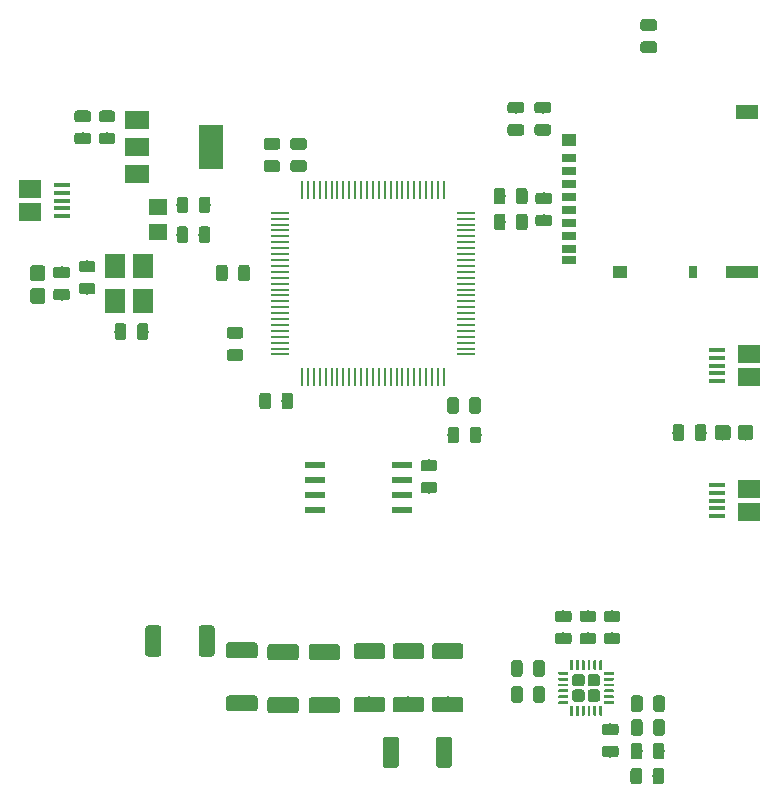
<source format=gtp>
G04 #@! TF.GenerationSoftware,KiCad,Pcbnew,5.0.1-33cea8e~68~ubuntu18.04.1*
G04 #@! TF.CreationDate,2018-11-18T16:32:13-03:00*
G04 #@! TF.ProjectId,proto-h750,70726F746F2D683735302E6B69636164,rev?*
G04 #@! TF.SameCoordinates,Original*
G04 #@! TF.FileFunction,Paste,Top*
G04 #@! TF.FilePolarity,Positive*
%FSLAX46Y46*%
G04 Gerber Fmt 4.6, Leading zero omitted, Abs format (unit mm)*
G04 Created by KiCad (PCBNEW 5.0.1-33cea8e~68~ubuntu18.04.1) date dom 18 nov 2018 16:32:13 -03*
%MOMM*%
%LPD*%
G01*
G04 APERTURE LIST*
%ADD10C,0.100000*%
%ADD11C,0.975000*%
%ADD12R,1.500000X1.400000*%
%ADD13C,1.350000*%
%ADD14C,1.050000*%
%ADD15C,0.250000*%
%ADD16R,1.900000X1.300000*%
%ADD17R,2.800000X1.000000*%
%ADD18R,0.800000X1.000000*%
%ADD19R,1.200000X1.000000*%
%ADD20R,1.200000X0.700000*%
%ADD21C,1.300000*%
%ADD22R,1.750000X0.550000*%
%ADD23R,2.000000X1.500000*%
%ADD24R,2.000000X3.800000*%
%ADD25R,1.900000X1.500000*%
%ADD26R,1.350000X0.400000*%
%ADD27R,1.800000X2.100000*%
%ADD28R,0.280000X1.500000*%
%ADD29R,1.500000X0.280000*%
G04 APERTURE END LIST*
D10*
G04 #@! TO.C,R16*
G36*
X144274622Y-57016974D02*
X144298283Y-57020484D01*
X144321487Y-57026296D01*
X144344009Y-57034354D01*
X144365633Y-57044582D01*
X144386150Y-57056879D01*
X144405363Y-57071129D01*
X144423087Y-57087193D01*
X144439151Y-57104917D01*
X144453401Y-57124130D01*
X144465698Y-57144647D01*
X144475926Y-57166271D01*
X144483984Y-57188793D01*
X144489796Y-57211997D01*
X144493306Y-57235658D01*
X144494480Y-57259550D01*
X144494480Y-57747050D01*
X144493306Y-57770942D01*
X144489796Y-57794603D01*
X144483984Y-57817807D01*
X144475926Y-57840329D01*
X144465698Y-57861953D01*
X144453401Y-57882470D01*
X144439151Y-57901683D01*
X144423087Y-57919407D01*
X144405363Y-57935471D01*
X144386150Y-57949721D01*
X144365633Y-57962018D01*
X144344009Y-57972246D01*
X144321487Y-57980304D01*
X144298283Y-57986116D01*
X144274622Y-57989626D01*
X144250730Y-57990800D01*
X143338230Y-57990800D01*
X143314338Y-57989626D01*
X143290677Y-57986116D01*
X143267473Y-57980304D01*
X143244951Y-57972246D01*
X143223327Y-57962018D01*
X143202810Y-57949721D01*
X143183597Y-57935471D01*
X143165873Y-57919407D01*
X143149809Y-57901683D01*
X143135559Y-57882470D01*
X143123262Y-57861953D01*
X143113034Y-57840329D01*
X143104976Y-57817807D01*
X143099164Y-57794603D01*
X143095654Y-57770942D01*
X143094480Y-57747050D01*
X143094480Y-57259550D01*
X143095654Y-57235658D01*
X143099164Y-57211997D01*
X143104976Y-57188793D01*
X143113034Y-57166271D01*
X143123262Y-57144647D01*
X143135559Y-57124130D01*
X143149809Y-57104917D01*
X143165873Y-57087193D01*
X143183597Y-57071129D01*
X143202810Y-57056879D01*
X143223327Y-57044582D01*
X143244951Y-57034354D01*
X143267473Y-57026296D01*
X143290677Y-57020484D01*
X143314338Y-57016974D01*
X143338230Y-57015800D01*
X144250730Y-57015800D01*
X144274622Y-57016974D01*
X144274622Y-57016974D01*
G37*
D11*
X143794480Y-57503300D03*
D10*
G36*
X144274622Y-55141974D02*
X144298283Y-55145484D01*
X144321487Y-55151296D01*
X144344009Y-55159354D01*
X144365633Y-55169582D01*
X144386150Y-55181879D01*
X144405363Y-55196129D01*
X144423087Y-55212193D01*
X144439151Y-55229917D01*
X144453401Y-55249130D01*
X144465698Y-55269647D01*
X144475926Y-55291271D01*
X144483984Y-55313793D01*
X144489796Y-55336997D01*
X144493306Y-55360658D01*
X144494480Y-55384550D01*
X144494480Y-55872050D01*
X144493306Y-55895942D01*
X144489796Y-55919603D01*
X144483984Y-55942807D01*
X144475926Y-55965329D01*
X144465698Y-55986953D01*
X144453401Y-56007470D01*
X144439151Y-56026683D01*
X144423087Y-56044407D01*
X144405363Y-56060471D01*
X144386150Y-56074721D01*
X144365633Y-56087018D01*
X144344009Y-56097246D01*
X144321487Y-56105304D01*
X144298283Y-56111116D01*
X144274622Y-56114626D01*
X144250730Y-56115800D01*
X143338230Y-56115800D01*
X143314338Y-56114626D01*
X143290677Y-56111116D01*
X143267473Y-56105304D01*
X143244951Y-56097246D01*
X143223327Y-56087018D01*
X143202810Y-56074721D01*
X143183597Y-56060471D01*
X143165873Y-56044407D01*
X143149809Y-56026683D01*
X143135559Y-56007470D01*
X143123262Y-55986953D01*
X143113034Y-55965329D01*
X143104976Y-55942807D01*
X143099164Y-55919603D01*
X143095654Y-55895942D01*
X143094480Y-55872050D01*
X143094480Y-55384550D01*
X143095654Y-55360658D01*
X143099164Y-55336997D01*
X143104976Y-55313793D01*
X143113034Y-55291271D01*
X143123262Y-55269647D01*
X143135559Y-55249130D01*
X143149809Y-55229917D01*
X143165873Y-55212193D01*
X143183597Y-55196129D01*
X143202810Y-55181879D01*
X143223327Y-55169582D01*
X143244951Y-55159354D01*
X143267473Y-55151296D01*
X143290677Y-55145484D01*
X143314338Y-55141974D01*
X143338230Y-55140800D01*
X144250730Y-55140800D01*
X144274622Y-55141974D01*
X144274622Y-55141974D01*
G37*
D11*
X143794480Y-55628300D03*
G04 #@! TD*
D12*
G04 #@! TO.C,Y2*
X111221520Y-64050200D03*
X111221520Y-66150200D03*
G04 #@! TD*
D10*
G04 #@! TO.C,R15*
G36*
X131384405Y-108874104D02*
X131408673Y-108877704D01*
X131432472Y-108883665D01*
X131455571Y-108891930D01*
X131477750Y-108902420D01*
X131498793Y-108915032D01*
X131518499Y-108929647D01*
X131536677Y-108946123D01*
X131553153Y-108964301D01*
X131567768Y-108984007D01*
X131580380Y-109005050D01*
X131590870Y-109027229D01*
X131599135Y-109050328D01*
X131605096Y-109074127D01*
X131608696Y-109098395D01*
X131609900Y-109122899D01*
X131609900Y-111272901D01*
X131608696Y-111297405D01*
X131605096Y-111321673D01*
X131599135Y-111345472D01*
X131590870Y-111368571D01*
X131580380Y-111390750D01*
X131567768Y-111411793D01*
X131553153Y-111431499D01*
X131536677Y-111449677D01*
X131518499Y-111466153D01*
X131498793Y-111480768D01*
X131477750Y-111493380D01*
X131455571Y-111503870D01*
X131432472Y-111512135D01*
X131408673Y-111518096D01*
X131384405Y-111521696D01*
X131359901Y-111522900D01*
X130509899Y-111522900D01*
X130485395Y-111521696D01*
X130461127Y-111518096D01*
X130437328Y-111512135D01*
X130414229Y-111503870D01*
X130392050Y-111493380D01*
X130371007Y-111480768D01*
X130351301Y-111466153D01*
X130333123Y-111449677D01*
X130316647Y-111431499D01*
X130302032Y-111411793D01*
X130289420Y-111390750D01*
X130278930Y-111368571D01*
X130270665Y-111345472D01*
X130264704Y-111321673D01*
X130261104Y-111297405D01*
X130259900Y-111272901D01*
X130259900Y-109122899D01*
X130261104Y-109098395D01*
X130264704Y-109074127D01*
X130270665Y-109050328D01*
X130278930Y-109027229D01*
X130289420Y-109005050D01*
X130302032Y-108984007D01*
X130316647Y-108964301D01*
X130333123Y-108946123D01*
X130351301Y-108929647D01*
X130371007Y-108915032D01*
X130392050Y-108902420D01*
X130414229Y-108891930D01*
X130437328Y-108883665D01*
X130461127Y-108877704D01*
X130485395Y-108874104D01*
X130509899Y-108872900D01*
X131359901Y-108872900D01*
X131384405Y-108874104D01*
X131384405Y-108874104D01*
G37*
D13*
X130934900Y-110197900D03*
D10*
G36*
X135884405Y-108874104D02*
X135908673Y-108877704D01*
X135932472Y-108883665D01*
X135955571Y-108891930D01*
X135977750Y-108902420D01*
X135998793Y-108915032D01*
X136018499Y-108929647D01*
X136036677Y-108946123D01*
X136053153Y-108964301D01*
X136067768Y-108984007D01*
X136080380Y-109005050D01*
X136090870Y-109027229D01*
X136099135Y-109050328D01*
X136105096Y-109074127D01*
X136108696Y-109098395D01*
X136109900Y-109122899D01*
X136109900Y-111272901D01*
X136108696Y-111297405D01*
X136105096Y-111321673D01*
X136099135Y-111345472D01*
X136090870Y-111368571D01*
X136080380Y-111390750D01*
X136067768Y-111411793D01*
X136053153Y-111431499D01*
X136036677Y-111449677D01*
X136018499Y-111466153D01*
X135998793Y-111480768D01*
X135977750Y-111493380D01*
X135955571Y-111503870D01*
X135932472Y-111512135D01*
X135908673Y-111518096D01*
X135884405Y-111521696D01*
X135859901Y-111522900D01*
X135009899Y-111522900D01*
X134985395Y-111521696D01*
X134961127Y-111518096D01*
X134937328Y-111512135D01*
X134914229Y-111503870D01*
X134892050Y-111493380D01*
X134871007Y-111480768D01*
X134851301Y-111466153D01*
X134833123Y-111449677D01*
X134816647Y-111431499D01*
X134802032Y-111411793D01*
X134789420Y-111390750D01*
X134778930Y-111368571D01*
X134770665Y-111345472D01*
X134764704Y-111321673D01*
X134761104Y-111297405D01*
X134759900Y-111272901D01*
X134759900Y-109122899D01*
X134761104Y-109098395D01*
X134764704Y-109074127D01*
X134770665Y-109050328D01*
X134778930Y-109027229D01*
X134789420Y-109005050D01*
X134802032Y-108984007D01*
X134816647Y-108964301D01*
X134833123Y-108946123D01*
X134851301Y-108929647D01*
X134871007Y-108915032D01*
X134892050Y-108902420D01*
X134914229Y-108891930D01*
X134937328Y-108883665D01*
X134961127Y-108877704D01*
X134985395Y-108874104D01*
X135009899Y-108872900D01*
X135859901Y-108872900D01*
X135884405Y-108874104D01*
X135884405Y-108874104D01*
G37*
D13*
X135434900Y-110197900D03*
G04 #@! TD*
D10*
G04 #@! TO.C,R9*
G36*
X133524945Y-105487604D02*
X133549213Y-105491204D01*
X133573012Y-105497165D01*
X133596111Y-105505430D01*
X133618290Y-105515920D01*
X133639333Y-105528532D01*
X133659039Y-105543147D01*
X133677217Y-105559623D01*
X133693693Y-105577801D01*
X133708308Y-105597507D01*
X133720920Y-105618550D01*
X133731410Y-105640729D01*
X133739675Y-105663828D01*
X133745636Y-105687627D01*
X133749236Y-105711895D01*
X133750440Y-105736399D01*
X133750440Y-106586401D01*
X133749236Y-106610905D01*
X133745636Y-106635173D01*
X133739675Y-106658972D01*
X133731410Y-106682071D01*
X133720920Y-106704250D01*
X133708308Y-106725293D01*
X133693693Y-106744999D01*
X133677217Y-106763177D01*
X133659039Y-106779653D01*
X133639333Y-106794268D01*
X133618290Y-106806880D01*
X133596111Y-106817370D01*
X133573012Y-106825635D01*
X133549213Y-106831596D01*
X133524945Y-106835196D01*
X133500441Y-106836400D01*
X131350439Y-106836400D01*
X131325935Y-106835196D01*
X131301667Y-106831596D01*
X131277868Y-106825635D01*
X131254769Y-106817370D01*
X131232590Y-106806880D01*
X131211547Y-106794268D01*
X131191841Y-106779653D01*
X131173663Y-106763177D01*
X131157187Y-106744999D01*
X131142572Y-106725293D01*
X131129960Y-106704250D01*
X131119470Y-106682071D01*
X131111205Y-106658972D01*
X131105244Y-106635173D01*
X131101644Y-106610905D01*
X131100440Y-106586401D01*
X131100440Y-105736399D01*
X131101644Y-105711895D01*
X131105244Y-105687627D01*
X131111205Y-105663828D01*
X131119470Y-105640729D01*
X131129960Y-105618550D01*
X131142572Y-105597507D01*
X131157187Y-105577801D01*
X131173663Y-105559623D01*
X131191841Y-105543147D01*
X131211547Y-105528532D01*
X131232590Y-105515920D01*
X131254769Y-105505430D01*
X131277868Y-105497165D01*
X131301667Y-105491204D01*
X131325935Y-105487604D01*
X131350439Y-105486400D01*
X133500441Y-105486400D01*
X133524945Y-105487604D01*
X133524945Y-105487604D01*
G37*
D13*
X132425440Y-106161400D03*
D10*
G36*
X133524945Y-100987604D02*
X133549213Y-100991204D01*
X133573012Y-100997165D01*
X133596111Y-101005430D01*
X133618290Y-101015920D01*
X133639333Y-101028532D01*
X133659039Y-101043147D01*
X133677217Y-101059623D01*
X133693693Y-101077801D01*
X133708308Y-101097507D01*
X133720920Y-101118550D01*
X133731410Y-101140729D01*
X133739675Y-101163828D01*
X133745636Y-101187627D01*
X133749236Y-101211895D01*
X133750440Y-101236399D01*
X133750440Y-102086401D01*
X133749236Y-102110905D01*
X133745636Y-102135173D01*
X133739675Y-102158972D01*
X133731410Y-102182071D01*
X133720920Y-102204250D01*
X133708308Y-102225293D01*
X133693693Y-102244999D01*
X133677217Y-102263177D01*
X133659039Y-102279653D01*
X133639333Y-102294268D01*
X133618290Y-102306880D01*
X133596111Y-102317370D01*
X133573012Y-102325635D01*
X133549213Y-102331596D01*
X133524945Y-102335196D01*
X133500441Y-102336400D01*
X131350439Y-102336400D01*
X131325935Y-102335196D01*
X131301667Y-102331596D01*
X131277868Y-102325635D01*
X131254769Y-102317370D01*
X131232590Y-102306880D01*
X131211547Y-102294268D01*
X131191841Y-102279653D01*
X131173663Y-102263177D01*
X131157187Y-102244999D01*
X131142572Y-102225293D01*
X131129960Y-102204250D01*
X131119470Y-102182071D01*
X131111205Y-102158972D01*
X131105244Y-102135173D01*
X131101644Y-102110905D01*
X131100440Y-102086401D01*
X131100440Y-101236399D01*
X131101644Y-101211895D01*
X131105244Y-101187627D01*
X131111205Y-101163828D01*
X131119470Y-101140729D01*
X131129960Y-101118550D01*
X131142572Y-101097507D01*
X131157187Y-101077801D01*
X131173663Y-101059623D01*
X131191841Y-101043147D01*
X131211547Y-101028532D01*
X131232590Y-101015920D01*
X131254769Y-101005430D01*
X131277868Y-100997165D01*
X131301667Y-100991204D01*
X131325935Y-100987604D01*
X131350439Y-100986400D01*
X133500441Y-100986400D01*
X133524945Y-100987604D01*
X133524945Y-100987604D01*
G37*
D13*
X132425440Y-101661400D03*
G04 #@! TD*
D10*
G04 #@! TO.C,R11*
G36*
X126392625Y-105558724D02*
X126416893Y-105562324D01*
X126440692Y-105568285D01*
X126463791Y-105576550D01*
X126485970Y-105587040D01*
X126507013Y-105599652D01*
X126526719Y-105614267D01*
X126544897Y-105630743D01*
X126561373Y-105648921D01*
X126575988Y-105668627D01*
X126588600Y-105689670D01*
X126599090Y-105711849D01*
X126607355Y-105734948D01*
X126613316Y-105758747D01*
X126616916Y-105783015D01*
X126618120Y-105807519D01*
X126618120Y-106657521D01*
X126616916Y-106682025D01*
X126613316Y-106706293D01*
X126607355Y-106730092D01*
X126599090Y-106753191D01*
X126588600Y-106775370D01*
X126575988Y-106796413D01*
X126561373Y-106816119D01*
X126544897Y-106834297D01*
X126526719Y-106850773D01*
X126507013Y-106865388D01*
X126485970Y-106878000D01*
X126463791Y-106888490D01*
X126440692Y-106896755D01*
X126416893Y-106902716D01*
X126392625Y-106906316D01*
X126368121Y-106907520D01*
X124218119Y-106907520D01*
X124193615Y-106906316D01*
X124169347Y-106902716D01*
X124145548Y-106896755D01*
X124122449Y-106888490D01*
X124100270Y-106878000D01*
X124079227Y-106865388D01*
X124059521Y-106850773D01*
X124041343Y-106834297D01*
X124024867Y-106816119D01*
X124010252Y-106796413D01*
X123997640Y-106775370D01*
X123987150Y-106753191D01*
X123978885Y-106730092D01*
X123972924Y-106706293D01*
X123969324Y-106682025D01*
X123968120Y-106657521D01*
X123968120Y-105807519D01*
X123969324Y-105783015D01*
X123972924Y-105758747D01*
X123978885Y-105734948D01*
X123987150Y-105711849D01*
X123997640Y-105689670D01*
X124010252Y-105668627D01*
X124024867Y-105648921D01*
X124041343Y-105630743D01*
X124059521Y-105614267D01*
X124079227Y-105599652D01*
X124100270Y-105587040D01*
X124122449Y-105576550D01*
X124145548Y-105568285D01*
X124169347Y-105562324D01*
X124193615Y-105558724D01*
X124218119Y-105557520D01*
X126368121Y-105557520D01*
X126392625Y-105558724D01*
X126392625Y-105558724D01*
G37*
D13*
X125293120Y-106232520D03*
D10*
G36*
X126392625Y-101058724D02*
X126416893Y-101062324D01*
X126440692Y-101068285D01*
X126463791Y-101076550D01*
X126485970Y-101087040D01*
X126507013Y-101099652D01*
X126526719Y-101114267D01*
X126544897Y-101130743D01*
X126561373Y-101148921D01*
X126575988Y-101168627D01*
X126588600Y-101189670D01*
X126599090Y-101211849D01*
X126607355Y-101234948D01*
X126613316Y-101258747D01*
X126616916Y-101283015D01*
X126618120Y-101307519D01*
X126618120Y-102157521D01*
X126616916Y-102182025D01*
X126613316Y-102206293D01*
X126607355Y-102230092D01*
X126599090Y-102253191D01*
X126588600Y-102275370D01*
X126575988Y-102296413D01*
X126561373Y-102316119D01*
X126544897Y-102334297D01*
X126526719Y-102350773D01*
X126507013Y-102365388D01*
X126485970Y-102378000D01*
X126463791Y-102388490D01*
X126440692Y-102396755D01*
X126416893Y-102402716D01*
X126392625Y-102406316D01*
X126368121Y-102407520D01*
X124218119Y-102407520D01*
X124193615Y-102406316D01*
X124169347Y-102402716D01*
X124145548Y-102396755D01*
X124122449Y-102388490D01*
X124100270Y-102378000D01*
X124079227Y-102365388D01*
X124059521Y-102350773D01*
X124041343Y-102334297D01*
X124024867Y-102316119D01*
X124010252Y-102296413D01*
X123997640Y-102275370D01*
X123987150Y-102253191D01*
X123978885Y-102230092D01*
X123972924Y-102206293D01*
X123969324Y-102182025D01*
X123968120Y-102157521D01*
X123968120Y-101307519D01*
X123969324Y-101283015D01*
X123972924Y-101258747D01*
X123978885Y-101234948D01*
X123987150Y-101211849D01*
X123997640Y-101189670D01*
X124010252Y-101168627D01*
X124024867Y-101148921D01*
X124041343Y-101130743D01*
X124059521Y-101114267D01*
X124079227Y-101099652D01*
X124100270Y-101087040D01*
X124122449Y-101076550D01*
X124145548Y-101068285D01*
X124169347Y-101062324D01*
X124193615Y-101058724D01*
X124218119Y-101057520D01*
X126368121Y-101057520D01*
X126392625Y-101058724D01*
X126392625Y-101058724D01*
G37*
D13*
X125293120Y-101732520D03*
G04 #@! TD*
D10*
G04 #@! TO.C,R13*
G36*
X122905205Y-101058724D02*
X122929473Y-101062324D01*
X122953272Y-101068285D01*
X122976371Y-101076550D01*
X122998550Y-101087040D01*
X123019593Y-101099652D01*
X123039299Y-101114267D01*
X123057477Y-101130743D01*
X123073953Y-101148921D01*
X123088568Y-101168627D01*
X123101180Y-101189670D01*
X123111670Y-101211849D01*
X123119935Y-101234948D01*
X123125896Y-101258747D01*
X123129496Y-101283015D01*
X123130700Y-101307519D01*
X123130700Y-102157521D01*
X123129496Y-102182025D01*
X123125896Y-102206293D01*
X123119935Y-102230092D01*
X123111670Y-102253191D01*
X123101180Y-102275370D01*
X123088568Y-102296413D01*
X123073953Y-102316119D01*
X123057477Y-102334297D01*
X123039299Y-102350773D01*
X123019593Y-102365388D01*
X122998550Y-102378000D01*
X122976371Y-102388490D01*
X122953272Y-102396755D01*
X122929473Y-102402716D01*
X122905205Y-102406316D01*
X122880701Y-102407520D01*
X120730699Y-102407520D01*
X120706195Y-102406316D01*
X120681927Y-102402716D01*
X120658128Y-102396755D01*
X120635029Y-102388490D01*
X120612850Y-102378000D01*
X120591807Y-102365388D01*
X120572101Y-102350773D01*
X120553923Y-102334297D01*
X120537447Y-102316119D01*
X120522832Y-102296413D01*
X120510220Y-102275370D01*
X120499730Y-102253191D01*
X120491465Y-102230092D01*
X120485504Y-102206293D01*
X120481904Y-102182025D01*
X120480700Y-102157521D01*
X120480700Y-101307519D01*
X120481904Y-101283015D01*
X120485504Y-101258747D01*
X120491465Y-101234948D01*
X120499730Y-101211849D01*
X120510220Y-101189670D01*
X120522832Y-101168627D01*
X120537447Y-101148921D01*
X120553923Y-101130743D01*
X120572101Y-101114267D01*
X120591807Y-101099652D01*
X120612850Y-101087040D01*
X120635029Y-101076550D01*
X120658128Y-101068285D01*
X120681927Y-101062324D01*
X120706195Y-101058724D01*
X120730699Y-101057520D01*
X122880701Y-101057520D01*
X122905205Y-101058724D01*
X122905205Y-101058724D01*
G37*
D13*
X121805700Y-101732520D03*
D10*
G36*
X122905205Y-105558724D02*
X122929473Y-105562324D01*
X122953272Y-105568285D01*
X122976371Y-105576550D01*
X122998550Y-105587040D01*
X123019593Y-105599652D01*
X123039299Y-105614267D01*
X123057477Y-105630743D01*
X123073953Y-105648921D01*
X123088568Y-105668627D01*
X123101180Y-105689670D01*
X123111670Y-105711849D01*
X123119935Y-105734948D01*
X123125896Y-105758747D01*
X123129496Y-105783015D01*
X123130700Y-105807519D01*
X123130700Y-106657521D01*
X123129496Y-106682025D01*
X123125896Y-106706293D01*
X123119935Y-106730092D01*
X123111670Y-106753191D01*
X123101180Y-106775370D01*
X123088568Y-106796413D01*
X123073953Y-106816119D01*
X123057477Y-106834297D01*
X123039299Y-106850773D01*
X123019593Y-106865388D01*
X122998550Y-106878000D01*
X122976371Y-106888490D01*
X122953272Y-106896755D01*
X122929473Y-106902716D01*
X122905205Y-106906316D01*
X122880701Y-106907520D01*
X120730699Y-106907520D01*
X120706195Y-106906316D01*
X120681927Y-106902716D01*
X120658128Y-106896755D01*
X120635029Y-106888490D01*
X120612850Y-106878000D01*
X120591807Y-106865388D01*
X120572101Y-106850773D01*
X120553923Y-106834297D01*
X120537447Y-106816119D01*
X120522832Y-106796413D01*
X120510220Y-106775370D01*
X120499730Y-106753191D01*
X120491465Y-106730092D01*
X120485504Y-106706293D01*
X120481904Y-106682025D01*
X120480700Y-106657521D01*
X120480700Y-105807519D01*
X120481904Y-105783015D01*
X120485504Y-105758747D01*
X120491465Y-105734948D01*
X120499730Y-105711849D01*
X120510220Y-105689670D01*
X120522832Y-105668627D01*
X120537447Y-105648921D01*
X120553923Y-105630743D01*
X120572101Y-105614267D01*
X120591807Y-105599652D01*
X120612850Y-105587040D01*
X120635029Y-105576550D01*
X120658128Y-105568285D01*
X120681927Y-105562324D01*
X120706195Y-105558724D01*
X120730699Y-105557520D01*
X122880701Y-105557520D01*
X122905205Y-105558724D01*
X122905205Y-105558724D01*
G37*
D13*
X121805700Y-106232520D03*
G04 #@! TD*
D10*
G04 #@! TO.C,R12*
G36*
X119420325Y-105396164D02*
X119444593Y-105399764D01*
X119468392Y-105405725D01*
X119491491Y-105413990D01*
X119513670Y-105424480D01*
X119534713Y-105437092D01*
X119554419Y-105451707D01*
X119572597Y-105468183D01*
X119589073Y-105486361D01*
X119603688Y-105506067D01*
X119616300Y-105527110D01*
X119626790Y-105549289D01*
X119635055Y-105572388D01*
X119641016Y-105596187D01*
X119644616Y-105620455D01*
X119645820Y-105644959D01*
X119645820Y-106494961D01*
X119644616Y-106519465D01*
X119641016Y-106543733D01*
X119635055Y-106567532D01*
X119626790Y-106590631D01*
X119616300Y-106612810D01*
X119603688Y-106633853D01*
X119589073Y-106653559D01*
X119572597Y-106671737D01*
X119554419Y-106688213D01*
X119534713Y-106702828D01*
X119513670Y-106715440D01*
X119491491Y-106725930D01*
X119468392Y-106734195D01*
X119444593Y-106740156D01*
X119420325Y-106743756D01*
X119395821Y-106744960D01*
X117245819Y-106744960D01*
X117221315Y-106743756D01*
X117197047Y-106740156D01*
X117173248Y-106734195D01*
X117150149Y-106725930D01*
X117127970Y-106715440D01*
X117106927Y-106702828D01*
X117087221Y-106688213D01*
X117069043Y-106671737D01*
X117052567Y-106653559D01*
X117037952Y-106633853D01*
X117025340Y-106612810D01*
X117014850Y-106590631D01*
X117006585Y-106567532D01*
X117000624Y-106543733D01*
X116997024Y-106519465D01*
X116995820Y-106494961D01*
X116995820Y-105644959D01*
X116997024Y-105620455D01*
X117000624Y-105596187D01*
X117006585Y-105572388D01*
X117014850Y-105549289D01*
X117025340Y-105527110D01*
X117037952Y-105506067D01*
X117052567Y-105486361D01*
X117069043Y-105468183D01*
X117087221Y-105451707D01*
X117106927Y-105437092D01*
X117127970Y-105424480D01*
X117150149Y-105413990D01*
X117173248Y-105405725D01*
X117197047Y-105399764D01*
X117221315Y-105396164D01*
X117245819Y-105394960D01*
X119395821Y-105394960D01*
X119420325Y-105396164D01*
X119420325Y-105396164D01*
G37*
D13*
X118320820Y-106069960D03*
D10*
G36*
X119420325Y-100896164D02*
X119444593Y-100899764D01*
X119468392Y-100905725D01*
X119491491Y-100913990D01*
X119513670Y-100924480D01*
X119534713Y-100937092D01*
X119554419Y-100951707D01*
X119572597Y-100968183D01*
X119589073Y-100986361D01*
X119603688Y-101006067D01*
X119616300Y-101027110D01*
X119626790Y-101049289D01*
X119635055Y-101072388D01*
X119641016Y-101096187D01*
X119644616Y-101120455D01*
X119645820Y-101144959D01*
X119645820Y-101994961D01*
X119644616Y-102019465D01*
X119641016Y-102043733D01*
X119635055Y-102067532D01*
X119626790Y-102090631D01*
X119616300Y-102112810D01*
X119603688Y-102133853D01*
X119589073Y-102153559D01*
X119572597Y-102171737D01*
X119554419Y-102188213D01*
X119534713Y-102202828D01*
X119513670Y-102215440D01*
X119491491Y-102225930D01*
X119468392Y-102234195D01*
X119444593Y-102240156D01*
X119420325Y-102243756D01*
X119395821Y-102244960D01*
X117245819Y-102244960D01*
X117221315Y-102243756D01*
X117197047Y-102240156D01*
X117173248Y-102234195D01*
X117150149Y-102225930D01*
X117127970Y-102215440D01*
X117106927Y-102202828D01*
X117087221Y-102188213D01*
X117069043Y-102171737D01*
X117052567Y-102153559D01*
X117037952Y-102133853D01*
X117025340Y-102112810D01*
X117014850Y-102090631D01*
X117006585Y-102067532D01*
X117000624Y-102043733D01*
X116997024Y-102019465D01*
X116995820Y-101994961D01*
X116995820Y-101144959D01*
X116997024Y-101120455D01*
X117000624Y-101096187D01*
X117006585Y-101072388D01*
X117014850Y-101049289D01*
X117025340Y-101027110D01*
X117037952Y-101006067D01*
X117052567Y-100986361D01*
X117069043Y-100968183D01*
X117087221Y-100951707D01*
X117106927Y-100937092D01*
X117127970Y-100924480D01*
X117150149Y-100913990D01*
X117173248Y-100905725D01*
X117197047Y-100899764D01*
X117221315Y-100896164D01*
X117245819Y-100894960D01*
X119395821Y-100894960D01*
X119420325Y-100896164D01*
X119420325Y-100896164D01*
G37*
D13*
X118320820Y-101569960D03*
G04 #@! TD*
D10*
G04 #@! TO.C,R10*
G36*
X130210245Y-100987604D02*
X130234513Y-100991204D01*
X130258312Y-100997165D01*
X130281411Y-101005430D01*
X130303590Y-101015920D01*
X130324633Y-101028532D01*
X130344339Y-101043147D01*
X130362517Y-101059623D01*
X130378993Y-101077801D01*
X130393608Y-101097507D01*
X130406220Y-101118550D01*
X130416710Y-101140729D01*
X130424975Y-101163828D01*
X130430936Y-101187627D01*
X130434536Y-101211895D01*
X130435740Y-101236399D01*
X130435740Y-102086401D01*
X130434536Y-102110905D01*
X130430936Y-102135173D01*
X130424975Y-102158972D01*
X130416710Y-102182071D01*
X130406220Y-102204250D01*
X130393608Y-102225293D01*
X130378993Y-102244999D01*
X130362517Y-102263177D01*
X130344339Y-102279653D01*
X130324633Y-102294268D01*
X130303590Y-102306880D01*
X130281411Y-102317370D01*
X130258312Y-102325635D01*
X130234513Y-102331596D01*
X130210245Y-102335196D01*
X130185741Y-102336400D01*
X128035739Y-102336400D01*
X128011235Y-102335196D01*
X127986967Y-102331596D01*
X127963168Y-102325635D01*
X127940069Y-102317370D01*
X127917890Y-102306880D01*
X127896847Y-102294268D01*
X127877141Y-102279653D01*
X127858963Y-102263177D01*
X127842487Y-102244999D01*
X127827872Y-102225293D01*
X127815260Y-102204250D01*
X127804770Y-102182071D01*
X127796505Y-102158972D01*
X127790544Y-102135173D01*
X127786944Y-102110905D01*
X127785740Y-102086401D01*
X127785740Y-101236399D01*
X127786944Y-101211895D01*
X127790544Y-101187627D01*
X127796505Y-101163828D01*
X127804770Y-101140729D01*
X127815260Y-101118550D01*
X127827872Y-101097507D01*
X127842487Y-101077801D01*
X127858963Y-101059623D01*
X127877141Y-101043147D01*
X127896847Y-101028532D01*
X127917890Y-101015920D01*
X127940069Y-101005430D01*
X127963168Y-100997165D01*
X127986967Y-100991204D01*
X128011235Y-100987604D01*
X128035739Y-100986400D01*
X130185741Y-100986400D01*
X130210245Y-100987604D01*
X130210245Y-100987604D01*
G37*
D13*
X129110740Y-101661400D03*
D10*
G36*
X130210245Y-105487604D02*
X130234513Y-105491204D01*
X130258312Y-105497165D01*
X130281411Y-105505430D01*
X130303590Y-105515920D01*
X130324633Y-105528532D01*
X130344339Y-105543147D01*
X130362517Y-105559623D01*
X130378993Y-105577801D01*
X130393608Y-105597507D01*
X130406220Y-105618550D01*
X130416710Y-105640729D01*
X130424975Y-105663828D01*
X130430936Y-105687627D01*
X130434536Y-105711895D01*
X130435740Y-105736399D01*
X130435740Y-106586401D01*
X130434536Y-106610905D01*
X130430936Y-106635173D01*
X130424975Y-106658972D01*
X130416710Y-106682071D01*
X130406220Y-106704250D01*
X130393608Y-106725293D01*
X130378993Y-106744999D01*
X130362517Y-106763177D01*
X130344339Y-106779653D01*
X130324633Y-106794268D01*
X130303590Y-106806880D01*
X130281411Y-106817370D01*
X130258312Y-106825635D01*
X130234513Y-106831596D01*
X130210245Y-106835196D01*
X130185741Y-106836400D01*
X128035739Y-106836400D01*
X128011235Y-106835196D01*
X127986967Y-106831596D01*
X127963168Y-106825635D01*
X127940069Y-106817370D01*
X127917890Y-106806880D01*
X127896847Y-106794268D01*
X127877141Y-106779653D01*
X127858963Y-106763177D01*
X127842487Y-106744999D01*
X127827872Y-106725293D01*
X127815260Y-106704250D01*
X127804770Y-106682071D01*
X127796505Y-106658972D01*
X127790544Y-106635173D01*
X127786944Y-106610905D01*
X127785740Y-106586401D01*
X127785740Y-105736399D01*
X127786944Y-105711895D01*
X127790544Y-105687627D01*
X127796505Y-105663828D01*
X127804770Y-105640729D01*
X127815260Y-105618550D01*
X127827872Y-105597507D01*
X127842487Y-105577801D01*
X127858963Y-105559623D01*
X127877141Y-105543147D01*
X127896847Y-105528532D01*
X127917890Y-105515920D01*
X127940069Y-105505430D01*
X127963168Y-105497165D01*
X127986967Y-105491204D01*
X128011235Y-105487604D01*
X128035739Y-105486400D01*
X130185741Y-105486400D01*
X130210245Y-105487604D01*
X130210245Y-105487604D01*
G37*
D13*
X129110740Y-106161400D03*
G04 #@! TD*
D10*
G04 #@! TO.C,R8*
G36*
X136837105Y-100987604D02*
X136861373Y-100991204D01*
X136885172Y-100997165D01*
X136908271Y-101005430D01*
X136930450Y-101015920D01*
X136951493Y-101028532D01*
X136971199Y-101043147D01*
X136989377Y-101059623D01*
X137005853Y-101077801D01*
X137020468Y-101097507D01*
X137033080Y-101118550D01*
X137043570Y-101140729D01*
X137051835Y-101163828D01*
X137057796Y-101187627D01*
X137061396Y-101211895D01*
X137062600Y-101236399D01*
X137062600Y-102086401D01*
X137061396Y-102110905D01*
X137057796Y-102135173D01*
X137051835Y-102158972D01*
X137043570Y-102182071D01*
X137033080Y-102204250D01*
X137020468Y-102225293D01*
X137005853Y-102244999D01*
X136989377Y-102263177D01*
X136971199Y-102279653D01*
X136951493Y-102294268D01*
X136930450Y-102306880D01*
X136908271Y-102317370D01*
X136885172Y-102325635D01*
X136861373Y-102331596D01*
X136837105Y-102335196D01*
X136812601Y-102336400D01*
X134662599Y-102336400D01*
X134638095Y-102335196D01*
X134613827Y-102331596D01*
X134590028Y-102325635D01*
X134566929Y-102317370D01*
X134544750Y-102306880D01*
X134523707Y-102294268D01*
X134504001Y-102279653D01*
X134485823Y-102263177D01*
X134469347Y-102244999D01*
X134454732Y-102225293D01*
X134442120Y-102204250D01*
X134431630Y-102182071D01*
X134423365Y-102158972D01*
X134417404Y-102135173D01*
X134413804Y-102110905D01*
X134412600Y-102086401D01*
X134412600Y-101236399D01*
X134413804Y-101211895D01*
X134417404Y-101187627D01*
X134423365Y-101163828D01*
X134431630Y-101140729D01*
X134442120Y-101118550D01*
X134454732Y-101097507D01*
X134469347Y-101077801D01*
X134485823Y-101059623D01*
X134504001Y-101043147D01*
X134523707Y-101028532D01*
X134544750Y-101015920D01*
X134566929Y-101005430D01*
X134590028Y-100997165D01*
X134613827Y-100991204D01*
X134638095Y-100987604D01*
X134662599Y-100986400D01*
X136812601Y-100986400D01*
X136837105Y-100987604D01*
X136837105Y-100987604D01*
G37*
D13*
X135737600Y-101661400D03*
D10*
G36*
X136837105Y-105487604D02*
X136861373Y-105491204D01*
X136885172Y-105497165D01*
X136908271Y-105505430D01*
X136930450Y-105515920D01*
X136951493Y-105528532D01*
X136971199Y-105543147D01*
X136989377Y-105559623D01*
X137005853Y-105577801D01*
X137020468Y-105597507D01*
X137033080Y-105618550D01*
X137043570Y-105640729D01*
X137051835Y-105663828D01*
X137057796Y-105687627D01*
X137061396Y-105711895D01*
X137062600Y-105736399D01*
X137062600Y-106586401D01*
X137061396Y-106610905D01*
X137057796Y-106635173D01*
X137051835Y-106658972D01*
X137043570Y-106682071D01*
X137033080Y-106704250D01*
X137020468Y-106725293D01*
X137005853Y-106744999D01*
X136989377Y-106763177D01*
X136971199Y-106779653D01*
X136951493Y-106794268D01*
X136930450Y-106806880D01*
X136908271Y-106817370D01*
X136885172Y-106825635D01*
X136861373Y-106831596D01*
X136837105Y-106835196D01*
X136812601Y-106836400D01*
X134662599Y-106836400D01*
X134638095Y-106835196D01*
X134613827Y-106831596D01*
X134590028Y-106825635D01*
X134566929Y-106817370D01*
X134544750Y-106806880D01*
X134523707Y-106794268D01*
X134504001Y-106779653D01*
X134485823Y-106763177D01*
X134469347Y-106744999D01*
X134454732Y-106725293D01*
X134442120Y-106704250D01*
X134431630Y-106682071D01*
X134423365Y-106658972D01*
X134417404Y-106635173D01*
X134413804Y-106610905D01*
X134412600Y-106586401D01*
X134412600Y-105736399D01*
X134413804Y-105711895D01*
X134417404Y-105687627D01*
X134423365Y-105663828D01*
X134431630Y-105640729D01*
X134442120Y-105618550D01*
X134454732Y-105597507D01*
X134469347Y-105577801D01*
X134485823Y-105559623D01*
X134504001Y-105543147D01*
X134523707Y-105528532D01*
X134544750Y-105515920D01*
X134566929Y-105505430D01*
X134590028Y-105497165D01*
X134613827Y-105491204D01*
X134638095Y-105487604D01*
X134662599Y-105486400D01*
X136812601Y-105486400D01*
X136837105Y-105487604D01*
X136837105Y-105487604D01*
G37*
D13*
X135737600Y-106161400D03*
G04 #@! TD*
D10*
G04 #@! TO.C,R14*
G36*
X115780305Y-99458324D02*
X115804573Y-99461924D01*
X115828372Y-99467885D01*
X115851471Y-99476150D01*
X115873650Y-99486640D01*
X115894693Y-99499252D01*
X115914399Y-99513867D01*
X115932577Y-99530343D01*
X115949053Y-99548521D01*
X115963668Y-99568227D01*
X115976280Y-99589270D01*
X115986770Y-99611449D01*
X115995035Y-99634548D01*
X116000996Y-99658347D01*
X116004596Y-99682615D01*
X116005800Y-99707119D01*
X116005800Y-101857121D01*
X116004596Y-101881625D01*
X116000996Y-101905893D01*
X115995035Y-101929692D01*
X115986770Y-101952791D01*
X115976280Y-101974970D01*
X115963668Y-101996013D01*
X115949053Y-102015719D01*
X115932577Y-102033897D01*
X115914399Y-102050373D01*
X115894693Y-102064988D01*
X115873650Y-102077600D01*
X115851471Y-102088090D01*
X115828372Y-102096355D01*
X115804573Y-102102316D01*
X115780305Y-102105916D01*
X115755801Y-102107120D01*
X114905799Y-102107120D01*
X114881295Y-102105916D01*
X114857027Y-102102316D01*
X114833228Y-102096355D01*
X114810129Y-102088090D01*
X114787950Y-102077600D01*
X114766907Y-102064988D01*
X114747201Y-102050373D01*
X114729023Y-102033897D01*
X114712547Y-102015719D01*
X114697932Y-101996013D01*
X114685320Y-101974970D01*
X114674830Y-101952791D01*
X114666565Y-101929692D01*
X114660604Y-101905893D01*
X114657004Y-101881625D01*
X114655800Y-101857121D01*
X114655800Y-99707119D01*
X114657004Y-99682615D01*
X114660604Y-99658347D01*
X114666565Y-99634548D01*
X114674830Y-99611449D01*
X114685320Y-99589270D01*
X114697932Y-99568227D01*
X114712547Y-99548521D01*
X114729023Y-99530343D01*
X114747201Y-99513867D01*
X114766907Y-99499252D01*
X114787950Y-99486640D01*
X114810129Y-99476150D01*
X114833228Y-99467885D01*
X114857027Y-99461924D01*
X114881295Y-99458324D01*
X114905799Y-99457120D01*
X115755801Y-99457120D01*
X115780305Y-99458324D01*
X115780305Y-99458324D01*
G37*
D13*
X115330800Y-100782120D03*
D10*
G36*
X111280305Y-99458324D02*
X111304573Y-99461924D01*
X111328372Y-99467885D01*
X111351471Y-99476150D01*
X111373650Y-99486640D01*
X111394693Y-99499252D01*
X111414399Y-99513867D01*
X111432577Y-99530343D01*
X111449053Y-99548521D01*
X111463668Y-99568227D01*
X111476280Y-99589270D01*
X111486770Y-99611449D01*
X111495035Y-99634548D01*
X111500996Y-99658347D01*
X111504596Y-99682615D01*
X111505800Y-99707119D01*
X111505800Y-101857121D01*
X111504596Y-101881625D01*
X111500996Y-101905893D01*
X111495035Y-101929692D01*
X111486770Y-101952791D01*
X111476280Y-101974970D01*
X111463668Y-101996013D01*
X111449053Y-102015719D01*
X111432577Y-102033897D01*
X111414399Y-102050373D01*
X111394693Y-102064988D01*
X111373650Y-102077600D01*
X111351471Y-102088090D01*
X111328372Y-102096355D01*
X111304573Y-102102316D01*
X111280305Y-102105916D01*
X111255801Y-102107120D01*
X110405799Y-102107120D01*
X110381295Y-102105916D01*
X110357027Y-102102316D01*
X110333228Y-102096355D01*
X110310129Y-102088090D01*
X110287950Y-102077600D01*
X110266907Y-102064988D01*
X110247201Y-102050373D01*
X110229023Y-102033897D01*
X110212547Y-102015719D01*
X110197932Y-101996013D01*
X110185320Y-101974970D01*
X110174830Y-101952791D01*
X110166565Y-101929692D01*
X110160604Y-101905893D01*
X110157004Y-101881625D01*
X110155800Y-101857121D01*
X110155800Y-99707119D01*
X110157004Y-99682615D01*
X110160604Y-99658347D01*
X110166565Y-99634548D01*
X110174830Y-99611449D01*
X110185320Y-99589270D01*
X110197932Y-99568227D01*
X110212547Y-99548521D01*
X110229023Y-99530343D01*
X110247201Y-99513867D01*
X110266907Y-99499252D01*
X110287950Y-99486640D01*
X110310129Y-99476150D01*
X110333228Y-99467885D01*
X110357027Y-99461924D01*
X110381295Y-99458324D01*
X110405799Y-99457120D01*
X111255801Y-99457120D01*
X111280305Y-99458324D01*
X111280305Y-99458324D01*
G37*
D13*
X110830800Y-100782120D03*
G04 #@! TD*
D10*
G04 #@! TO.C,C19*
G36*
X149994702Y-107788554D02*
X150018363Y-107792064D01*
X150041567Y-107797876D01*
X150064089Y-107805934D01*
X150085713Y-107816162D01*
X150106230Y-107828459D01*
X150125443Y-107842709D01*
X150143167Y-107858773D01*
X150159231Y-107876497D01*
X150173481Y-107895710D01*
X150185778Y-107916227D01*
X150196006Y-107937851D01*
X150204064Y-107960373D01*
X150209876Y-107983577D01*
X150213386Y-108007238D01*
X150214560Y-108031130D01*
X150214560Y-108518630D01*
X150213386Y-108542522D01*
X150209876Y-108566183D01*
X150204064Y-108589387D01*
X150196006Y-108611909D01*
X150185778Y-108633533D01*
X150173481Y-108654050D01*
X150159231Y-108673263D01*
X150143167Y-108690987D01*
X150125443Y-108707051D01*
X150106230Y-108721301D01*
X150085713Y-108733598D01*
X150064089Y-108743826D01*
X150041567Y-108751884D01*
X150018363Y-108757696D01*
X149994702Y-108761206D01*
X149970810Y-108762380D01*
X149058310Y-108762380D01*
X149034418Y-108761206D01*
X149010757Y-108757696D01*
X148987553Y-108751884D01*
X148965031Y-108743826D01*
X148943407Y-108733598D01*
X148922890Y-108721301D01*
X148903677Y-108707051D01*
X148885953Y-108690987D01*
X148869889Y-108673263D01*
X148855639Y-108654050D01*
X148843342Y-108633533D01*
X148833114Y-108611909D01*
X148825056Y-108589387D01*
X148819244Y-108566183D01*
X148815734Y-108542522D01*
X148814560Y-108518630D01*
X148814560Y-108031130D01*
X148815734Y-108007238D01*
X148819244Y-107983577D01*
X148825056Y-107960373D01*
X148833114Y-107937851D01*
X148843342Y-107916227D01*
X148855639Y-107895710D01*
X148869889Y-107876497D01*
X148885953Y-107858773D01*
X148903677Y-107842709D01*
X148922890Y-107828459D01*
X148943407Y-107816162D01*
X148965031Y-107805934D01*
X148987553Y-107797876D01*
X149010757Y-107792064D01*
X149034418Y-107788554D01*
X149058310Y-107787380D01*
X149970810Y-107787380D01*
X149994702Y-107788554D01*
X149994702Y-107788554D01*
G37*
D11*
X149514560Y-108274880D03*
D10*
G36*
X149994702Y-109663554D02*
X150018363Y-109667064D01*
X150041567Y-109672876D01*
X150064089Y-109680934D01*
X150085713Y-109691162D01*
X150106230Y-109703459D01*
X150125443Y-109717709D01*
X150143167Y-109733773D01*
X150159231Y-109751497D01*
X150173481Y-109770710D01*
X150185778Y-109791227D01*
X150196006Y-109812851D01*
X150204064Y-109835373D01*
X150209876Y-109858577D01*
X150213386Y-109882238D01*
X150214560Y-109906130D01*
X150214560Y-110393630D01*
X150213386Y-110417522D01*
X150209876Y-110441183D01*
X150204064Y-110464387D01*
X150196006Y-110486909D01*
X150185778Y-110508533D01*
X150173481Y-110529050D01*
X150159231Y-110548263D01*
X150143167Y-110565987D01*
X150125443Y-110582051D01*
X150106230Y-110596301D01*
X150085713Y-110608598D01*
X150064089Y-110618826D01*
X150041567Y-110626884D01*
X150018363Y-110632696D01*
X149994702Y-110636206D01*
X149970810Y-110637380D01*
X149058310Y-110637380D01*
X149034418Y-110636206D01*
X149010757Y-110632696D01*
X148987553Y-110626884D01*
X148965031Y-110618826D01*
X148943407Y-110608598D01*
X148922890Y-110596301D01*
X148903677Y-110582051D01*
X148885953Y-110565987D01*
X148869889Y-110548263D01*
X148855639Y-110529050D01*
X148843342Y-110508533D01*
X148833114Y-110486909D01*
X148825056Y-110464387D01*
X148819244Y-110441183D01*
X148815734Y-110417522D01*
X148814560Y-110393630D01*
X148814560Y-109906130D01*
X148815734Y-109882238D01*
X148819244Y-109858577D01*
X148825056Y-109835373D01*
X148833114Y-109812851D01*
X148843342Y-109791227D01*
X148855639Y-109770710D01*
X148869889Y-109751497D01*
X148885953Y-109733773D01*
X148903677Y-109717709D01*
X148922890Y-109703459D01*
X148943407Y-109691162D01*
X148965031Y-109680934D01*
X148987553Y-109672876D01*
X149010757Y-109667064D01*
X149034418Y-109663554D01*
X149058310Y-109662380D01*
X149970810Y-109662380D01*
X149994702Y-109663554D01*
X149994702Y-109663554D01*
G37*
D11*
X149514560Y-110149880D03*
G04 #@! TD*
D10*
G04 #@! TO.C,C24*
G36*
X141880022Y-104614654D02*
X141903683Y-104618164D01*
X141926887Y-104623976D01*
X141949409Y-104632034D01*
X141971033Y-104642262D01*
X141991550Y-104654559D01*
X142010763Y-104668809D01*
X142028487Y-104684873D01*
X142044551Y-104702597D01*
X142058801Y-104721810D01*
X142071098Y-104742327D01*
X142081326Y-104763951D01*
X142089384Y-104786473D01*
X142095196Y-104809677D01*
X142098706Y-104833338D01*
X142099880Y-104857230D01*
X142099880Y-105769730D01*
X142098706Y-105793622D01*
X142095196Y-105817283D01*
X142089384Y-105840487D01*
X142081326Y-105863009D01*
X142071098Y-105884633D01*
X142058801Y-105905150D01*
X142044551Y-105924363D01*
X142028487Y-105942087D01*
X142010763Y-105958151D01*
X141991550Y-105972401D01*
X141971033Y-105984698D01*
X141949409Y-105994926D01*
X141926887Y-106002984D01*
X141903683Y-106008796D01*
X141880022Y-106012306D01*
X141856130Y-106013480D01*
X141368630Y-106013480D01*
X141344738Y-106012306D01*
X141321077Y-106008796D01*
X141297873Y-106002984D01*
X141275351Y-105994926D01*
X141253727Y-105984698D01*
X141233210Y-105972401D01*
X141213997Y-105958151D01*
X141196273Y-105942087D01*
X141180209Y-105924363D01*
X141165959Y-105905150D01*
X141153662Y-105884633D01*
X141143434Y-105863009D01*
X141135376Y-105840487D01*
X141129564Y-105817283D01*
X141126054Y-105793622D01*
X141124880Y-105769730D01*
X141124880Y-104857230D01*
X141126054Y-104833338D01*
X141129564Y-104809677D01*
X141135376Y-104786473D01*
X141143434Y-104763951D01*
X141153662Y-104742327D01*
X141165959Y-104721810D01*
X141180209Y-104702597D01*
X141196273Y-104684873D01*
X141213997Y-104668809D01*
X141233210Y-104654559D01*
X141253727Y-104642262D01*
X141275351Y-104632034D01*
X141297873Y-104623976D01*
X141321077Y-104618164D01*
X141344738Y-104614654D01*
X141368630Y-104613480D01*
X141856130Y-104613480D01*
X141880022Y-104614654D01*
X141880022Y-104614654D01*
G37*
D11*
X141612380Y-105313480D03*
D10*
G36*
X143755022Y-104614654D02*
X143778683Y-104618164D01*
X143801887Y-104623976D01*
X143824409Y-104632034D01*
X143846033Y-104642262D01*
X143866550Y-104654559D01*
X143885763Y-104668809D01*
X143903487Y-104684873D01*
X143919551Y-104702597D01*
X143933801Y-104721810D01*
X143946098Y-104742327D01*
X143956326Y-104763951D01*
X143964384Y-104786473D01*
X143970196Y-104809677D01*
X143973706Y-104833338D01*
X143974880Y-104857230D01*
X143974880Y-105769730D01*
X143973706Y-105793622D01*
X143970196Y-105817283D01*
X143964384Y-105840487D01*
X143956326Y-105863009D01*
X143946098Y-105884633D01*
X143933801Y-105905150D01*
X143919551Y-105924363D01*
X143903487Y-105942087D01*
X143885763Y-105958151D01*
X143866550Y-105972401D01*
X143846033Y-105984698D01*
X143824409Y-105994926D01*
X143801887Y-106002984D01*
X143778683Y-106008796D01*
X143755022Y-106012306D01*
X143731130Y-106013480D01*
X143243630Y-106013480D01*
X143219738Y-106012306D01*
X143196077Y-106008796D01*
X143172873Y-106002984D01*
X143150351Y-105994926D01*
X143128727Y-105984698D01*
X143108210Y-105972401D01*
X143088997Y-105958151D01*
X143071273Y-105942087D01*
X143055209Y-105924363D01*
X143040959Y-105905150D01*
X143028662Y-105884633D01*
X143018434Y-105863009D01*
X143010376Y-105840487D01*
X143004564Y-105817283D01*
X143001054Y-105793622D01*
X142999880Y-105769730D01*
X142999880Y-104857230D01*
X143001054Y-104833338D01*
X143004564Y-104809677D01*
X143010376Y-104786473D01*
X143018434Y-104763951D01*
X143028662Y-104742327D01*
X143040959Y-104721810D01*
X143055209Y-104702597D01*
X143071273Y-104684873D01*
X143088997Y-104668809D01*
X143108210Y-104654559D01*
X143128727Y-104642262D01*
X143150351Y-104632034D01*
X143172873Y-104623976D01*
X143196077Y-104618164D01*
X143219738Y-104614654D01*
X143243630Y-104613480D01*
X143731130Y-104613480D01*
X143755022Y-104614654D01*
X143755022Y-104614654D01*
G37*
D11*
X143487380Y-105313480D03*
G04 #@! TD*
D10*
G04 #@! TO.C,C23*
G36*
X152034942Y-105396974D02*
X152058603Y-105400484D01*
X152081807Y-105406296D01*
X152104329Y-105414354D01*
X152125953Y-105424582D01*
X152146470Y-105436879D01*
X152165683Y-105451129D01*
X152183407Y-105467193D01*
X152199471Y-105484917D01*
X152213721Y-105504130D01*
X152226018Y-105524647D01*
X152236246Y-105546271D01*
X152244304Y-105568793D01*
X152250116Y-105591997D01*
X152253626Y-105615658D01*
X152254800Y-105639550D01*
X152254800Y-106552050D01*
X152253626Y-106575942D01*
X152250116Y-106599603D01*
X152244304Y-106622807D01*
X152236246Y-106645329D01*
X152226018Y-106666953D01*
X152213721Y-106687470D01*
X152199471Y-106706683D01*
X152183407Y-106724407D01*
X152165683Y-106740471D01*
X152146470Y-106754721D01*
X152125953Y-106767018D01*
X152104329Y-106777246D01*
X152081807Y-106785304D01*
X152058603Y-106791116D01*
X152034942Y-106794626D01*
X152011050Y-106795800D01*
X151523550Y-106795800D01*
X151499658Y-106794626D01*
X151475997Y-106791116D01*
X151452793Y-106785304D01*
X151430271Y-106777246D01*
X151408647Y-106767018D01*
X151388130Y-106754721D01*
X151368917Y-106740471D01*
X151351193Y-106724407D01*
X151335129Y-106706683D01*
X151320879Y-106687470D01*
X151308582Y-106666953D01*
X151298354Y-106645329D01*
X151290296Y-106622807D01*
X151284484Y-106599603D01*
X151280974Y-106575942D01*
X151279800Y-106552050D01*
X151279800Y-105639550D01*
X151280974Y-105615658D01*
X151284484Y-105591997D01*
X151290296Y-105568793D01*
X151298354Y-105546271D01*
X151308582Y-105524647D01*
X151320879Y-105504130D01*
X151335129Y-105484917D01*
X151351193Y-105467193D01*
X151368917Y-105451129D01*
X151388130Y-105436879D01*
X151408647Y-105424582D01*
X151430271Y-105414354D01*
X151452793Y-105406296D01*
X151475997Y-105400484D01*
X151499658Y-105396974D01*
X151523550Y-105395800D01*
X152011050Y-105395800D01*
X152034942Y-105396974D01*
X152034942Y-105396974D01*
G37*
D11*
X151767300Y-106095800D03*
D10*
G36*
X153909942Y-105396974D02*
X153933603Y-105400484D01*
X153956807Y-105406296D01*
X153979329Y-105414354D01*
X154000953Y-105424582D01*
X154021470Y-105436879D01*
X154040683Y-105451129D01*
X154058407Y-105467193D01*
X154074471Y-105484917D01*
X154088721Y-105504130D01*
X154101018Y-105524647D01*
X154111246Y-105546271D01*
X154119304Y-105568793D01*
X154125116Y-105591997D01*
X154128626Y-105615658D01*
X154129800Y-105639550D01*
X154129800Y-106552050D01*
X154128626Y-106575942D01*
X154125116Y-106599603D01*
X154119304Y-106622807D01*
X154111246Y-106645329D01*
X154101018Y-106666953D01*
X154088721Y-106687470D01*
X154074471Y-106706683D01*
X154058407Y-106724407D01*
X154040683Y-106740471D01*
X154021470Y-106754721D01*
X154000953Y-106767018D01*
X153979329Y-106777246D01*
X153956807Y-106785304D01*
X153933603Y-106791116D01*
X153909942Y-106794626D01*
X153886050Y-106795800D01*
X153398550Y-106795800D01*
X153374658Y-106794626D01*
X153350997Y-106791116D01*
X153327793Y-106785304D01*
X153305271Y-106777246D01*
X153283647Y-106767018D01*
X153263130Y-106754721D01*
X153243917Y-106740471D01*
X153226193Y-106724407D01*
X153210129Y-106706683D01*
X153195879Y-106687470D01*
X153183582Y-106666953D01*
X153173354Y-106645329D01*
X153165296Y-106622807D01*
X153159484Y-106599603D01*
X153155974Y-106575942D01*
X153154800Y-106552050D01*
X153154800Y-105639550D01*
X153155974Y-105615658D01*
X153159484Y-105591997D01*
X153165296Y-105568793D01*
X153173354Y-105546271D01*
X153183582Y-105524647D01*
X153195879Y-105504130D01*
X153210129Y-105484917D01*
X153226193Y-105467193D01*
X153243917Y-105451129D01*
X153263130Y-105436879D01*
X153283647Y-105424582D01*
X153305271Y-105414354D01*
X153327793Y-105406296D01*
X153350997Y-105400484D01*
X153374658Y-105396974D01*
X153398550Y-105395800D01*
X153886050Y-105395800D01*
X153909942Y-105396974D01*
X153909942Y-105396974D01*
G37*
D11*
X153642300Y-106095800D03*
G04 #@! TD*
D10*
G04 #@! TO.C,C22*
G36*
X141864782Y-102412474D02*
X141888443Y-102415984D01*
X141911647Y-102421796D01*
X141934169Y-102429854D01*
X141955793Y-102440082D01*
X141976310Y-102452379D01*
X141995523Y-102466629D01*
X142013247Y-102482693D01*
X142029311Y-102500417D01*
X142043561Y-102519630D01*
X142055858Y-102540147D01*
X142066086Y-102561771D01*
X142074144Y-102584293D01*
X142079956Y-102607497D01*
X142083466Y-102631158D01*
X142084640Y-102655050D01*
X142084640Y-103567550D01*
X142083466Y-103591442D01*
X142079956Y-103615103D01*
X142074144Y-103638307D01*
X142066086Y-103660829D01*
X142055858Y-103682453D01*
X142043561Y-103702970D01*
X142029311Y-103722183D01*
X142013247Y-103739907D01*
X141995523Y-103755971D01*
X141976310Y-103770221D01*
X141955793Y-103782518D01*
X141934169Y-103792746D01*
X141911647Y-103800804D01*
X141888443Y-103806616D01*
X141864782Y-103810126D01*
X141840890Y-103811300D01*
X141353390Y-103811300D01*
X141329498Y-103810126D01*
X141305837Y-103806616D01*
X141282633Y-103800804D01*
X141260111Y-103792746D01*
X141238487Y-103782518D01*
X141217970Y-103770221D01*
X141198757Y-103755971D01*
X141181033Y-103739907D01*
X141164969Y-103722183D01*
X141150719Y-103702970D01*
X141138422Y-103682453D01*
X141128194Y-103660829D01*
X141120136Y-103638307D01*
X141114324Y-103615103D01*
X141110814Y-103591442D01*
X141109640Y-103567550D01*
X141109640Y-102655050D01*
X141110814Y-102631158D01*
X141114324Y-102607497D01*
X141120136Y-102584293D01*
X141128194Y-102561771D01*
X141138422Y-102540147D01*
X141150719Y-102519630D01*
X141164969Y-102500417D01*
X141181033Y-102482693D01*
X141198757Y-102466629D01*
X141217970Y-102452379D01*
X141238487Y-102440082D01*
X141260111Y-102429854D01*
X141282633Y-102421796D01*
X141305837Y-102415984D01*
X141329498Y-102412474D01*
X141353390Y-102411300D01*
X141840890Y-102411300D01*
X141864782Y-102412474D01*
X141864782Y-102412474D01*
G37*
D11*
X141597140Y-103111300D03*
D10*
G36*
X143739782Y-102412474D02*
X143763443Y-102415984D01*
X143786647Y-102421796D01*
X143809169Y-102429854D01*
X143830793Y-102440082D01*
X143851310Y-102452379D01*
X143870523Y-102466629D01*
X143888247Y-102482693D01*
X143904311Y-102500417D01*
X143918561Y-102519630D01*
X143930858Y-102540147D01*
X143941086Y-102561771D01*
X143949144Y-102584293D01*
X143954956Y-102607497D01*
X143958466Y-102631158D01*
X143959640Y-102655050D01*
X143959640Y-103567550D01*
X143958466Y-103591442D01*
X143954956Y-103615103D01*
X143949144Y-103638307D01*
X143941086Y-103660829D01*
X143930858Y-103682453D01*
X143918561Y-103702970D01*
X143904311Y-103722183D01*
X143888247Y-103739907D01*
X143870523Y-103755971D01*
X143851310Y-103770221D01*
X143830793Y-103782518D01*
X143809169Y-103792746D01*
X143786647Y-103800804D01*
X143763443Y-103806616D01*
X143739782Y-103810126D01*
X143715890Y-103811300D01*
X143228390Y-103811300D01*
X143204498Y-103810126D01*
X143180837Y-103806616D01*
X143157633Y-103800804D01*
X143135111Y-103792746D01*
X143113487Y-103782518D01*
X143092970Y-103770221D01*
X143073757Y-103755971D01*
X143056033Y-103739907D01*
X143039969Y-103722183D01*
X143025719Y-103702970D01*
X143013422Y-103682453D01*
X143003194Y-103660829D01*
X142995136Y-103638307D01*
X142989324Y-103615103D01*
X142985814Y-103591442D01*
X142984640Y-103567550D01*
X142984640Y-102655050D01*
X142985814Y-102631158D01*
X142989324Y-102607497D01*
X142995136Y-102584293D01*
X143003194Y-102561771D01*
X143013422Y-102540147D01*
X143025719Y-102519630D01*
X143039969Y-102500417D01*
X143056033Y-102482693D01*
X143073757Y-102466629D01*
X143092970Y-102452379D01*
X143113487Y-102440082D01*
X143135111Y-102429854D01*
X143157633Y-102421796D01*
X143180837Y-102415984D01*
X143204498Y-102412474D01*
X143228390Y-102411300D01*
X143715890Y-102411300D01*
X143739782Y-102412474D01*
X143739782Y-102412474D01*
G37*
D11*
X143472140Y-103111300D03*
G04 #@! TD*
D10*
G04 #@! TO.C,C21*
G36*
X152029862Y-107413734D02*
X152053523Y-107417244D01*
X152076727Y-107423056D01*
X152099249Y-107431114D01*
X152120873Y-107441342D01*
X152141390Y-107453639D01*
X152160603Y-107467889D01*
X152178327Y-107483953D01*
X152194391Y-107501677D01*
X152208641Y-107520890D01*
X152220938Y-107541407D01*
X152231166Y-107563031D01*
X152239224Y-107585553D01*
X152245036Y-107608757D01*
X152248546Y-107632418D01*
X152249720Y-107656310D01*
X152249720Y-108568810D01*
X152248546Y-108592702D01*
X152245036Y-108616363D01*
X152239224Y-108639567D01*
X152231166Y-108662089D01*
X152220938Y-108683713D01*
X152208641Y-108704230D01*
X152194391Y-108723443D01*
X152178327Y-108741167D01*
X152160603Y-108757231D01*
X152141390Y-108771481D01*
X152120873Y-108783778D01*
X152099249Y-108794006D01*
X152076727Y-108802064D01*
X152053523Y-108807876D01*
X152029862Y-108811386D01*
X152005970Y-108812560D01*
X151518470Y-108812560D01*
X151494578Y-108811386D01*
X151470917Y-108807876D01*
X151447713Y-108802064D01*
X151425191Y-108794006D01*
X151403567Y-108783778D01*
X151383050Y-108771481D01*
X151363837Y-108757231D01*
X151346113Y-108741167D01*
X151330049Y-108723443D01*
X151315799Y-108704230D01*
X151303502Y-108683713D01*
X151293274Y-108662089D01*
X151285216Y-108639567D01*
X151279404Y-108616363D01*
X151275894Y-108592702D01*
X151274720Y-108568810D01*
X151274720Y-107656310D01*
X151275894Y-107632418D01*
X151279404Y-107608757D01*
X151285216Y-107585553D01*
X151293274Y-107563031D01*
X151303502Y-107541407D01*
X151315799Y-107520890D01*
X151330049Y-107501677D01*
X151346113Y-107483953D01*
X151363837Y-107467889D01*
X151383050Y-107453639D01*
X151403567Y-107441342D01*
X151425191Y-107431114D01*
X151447713Y-107423056D01*
X151470917Y-107417244D01*
X151494578Y-107413734D01*
X151518470Y-107412560D01*
X152005970Y-107412560D01*
X152029862Y-107413734D01*
X152029862Y-107413734D01*
G37*
D11*
X151762220Y-108112560D03*
D10*
G36*
X153904862Y-107413734D02*
X153928523Y-107417244D01*
X153951727Y-107423056D01*
X153974249Y-107431114D01*
X153995873Y-107441342D01*
X154016390Y-107453639D01*
X154035603Y-107467889D01*
X154053327Y-107483953D01*
X154069391Y-107501677D01*
X154083641Y-107520890D01*
X154095938Y-107541407D01*
X154106166Y-107563031D01*
X154114224Y-107585553D01*
X154120036Y-107608757D01*
X154123546Y-107632418D01*
X154124720Y-107656310D01*
X154124720Y-108568810D01*
X154123546Y-108592702D01*
X154120036Y-108616363D01*
X154114224Y-108639567D01*
X154106166Y-108662089D01*
X154095938Y-108683713D01*
X154083641Y-108704230D01*
X154069391Y-108723443D01*
X154053327Y-108741167D01*
X154035603Y-108757231D01*
X154016390Y-108771481D01*
X153995873Y-108783778D01*
X153974249Y-108794006D01*
X153951727Y-108802064D01*
X153928523Y-108807876D01*
X153904862Y-108811386D01*
X153880970Y-108812560D01*
X153393470Y-108812560D01*
X153369578Y-108811386D01*
X153345917Y-108807876D01*
X153322713Y-108802064D01*
X153300191Y-108794006D01*
X153278567Y-108783778D01*
X153258050Y-108771481D01*
X153238837Y-108757231D01*
X153221113Y-108741167D01*
X153205049Y-108723443D01*
X153190799Y-108704230D01*
X153178502Y-108683713D01*
X153168274Y-108662089D01*
X153160216Y-108639567D01*
X153154404Y-108616363D01*
X153150894Y-108592702D01*
X153149720Y-108568810D01*
X153149720Y-107656310D01*
X153150894Y-107632418D01*
X153154404Y-107608757D01*
X153160216Y-107585553D01*
X153168274Y-107563031D01*
X153178502Y-107541407D01*
X153190799Y-107520890D01*
X153205049Y-107501677D01*
X153221113Y-107483953D01*
X153238837Y-107467889D01*
X153258050Y-107453639D01*
X153278567Y-107441342D01*
X153300191Y-107431114D01*
X153322713Y-107423056D01*
X153345917Y-107417244D01*
X153369578Y-107413734D01*
X153393470Y-107412560D01*
X153880970Y-107412560D01*
X153904862Y-107413734D01*
X153904862Y-107413734D01*
G37*
D11*
X153637220Y-108112560D03*
G04 #@! TD*
D10*
G04 #@! TO.C,C20*
G36*
X153879462Y-109415254D02*
X153903123Y-109418764D01*
X153926327Y-109424576D01*
X153948849Y-109432634D01*
X153970473Y-109442862D01*
X153990990Y-109455159D01*
X154010203Y-109469409D01*
X154027927Y-109485473D01*
X154043991Y-109503197D01*
X154058241Y-109522410D01*
X154070538Y-109542927D01*
X154080766Y-109564551D01*
X154088824Y-109587073D01*
X154094636Y-109610277D01*
X154098146Y-109633938D01*
X154099320Y-109657830D01*
X154099320Y-110570330D01*
X154098146Y-110594222D01*
X154094636Y-110617883D01*
X154088824Y-110641087D01*
X154080766Y-110663609D01*
X154070538Y-110685233D01*
X154058241Y-110705750D01*
X154043991Y-110724963D01*
X154027927Y-110742687D01*
X154010203Y-110758751D01*
X153990990Y-110773001D01*
X153970473Y-110785298D01*
X153948849Y-110795526D01*
X153926327Y-110803584D01*
X153903123Y-110809396D01*
X153879462Y-110812906D01*
X153855570Y-110814080D01*
X153368070Y-110814080D01*
X153344178Y-110812906D01*
X153320517Y-110809396D01*
X153297313Y-110803584D01*
X153274791Y-110795526D01*
X153253167Y-110785298D01*
X153232650Y-110773001D01*
X153213437Y-110758751D01*
X153195713Y-110742687D01*
X153179649Y-110724963D01*
X153165399Y-110705750D01*
X153153102Y-110685233D01*
X153142874Y-110663609D01*
X153134816Y-110641087D01*
X153129004Y-110617883D01*
X153125494Y-110594222D01*
X153124320Y-110570330D01*
X153124320Y-109657830D01*
X153125494Y-109633938D01*
X153129004Y-109610277D01*
X153134816Y-109587073D01*
X153142874Y-109564551D01*
X153153102Y-109542927D01*
X153165399Y-109522410D01*
X153179649Y-109503197D01*
X153195713Y-109485473D01*
X153213437Y-109469409D01*
X153232650Y-109455159D01*
X153253167Y-109442862D01*
X153274791Y-109432634D01*
X153297313Y-109424576D01*
X153320517Y-109418764D01*
X153344178Y-109415254D01*
X153368070Y-109414080D01*
X153855570Y-109414080D01*
X153879462Y-109415254D01*
X153879462Y-109415254D01*
G37*
D11*
X153611820Y-110114080D03*
D10*
G36*
X152004462Y-109415254D02*
X152028123Y-109418764D01*
X152051327Y-109424576D01*
X152073849Y-109432634D01*
X152095473Y-109442862D01*
X152115990Y-109455159D01*
X152135203Y-109469409D01*
X152152927Y-109485473D01*
X152168991Y-109503197D01*
X152183241Y-109522410D01*
X152195538Y-109542927D01*
X152205766Y-109564551D01*
X152213824Y-109587073D01*
X152219636Y-109610277D01*
X152223146Y-109633938D01*
X152224320Y-109657830D01*
X152224320Y-110570330D01*
X152223146Y-110594222D01*
X152219636Y-110617883D01*
X152213824Y-110641087D01*
X152205766Y-110663609D01*
X152195538Y-110685233D01*
X152183241Y-110705750D01*
X152168991Y-110724963D01*
X152152927Y-110742687D01*
X152135203Y-110758751D01*
X152115990Y-110773001D01*
X152095473Y-110785298D01*
X152073849Y-110795526D01*
X152051327Y-110803584D01*
X152028123Y-110809396D01*
X152004462Y-110812906D01*
X151980570Y-110814080D01*
X151493070Y-110814080D01*
X151469178Y-110812906D01*
X151445517Y-110809396D01*
X151422313Y-110803584D01*
X151399791Y-110795526D01*
X151378167Y-110785298D01*
X151357650Y-110773001D01*
X151338437Y-110758751D01*
X151320713Y-110742687D01*
X151304649Y-110724963D01*
X151290399Y-110705750D01*
X151278102Y-110685233D01*
X151267874Y-110663609D01*
X151259816Y-110641087D01*
X151254004Y-110617883D01*
X151250494Y-110594222D01*
X151249320Y-110570330D01*
X151249320Y-109657830D01*
X151250494Y-109633938D01*
X151254004Y-109610277D01*
X151259816Y-109587073D01*
X151267874Y-109564551D01*
X151278102Y-109542927D01*
X151290399Y-109522410D01*
X151304649Y-109503197D01*
X151320713Y-109485473D01*
X151338437Y-109469409D01*
X151357650Y-109455159D01*
X151378167Y-109442862D01*
X151399791Y-109432634D01*
X151422313Y-109424576D01*
X151445517Y-109418764D01*
X151469178Y-109415254D01*
X151493070Y-109414080D01*
X151980570Y-109414080D01*
X152004462Y-109415254D01*
X152004462Y-109415254D01*
G37*
D11*
X151736820Y-110114080D03*
G04 #@! TD*
D10*
G04 #@! TO.C,U4*
G36*
X148411745Y-104888504D02*
X148436013Y-104892104D01*
X148459812Y-104898065D01*
X148482911Y-104906330D01*
X148505090Y-104916820D01*
X148526133Y-104929432D01*
X148545839Y-104944047D01*
X148564017Y-104960523D01*
X148580493Y-104978701D01*
X148595108Y-104998407D01*
X148607720Y-105019450D01*
X148618210Y-105041629D01*
X148626475Y-105064728D01*
X148632436Y-105088527D01*
X148636036Y-105112795D01*
X148637240Y-105137299D01*
X148637240Y-105687301D01*
X148636036Y-105711805D01*
X148632436Y-105736073D01*
X148626475Y-105759872D01*
X148618210Y-105782971D01*
X148607720Y-105805150D01*
X148595108Y-105826193D01*
X148580493Y-105845899D01*
X148564017Y-105864077D01*
X148545839Y-105880553D01*
X148526133Y-105895168D01*
X148505090Y-105907780D01*
X148482911Y-105918270D01*
X148459812Y-105926535D01*
X148436013Y-105932496D01*
X148411745Y-105936096D01*
X148387241Y-105937300D01*
X147837239Y-105937300D01*
X147812735Y-105936096D01*
X147788467Y-105932496D01*
X147764668Y-105926535D01*
X147741569Y-105918270D01*
X147719390Y-105907780D01*
X147698347Y-105895168D01*
X147678641Y-105880553D01*
X147660463Y-105864077D01*
X147643987Y-105845899D01*
X147629372Y-105826193D01*
X147616760Y-105805150D01*
X147606270Y-105782971D01*
X147598005Y-105759872D01*
X147592044Y-105736073D01*
X147588444Y-105711805D01*
X147587240Y-105687301D01*
X147587240Y-105137299D01*
X147588444Y-105112795D01*
X147592044Y-105088527D01*
X147598005Y-105064728D01*
X147606270Y-105041629D01*
X147616760Y-105019450D01*
X147629372Y-104998407D01*
X147643987Y-104978701D01*
X147660463Y-104960523D01*
X147678641Y-104944047D01*
X147698347Y-104929432D01*
X147719390Y-104916820D01*
X147741569Y-104906330D01*
X147764668Y-104898065D01*
X147788467Y-104892104D01*
X147812735Y-104888504D01*
X147837239Y-104887300D01*
X148387241Y-104887300D01*
X148411745Y-104888504D01*
X148411745Y-104888504D01*
G37*
D14*
X148112240Y-105412300D03*
D10*
G36*
X148411745Y-103588504D02*
X148436013Y-103592104D01*
X148459812Y-103598065D01*
X148482911Y-103606330D01*
X148505090Y-103616820D01*
X148526133Y-103629432D01*
X148545839Y-103644047D01*
X148564017Y-103660523D01*
X148580493Y-103678701D01*
X148595108Y-103698407D01*
X148607720Y-103719450D01*
X148618210Y-103741629D01*
X148626475Y-103764728D01*
X148632436Y-103788527D01*
X148636036Y-103812795D01*
X148637240Y-103837299D01*
X148637240Y-104387301D01*
X148636036Y-104411805D01*
X148632436Y-104436073D01*
X148626475Y-104459872D01*
X148618210Y-104482971D01*
X148607720Y-104505150D01*
X148595108Y-104526193D01*
X148580493Y-104545899D01*
X148564017Y-104564077D01*
X148545839Y-104580553D01*
X148526133Y-104595168D01*
X148505090Y-104607780D01*
X148482911Y-104618270D01*
X148459812Y-104626535D01*
X148436013Y-104632496D01*
X148411745Y-104636096D01*
X148387241Y-104637300D01*
X147837239Y-104637300D01*
X147812735Y-104636096D01*
X147788467Y-104632496D01*
X147764668Y-104626535D01*
X147741569Y-104618270D01*
X147719390Y-104607780D01*
X147698347Y-104595168D01*
X147678641Y-104580553D01*
X147660463Y-104564077D01*
X147643987Y-104545899D01*
X147629372Y-104526193D01*
X147616760Y-104505150D01*
X147606270Y-104482971D01*
X147598005Y-104459872D01*
X147592044Y-104436073D01*
X147588444Y-104411805D01*
X147587240Y-104387301D01*
X147587240Y-103837299D01*
X147588444Y-103812795D01*
X147592044Y-103788527D01*
X147598005Y-103764728D01*
X147606270Y-103741629D01*
X147616760Y-103719450D01*
X147629372Y-103698407D01*
X147643987Y-103678701D01*
X147660463Y-103660523D01*
X147678641Y-103644047D01*
X147698347Y-103629432D01*
X147719390Y-103616820D01*
X147741569Y-103606330D01*
X147764668Y-103598065D01*
X147788467Y-103592104D01*
X147812735Y-103588504D01*
X147837239Y-103587300D01*
X148387241Y-103587300D01*
X148411745Y-103588504D01*
X148411745Y-103588504D01*
G37*
D14*
X148112240Y-104112300D03*
D10*
G36*
X147111745Y-104888504D02*
X147136013Y-104892104D01*
X147159812Y-104898065D01*
X147182911Y-104906330D01*
X147205090Y-104916820D01*
X147226133Y-104929432D01*
X147245839Y-104944047D01*
X147264017Y-104960523D01*
X147280493Y-104978701D01*
X147295108Y-104998407D01*
X147307720Y-105019450D01*
X147318210Y-105041629D01*
X147326475Y-105064728D01*
X147332436Y-105088527D01*
X147336036Y-105112795D01*
X147337240Y-105137299D01*
X147337240Y-105687301D01*
X147336036Y-105711805D01*
X147332436Y-105736073D01*
X147326475Y-105759872D01*
X147318210Y-105782971D01*
X147307720Y-105805150D01*
X147295108Y-105826193D01*
X147280493Y-105845899D01*
X147264017Y-105864077D01*
X147245839Y-105880553D01*
X147226133Y-105895168D01*
X147205090Y-105907780D01*
X147182911Y-105918270D01*
X147159812Y-105926535D01*
X147136013Y-105932496D01*
X147111745Y-105936096D01*
X147087241Y-105937300D01*
X146537239Y-105937300D01*
X146512735Y-105936096D01*
X146488467Y-105932496D01*
X146464668Y-105926535D01*
X146441569Y-105918270D01*
X146419390Y-105907780D01*
X146398347Y-105895168D01*
X146378641Y-105880553D01*
X146360463Y-105864077D01*
X146343987Y-105845899D01*
X146329372Y-105826193D01*
X146316760Y-105805150D01*
X146306270Y-105782971D01*
X146298005Y-105759872D01*
X146292044Y-105736073D01*
X146288444Y-105711805D01*
X146287240Y-105687301D01*
X146287240Y-105137299D01*
X146288444Y-105112795D01*
X146292044Y-105088527D01*
X146298005Y-105064728D01*
X146306270Y-105041629D01*
X146316760Y-105019450D01*
X146329372Y-104998407D01*
X146343987Y-104978701D01*
X146360463Y-104960523D01*
X146378641Y-104944047D01*
X146398347Y-104929432D01*
X146419390Y-104916820D01*
X146441569Y-104906330D01*
X146464668Y-104898065D01*
X146488467Y-104892104D01*
X146512735Y-104888504D01*
X146537239Y-104887300D01*
X147087241Y-104887300D01*
X147111745Y-104888504D01*
X147111745Y-104888504D01*
G37*
D14*
X146812240Y-105412300D03*
D10*
G36*
X147111745Y-103588504D02*
X147136013Y-103592104D01*
X147159812Y-103598065D01*
X147182911Y-103606330D01*
X147205090Y-103616820D01*
X147226133Y-103629432D01*
X147245839Y-103644047D01*
X147264017Y-103660523D01*
X147280493Y-103678701D01*
X147295108Y-103698407D01*
X147307720Y-103719450D01*
X147318210Y-103741629D01*
X147326475Y-103764728D01*
X147332436Y-103788527D01*
X147336036Y-103812795D01*
X147337240Y-103837299D01*
X147337240Y-104387301D01*
X147336036Y-104411805D01*
X147332436Y-104436073D01*
X147326475Y-104459872D01*
X147318210Y-104482971D01*
X147307720Y-104505150D01*
X147295108Y-104526193D01*
X147280493Y-104545899D01*
X147264017Y-104564077D01*
X147245839Y-104580553D01*
X147226133Y-104595168D01*
X147205090Y-104607780D01*
X147182911Y-104618270D01*
X147159812Y-104626535D01*
X147136013Y-104632496D01*
X147111745Y-104636096D01*
X147087241Y-104637300D01*
X146537239Y-104637300D01*
X146512735Y-104636096D01*
X146488467Y-104632496D01*
X146464668Y-104626535D01*
X146441569Y-104618270D01*
X146419390Y-104607780D01*
X146398347Y-104595168D01*
X146378641Y-104580553D01*
X146360463Y-104564077D01*
X146343987Y-104545899D01*
X146329372Y-104526193D01*
X146316760Y-104505150D01*
X146306270Y-104482971D01*
X146298005Y-104459872D01*
X146292044Y-104436073D01*
X146288444Y-104411805D01*
X146287240Y-104387301D01*
X146287240Y-103837299D01*
X146288444Y-103812795D01*
X146292044Y-103788527D01*
X146298005Y-103764728D01*
X146306270Y-103741629D01*
X146316760Y-103719450D01*
X146329372Y-103698407D01*
X146343987Y-103678701D01*
X146360463Y-103660523D01*
X146378641Y-103644047D01*
X146398347Y-103629432D01*
X146419390Y-103616820D01*
X146441569Y-103606330D01*
X146464668Y-103598065D01*
X146488467Y-103592104D01*
X146512735Y-103588504D01*
X146537239Y-103587300D01*
X147087241Y-103587300D01*
X147111745Y-103588504D01*
X147111745Y-103588504D01*
G37*
D14*
X146812240Y-104112300D03*
D10*
G36*
X149755866Y-105887601D02*
X149761933Y-105888501D01*
X149767883Y-105889991D01*
X149773658Y-105892058D01*
X149779202Y-105894680D01*
X149784463Y-105897833D01*
X149789390Y-105901487D01*
X149793934Y-105905606D01*
X149798053Y-105910150D01*
X149801707Y-105915077D01*
X149804860Y-105920338D01*
X149807482Y-105925882D01*
X149809549Y-105931657D01*
X149811039Y-105937607D01*
X149811939Y-105943674D01*
X149812240Y-105949800D01*
X149812240Y-106074800D01*
X149811939Y-106080926D01*
X149811039Y-106086993D01*
X149809549Y-106092943D01*
X149807482Y-106098718D01*
X149804860Y-106104262D01*
X149801707Y-106109523D01*
X149798053Y-106114450D01*
X149793934Y-106118994D01*
X149789390Y-106123113D01*
X149784463Y-106126767D01*
X149779202Y-106129920D01*
X149773658Y-106132542D01*
X149767883Y-106134609D01*
X149761933Y-106136099D01*
X149755866Y-106136999D01*
X149749740Y-106137300D01*
X149049740Y-106137300D01*
X149043614Y-106136999D01*
X149037547Y-106136099D01*
X149031597Y-106134609D01*
X149025822Y-106132542D01*
X149020278Y-106129920D01*
X149015017Y-106126767D01*
X149010090Y-106123113D01*
X149005546Y-106118994D01*
X149001427Y-106114450D01*
X148997773Y-106109523D01*
X148994620Y-106104262D01*
X148991998Y-106098718D01*
X148989931Y-106092943D01*
X148988441Y-106086993D01*
X148987541Y-106080926D01*
X148987240Y-106074800D01*
X148987240Y-105949800D01*
X148987541Y-105943674D01*
X148988441Y-105937607D01*
X148989931Y-105931657D01*
X148991998Y-105925882D01*
X148994620Y-105920338D01*
X148997773Y-105915077D01*
X149001427Y-105910150D01*
X149005546Y-105905606D01*
X149010090Y-105901487D01*
X149015017Y-105897833D01*
X149020278Y-105894680D01*
X149025822Y-105892058D01*
X149031597Y-105889991D01*
X149037547Y-105888501D01*
X149043614Y-105887601D01*
X149049740Y-105887300D01*
X149749740Y-105887300D01*
X149755866Y-105887601D01*
X149755866Y-105887601D01*
G37*
D15*
X149399740Y-106012300D03*
D10*
G36*
X149755866Y-105387601D02*
X149761933Y-105388501D01*
X149767883Y-105389991D01*
X149773658Y-105392058D01*
X149779202Y-105394680D01*
X149784463Y-105397833D01*
X149789390Y-105401487D01*
X149793934Y-105405606D01*
X149798053Y-105410150D01*
X149801707Y-105415077D01*
X149804860Y-105420338D01*
X149807482Y-105425882D01*
X149809549Y-105431657D01*
X149811039Y-105437607D01*
X149811939Y-105443674D01*
X149812240Y-105449800D01*
X149812240Y-105574800D01*
X149811939Y-105580926D01*
X149811039Y-105586993D01*
X149809549Y-105592943D01*
X149807482Y-105598718D01*
X149804860Y-105604262D01*
X149801707Y-105609523D01*
X149798053Y-105614450D01*
X149793934Y-105618994D01*
X149789390Y-105623113D01*
X149784463Y-105626767D01*
X149779202Y-105629920D01*
X149773658Y-105632542D01*
X149767883Y-105634609D01*
X149761933Y-105636099D01*
X149755866Y-105636999D01*
X149749740Y-105637300D01*
X149049740Y-105637300D01*
X149043614Y-105636999D01*
X149037547Y-105636099D01*
X149031597Y-105634609D01*
X149025822Y-105632542D01*
X149020278Y-105629920D01*
X149015017Y-105626767D01*
X149010090Y-105623113D01*
X149005546Y-105618994D01*
X149001427Y-105614450D01*
X148997773Y-105609523D01*
X148994620Y-105604262D01*
X148991998Y-105598718D01*
X148989931Y-105592943D01*
X148988441Y-105586993D01*
X148987541Y-105580926D01*
X148987240Y-105574800D01*
X148987240Y-105449800D01*
X148987541Y-105443674D01*
X148988441Y-105437607D01*
X148989931Y-105431657D01*
X148991998Y-105425882D01*
X148994620Y-105420338D01*
X148997773Y-105415077D01*
X149001427Y-105410150D01*
X149005546Y-105405606D01*
X149010090Y-105401487D01*
X149015017Y-105397833D01*
X149020278Y-105394680D01*
X149025822Y-105392058D01*
X149031597Y-105389991D01*
X149037547Y-105388501D01*
X149043614Y-105387601D01*
X149049740Y-105387300D01*
X149749740Y-105387300D01*
X149755866Y-105387601D01*
X149755866Y-105387601D01*
G37*
D15*
X149399740Y-105512300D03*
D10*
G36*
X149755866Y-104887601D02*
X149761933Y-104888501D01*
X149767883Y-104889991D01*
X149773658Y-104892058D01*
X149779202Y-104894680D01*
X149784463Y-104897833D01*
X149789390Y-104901487D01*
X149793934Y-104905606D01*
X149798053Y-104910150D01*
X149801707Y-104915077D01*
X149804860Y-104920338D01*
X149807482Y-104925882D01*
X149809549Y-104931657D01*
X149811039Y-104937607D01*
X149811939Y-104943674D01*
X149812240Y-104949800D01*
X149812240Y-105074800D01*
X149811939Y-105080926D01*
X149811039Y-105086993D01*
X149809549Y-105092943D01*
X149807482Y-105098718D01*
X149804860Y-105104262D01*
X149801707Y-105109523D01*
X149798053Y-105114450D01*
X149793934Y-105118994D01*
X149789390Y-105123113D01*
X149784463Y-105126767D01*
X149779202Y-105129920D01*
X149773658Y-105132542D01*
X149767883Y-105134609D01*
X149761933Y-105136099D01*
X149755866Y-105136999D01*
X149749740Y-105137300D01*
X149049740Y-105137300D01*
X149043614Y-105136999D01*
X149037547Y-105136099D01*
X149031597Y-105134609D01*
X149025822Y-105132542D01*
X149020278Y-105129920D01*
X149015017Y-105126767D01*
X149010090Y-105123113D01*
X149005546Y-105118994D01*
X149001427Y-105114450D01*
X148997773Y-105109523D01*
X148994620Y-105104262D01*
X148991998Y-105098718D01*
X148989931Y-105092943D01*
X148988441Y-105086993D01*
X148987541Y-105080926D01*
X148987240Y-105074800D01*
X148987240Y-104949800D01*
X148987541Y-104943674D01*
X148988441Y-104937607D01*
X148989931Y-104931657D01*
X148991998Y-104925882D01*
X148994620Y-104920338D01*
X148997773Y-104915077D01*
X149001427Y-104910150D01*
X149005546Y-104905606D01*
X149010090Y-104901487D01*
X149015017Y-104897833D01*
X149020278Y-104894680D01*
X149025822Y-104892058D01*
X149031597Y-104889991D01*
X149037547Y-104888501D01*
X149043614Y-104887601D01*
X149049740Y-104887300D01*
X149749740Y-104887300D01*
X149755866Y-104887601D01*
X149755866Y-104887601D01*
G37*
D15*
X149399740Y-105012300D03*
D10*
G36*
X149755866Y-104387601D02*
X149761933Y-104388501D01*
X149767883Y-104389991D01*
X149773658Y-104392058D01*
X149779202Y-104394680D01*
X149784463Y-104397833D01*
X149789390Y-104401487D01*
X149793934Y-104405606D01*
X149798053Y-104410150D01*
X149801707Y-104415077D01*
X149804860Y-104420338D01*
X149807482Y-104425882D01*
X149809549Y-104431657D01*
X149811039Y-104437607D01*
X149811939Y-104443674D01*
X149812240Y-104449800D01*
X149812240Y-104574800D01*
X149811939Y-104580926D01*
X149811039Y-104586993D01*
X149809549Y-104592943D01*
X149807482Y-104598718D01*
X149804860Y-104604262D01*
X149801707Y-104609523D01*
X149798053Y-104614450D01*
X149793934Y-104618994D01*
X149789390Y-104623113D01*
X149784463Y-104626767D01*
X149779202Y-104629920D01*
X149773658Y-104632542D01*
X149767883Y-104634609D01*
X149761933Y-104636099D01*
X149755866Y-104636999D01*
X149749740Y-104637300D01*
X149049740Y-104637300D01*
X149043614Y-104636999D01*
X149037547Y-104636099D01*
X149031597Y-104634609D01*
X149025822Y-104632542D01*
X149020278Y-104629920D01*
X149015017Y-104626767D01*
X149010090Y-104623113D01*
X149005546Y-104618994D01*
X149001427Y-104614450D01*
X148997773Y-104609523D01*
X148994620Y-104604262D01*
X148991998Y-104598718D01*
X148989931Y-104592943D01*
X148988441Y-104586993D01*
X148987541Y-104580926D01*
X148987240Y-104574800D01*
X148987240Y-104449800D01*
X148987541Y-104443674D01*
X148988441Y-104437607D01*
X148989931Y-104431657D01*
X148991998Y-104425882D01*
X148994620Y-104420338D01*
X148997773Y-104415077D01*
X149001427Y-104410150D01*
X149005546Y-104405606D01*
X149010090Y-104401487D01*
X149015017Y-104397833D01*
X149020278Y-104394680D01*
X149025822Y-104392058D01*
X149031597Y-104389991D01*
X149037547Y-104388501D01*
X149043614Y-104387601D01*
X149049740Y-104387300D01*
X149749740Y-104387300D01*
X149755866Y-104387601D01*
X149755866Y-104387601D01*
G37*
D15*
X149399740Y-104512300D03*
D10*
G36*
X149755866Y-103887601D02*
X149761933Y-103888501D01*
X149767883Y-103889991D01*
X149773658Y-103892058D01*
X149779202Y-103894680D01*
X149784463Y-103897833D01*
X149789390Y-103901487D01*
X149793934Y-103905606D01*
X149798053Y-103910150D01*
X149801707Y-103915077D01*
X149804860Y-103920338D01*
X149807482Y-103925882D01*
X149809549Y-103931657D01*
X149811039Y-103937607D01*
X149811939Y-103943674D01*
X149812240Y-103949800D01*
X149812240Y-104074800D01*
X149811939Y-104080926D01*
X149811039Y-104086993D01*
X149809549Y-104092943D01*
X149807482Y-104098718D01*
X149804860Y-104104262D01*
X149801707Y-104109523D01*
X149798053Y-104114450D01*
X149793934Y-104118994D01*
X149789390Y-104123113D01*
X149784463Y-104126767D01*
X149779202Y-104129920D01*
X149773658Y-104132542D01*
X149767883Y-104134609D01*
X149761933Y-104136099D01*
X149755866Y-104136999D01*
X149749740Y-104137300D01*
X149049740Y-104137300D01*
X149043614Y-104136999D01*
X149037547Y-104136099D01*
X149031597Y-104134609D01*
X149025822Y-104132542D01*
X149020278Y-104129920D01*
X149015017Y-104126767D01*
X149010090Y-104123113D01*
X149005546Y-104118994D01*
X149001427Y-104114450D01*
X148997773Y-104109523D01*
X148994620Y-104104262D01*
X148991998Y-104098718D01*
X148989931Y-104092943D01*
X148988441Y-104086993D01*
X148987541Y-104080926D01*
X148987240Y-104074800D01*
X148987240Y-103949800D01*
X148987541Y-103943674D01*
X148988441Y-103937607D01*
X148989931Y-103931657D01*
X148991998Y-103925882D01*
X148994620Y-103920338D01*
X148997773Y-103915077D01*
X149001427Y-103910150D01*
X149005546Y-103905606D01*
X149010090Y-103901487D01*
X149015017Y-103897833D01*
X149020278Y-103894680D01*
X149025822Y-103892058D01*
X149031597Y-103889991D01*
X149037547Y-103888501D01*
X149043614Y-103887601D01*
X149049740Y-103887300D01*
X149749740Y-103887300D01*
X149755866Y-103887601D01*
X149755866Y-103887601D01*
G37*
D15*
X149399740Y-104012300D03*
D10*
G36*
X149755866Y-103387601D02*
X149761933Y-103388501D01*
X149767883Y-103389991D01*
X149773658Y-103392058D01*
X149779202Y-103394680D01*
X149784463Y-103397833D01*
X149789390Y-103401487D01*
X149793934Y-103405606D01*
X149798053Y-103410150D01*
X149801707Y-103415077D01*
X149804860Y-103420338D01*
X149807482Y-103425882D01*
X149809549Y-103431657D01*
X149811039Y-103437607D01*
X149811939Y-103443674D01*
X149812240Y-103449800D01*
X149812240Y-103574800D01*
X149811939Y-103580926D01*
X149811039Y-103586993D01*
X149809549Y-103592943D01*
X149807482Y-103598718D01*
X149804860Y-103604262D01*
X149801707Y-103609523D01*
X149798053Y-103614450D01*
X149793934Y-103618994D01*
X149789390Y-103623113D01*
X149784463Y-103626767D01*
X149779202Y-103629920D01*
X149773658Y-103632542D01*
X149767883Y-103634609D01*
X149761933Y-103636099D01*
X149755866Y-103636999D01*
X149749740Y-103637300D01*
X149049740Y-103637300D01*
X149043614Y-103636999D01*
X149037547Y-103636099D01*
X149031597Y-103634609D01*
X149025822Y-103632542D01*
X149020278Y-103629920D01*
X149015017Y-103626767D01*
X149010090Y-103623113D01*
X149005546Y-103618994D01*
X149001427Y-103614450D01*
X148997773Y-103609523D01*
X148994620Y-103604262D01*
X148991998Y-103598718D01*
X148989931Y-103592943D01*
X148988441Y-103586993D01*
X148987541Y-103580926D01*
X148987240Y-103574800D01*
X148987240Y-103449800D01*
X148987541Y-103443674D01*
X148988441Y-103437607D01*
X148989931Y-103431657D01*
X148991998Y-103425882D01*
X148994620Y-103420338D01*
X148997773Y-103415077D01*
X149001427Y-103410150D01*
X149005546Y-103405606D01*
X149010090Y-103401487D01*
X149015017Y-103397833D01*
X149020278Y-103394680D01*
X149025822Y-103392058D01*
X149031597Y-103389991D01*
X149037547Y-103388501D01*
X149043614Y-103387601D01*
X149049740Y-103387300D01*
X149749740Y-103387300D01*
X149755866Y-103387601D01*
X149755866Y-103387601D01*
G37*
D15*
X149399740Y-103512300D03*
D10*
G36*
X148780866Y-102412601D02*
X148786933Y-102413501D01*
X148792883Y-102414991D01*
X148798658Y-102417058D01*
X148804202Y-102419680D01*
X148809463Y-102422833D01*
X148814390Y-102426487D01*
X148818934Y-102430606D01*
X148823053Y-102435150D01*
X148826707Y-102440077D01*
X148829860Y-102445338D01*
X148832482Y-102450882D01*
X148834549Y-102456657D01*
X148836039Y-102462607D01*
X148836939Y-102468674D01*
X148837240Y-102474800D01*
X148837240Y-103174800D01*
X148836939Y-103180926D01*
X148836039Y-103186993D01*
X148834549Y-103192943D01*
X148832482Y-103198718D01*
X148829860Y-103204262D01*
X148826707Y-103209523D01*
X148823053Y-103214450D01*
X148818934Y-103218994D01*
X148814390Y-103223113D01*
X148809463Y-103226767D01*
X148804202Y-103229920D01*
X148798658Y-103232542D01*
X148792883Y-103234609D01*
X148786933Y-103236099D01*
X148780866Y-103236999D01*
X148774740Y-103237300D01*
X148649740Y-103237300D01*
X148643614Y-103236999D01*
X148637547Y-103236099D01*
X148631597Y-103234609D01*
X148625822Y-103232542D01*
X148620278Y-103229920D01*
X148615017Y-103226767D01*
X148610090Y-103223113D01*
X148605546Y-103218994D01*
X148601427Y-103214450D01*
X148597773Y-103209523D01*
X148594620Y-103204262D01*
X148591998Y-103198718D01*
X148589931Y-103192943D01*
X148588441Y-103186993D01*
X148587541Y-103180926D01*
X148587240Y-103174800D01*
X148587240Y-102474800D01*
X148587541Y-102468674D01*
X148588441Y-102462607D01*
X148589931Y-102456657D01*
X148591998Y-102450882D01*
X148594620Y-102445338D01*
X148597773Y-102440077D01*
X148601427Y-102435150D01*
X148605546Y-102430606D01*
X148610090Y-102426487D01*
X148615017Y-102422833D01*
X148620278Y-102419680D01*
X148625822Y-102417058D01*
X148631597Y-102414991D01*
X148637547Y-102413501D01*
X148643614Y-102412601D01*
X148649740Y-102412300D01*
X148774740Y-102412300D01*
X148780866Y-102412601D01*
X148780866Y-102412601D01*
G37*
D15*
X148712240Y-102824800D03*
D10*
G36*
X148280866Y-102412601D02*
X148286933Y-102413501D01*
X148292883Y-102414991D01*
X148298658Y-102417058D01*
X148304202Y-102419680D01*
X148309463Y-102422833D01*
X148314390Y-102426487D01*
X148318934Y-102430606D01*
X148323053Y-102435150D01*
X148326707Y-102440077D01*
X148329860Y-102445338D01*
X148332482Y-102450882D01*
X148334549Y-102456657D01*
X148336039Y-102462607D01*
X148336939Y-102468674D01*
X148337240Y-102474800D01*
X148337240Y-103174800D01*
X148336939Y-103180926D01*
X148336039Y-103186993D01*
X148334549Y-103192943D01*
X148332482Y-103198718D01*
X148329860Y-103204262D01*
X148326707Y-103209523D01*
X148323053Y-103214450D01*
X148318934Y-103218994D01*
X148314390Y-103223113D01*
X148309463Y-103226767D01*
X148304202Y-103229920D01*
X148298658Y-103232542D01*
X148292883Y-103234609D01*
X148286933Y-103236099D01*
X148280866Y-103236999D01*
X148274740Y-103237300D01*
X148149740Y-103237300D01*
X148143614Y-103236999D01*
X148137547Y-103236099D01*
X148131597Y-103234609D01*
X148125822Y-103232542D01*
X148120278Y-103229920D01*
X148115017Y-103226767D01*
X148110090Y-103223113D01*
X148105546Y-103218994D01*
X148101427Y-103214450D01*
X148097773Y-103209523D01*
X148094620Y-103204262D01*
X148091998Y-103198718D01*
X148089931Y-103192943D01*
X148088441Y-103186993D01*
X148087541Y-103180926D01*
X148087240Y-103174800D01*
X148087240Y-102474800D01*
X148087541Y-102468674D01*
X148088441Y-102462607D01*
X148089931Y-102456657D01*
X148091998Y-102450882D01*
X148094620Y-102445338D01*
X148097773Y-102440077D01*
X148101427Y-102435150D01*
X148105546Y-102430606D01*
X148110090Y-102426487D01*
X148115017Y-102422833D01*
X148120278Y-102419680D01*
X148125822Y-102417058D01*
X148131597Y-102414991D01*
X148137547Y-102413501D01*
X148143614Y-102412601D01*
X148149740Y-102412300D01*
X148274740Y-102412300D01*
X148280866Y-102412601D01*
X148280866Y-102412601D01*
G37*
D15*
X148212240Y-102824800D03*
D10*
G36*
X147780866Y-102412601D02*
X147786933Y-102413501D01*
X147792883Y-102414991D01*
X147798658Y-102417058D01*
X147804202Y-102419680D01*
X147809463Y-102422833D01*
X147814390Y-102426487D01*
X147818934Y-102430606D01*
X147823053Y-102435150D01*
X147826707Y-102440077D01*
X147829860Y-102445338D01*
X147832482Y-102450882D01*
X147834549Y-102456657D01*
X147836039Y-102462607D01*
X147836939Y-102468674D01*
X147837240Y-102474800D01*
X147837240Y-103174800D01*
X147836939Y-103180926D01*
X147836039Y-103186993D01*
X147834549Y-103192943D01*
X147832482Y-103198718D01*
X147829860Y-103204262D01*
X147826707Y-103209523D01*
X147823053Y-103214450D01*
X147818934Y-103218994D01*
X147814390Y-103223113D01*
X147809463Y-103226767D01*
X147804202Y-103229920D01*
X147798658Y-103232542D01*
X147792883Y-103234609D01*
X147786933Y-103236099D01*
X147780866Y-103236999D01*
X147774740Y-103237300D01*
X147649740Y-103237300D01*
X147643614Y-103236999D01*
X147637547Y-103236099D01*
X147631597Y-103234609D01*
X147625822Y-103232542D01*
X147620278Y-103229920D01*
X147615017Y-103226767D01*
X147610090Y-103223113D01*
X147605546Y-103218994D01*
X147601427Y-103214450D01*
X147597773Y-103209523D01*
X147594620Y-103204262D01*
X147591998Y-103198718D01*
X147589931Y-103192943D01*
X147588441Y-103186993D01*
X147587541Y-103180926D01*
X147587240Y-103174800D01*
X147587240Y-102474800D01*
X147587541Y-102468674D01*
X147588441Y-102462607D01*
X147589931Y-102456657D01*
X147591998Y-102450882D01*
X147594620Y-102445338D01*
X147597773Y-102440077D01*
X147601427Y-102435150D01*
X147605546Y-102430606D01*
X147610090Y-102426487D01*
X147615017Y-102422833D01*
X147620278Y-102419680D01*
X147625822Y-102417058D01*
X147631597Y-102414991D01*
X147637547Y-102413501D01*
X147643614Y-102412601D01*
X147649740Y-102412300D01*
X147774740Y-102412300D01*
X147780866Y-102412601D01*
X147780866Y-102412601D01*
G37*
D15*
X147712240Y-102824800D03*
D10*
G36*
X147280866Y-102412601D02*
X147286933Y-102413501D01*
X147292883Y-102414991D01*
X147298658Y-102417058D01*
X147304202Y-102419680D01*
X147309463Y-102422833D01*
X147314390Y-102426487D01*
X147318934Y-102430606D01*
X147323053Y-102435150D01*
X147326707Y-102440077D01*
X147329860Y-102445338D01*
X147332482Y-102450882D01*
X147334549Y-102456657D01*
X147336039Y-102462607D01*
X147336939Y-102468674D01*
X147337240Y-102474800D01*
X147337240Y-103174800D01*
X147336939Y-103180926D01*
X147336039Y-103186993D01*
X147334549Y-103192943D01*
X147332482Y-103198718D01*
X147329860Y-103204262D01*
X147326707Y-103209523D01*
X147323053Y-103214450D01*
X147318934Y-103218994D01*
X147314390Y-103223113D01*
X147309463Y-103226767D01*
X147304202Y-103229920D01*
X147298658Y-103232542D01*
X147292883Y-103234609D01*
X147286933Y-103236099D01*
X147280866Y-103236999D01*
X147274740Y-103237300D01*
X147149740Y-103237300D01*
X147143614Y-103236999D01*
X147137547Y-103236099D01*
X147131597Y-103234609D01*
X147125822Y-103232542D01*
X147120278Y-103229920D01*
X147115017Y-103226767D01*
X147110090Y-103223113D01*
X147105546Y-103218994D01*
X147101427Y-103214450D01*
X147097773Y-103209523D01*
X147094620Y-103204262D01*
X147091998Y-103198718D01*
X147089931Y-103192943D01*
X147088441Y-103186993D01*
X147087541Y-103180926D01*
X147087240Y-103174800D01*
X147087240Y-102474800D01*
X147087541Y-102468674D01*
X147088441Y-102462607D01*
X147089931Y-102456657D01*
X147091998Y-102450882D01*
X147094620Y-102445338D01*
X147097773Y-102440077D01*
X147101427Y-102435150D01*
X147105546Y-102430606D01*
X147110090Y-102426487D01*
X147115017Y-102422833D01*
X147120278Y-102419680D01*
X147125822Y-102417058D01*
X147131597Y-102414991D01*
X147137547Y-102413501D01*
X147143614Y-102412601D01*
X147149740Y-102412300D01*
X147274740Y-102412300D01*
X147280866Y-102412601D01*
X147280866Y-102412601D01*
G37*
D15*
X147212240Y-102824800D03*
D10*
G36*
X146780866Y-102412601D02*
X146786933Y-102413501D01*
X146792883Y-102414991D01*
X146798658Y-102417058D01*
X146804202Y-102419680D01*
X146809463Y-102422833D01*
X146814390Y-102426487D01*
X146818934Y-102430606D01*
X146823053Y-102435150D01*
X146826707Y-102440077D01*
X146829860Y-102445338D01*
X146832482Y-102450882D01*
X146834549Y-102456657D01*
X146836039Y-102462607D01*
X146836939Y-102468674D01*
X146837240Y-102474800D01*
X146837240Y-103174800D01*
X146836939Y-103180926D01*
X146836039Y-103186993D01*
X146834549Y-103192943D01*
X146832482Y-103198718D01*
X146829860Y-103204262D01*
X146826707Y-103209523D01*
X146823053Y-103214450D01*
X146818934Y-103218994D01*
X146814390Y-103223113D01*
X146809463Y-103226767D01*
X146804202Y-103229920D01*
X146798658Y-103232542D01*
X146792883Y-103234609D01*
X146786933Y-103236099D01*
X146780866Y-103236999D01*
X146774740Y-103237300D01*
X146649740Y-103237300D01*
X146643614Y-103236999D01*
X146637547Y-103236099D01*
X146631597Y-103234609D01*
X146625822Y-103232542D01*
X146620278Y-103229920D01*
X146615017Y-103226767D01*
X146610090Y-103223113D01*
X146605546Y-103218994D01*
X146601427Y-103214450D01*
X146597773Y-103209523D01*
X146594620Y-103204262D01*
X146591998Y-103198718D01*
X146589931Y-103192943D01*
X146588441Y-103186993D01*
X146587541Y-103180926D01*
X146587240Y-103174800D01*
X146587240Y-102474800D01*
X146587541Y-102468674D01*
X146588441Y-102462607D01*
X146589931Y-102456657D01*
X146591998Y-102450882D01*
X146594620Y-102445338D01*
X146597773Y-102440077D01*
X146601427Y-102435150D01*
X146605546Y-102430606D01*
X146610090Y-102426487D01*
X146615017Y-102422833D01*
X146620278Y-102419680D01*
X146625822Y-102417058D01*
X146631597Y-102414991D01*
X146637547Y-102413501D01*
X146643614Y-102412601D01*
X146649740Y-102412300D01*
X146774740Y-102412300D01*
X146780866Y-102412601D01*
X146780866Y-102412601D01*
G37*
D15*
X146712240Y-102824800D03*
D10*
G36*
X146280866Y-102412601D02*
X146286933Y-102413501D01*
X146292883Y-102414991D01*
X146298658Y-102417058D01*
X146304202Y-102419680D01*
X146309463Y-102422833D01*
X146314390Y-102426487D01*
X146318934Y-102430606D01*
X146323053Y-102435150D01*
X146326707Y-102440077D01*
X146329860Y-102445338D01*
X146332482Y-102450882D01*
X146334549Y-102456657D01*
X146336039Y-102462607D01*
X146336939Y-102468674D01*
X146337240Y-102474800D01*
X146337240Y-103174800D01*
X146336939Y-103180926D01*
X146336039Y-103186993D01*
X146334549Y-103192943D01*
X146332482Y-103198718D01*
X146329860Y-103204262D01*
X146326707Y-103209523D01*
X146323053Y-103214450D01*
X146318934Y-103218994D01*
X146314390Y-103223113D01*
X146309463Y-103226767D01*
X146304202Y-103229920D01*
X146298658Y-103232542D01*
X146292883Y-103234609D01*
X146286933Y-103236099D01*
X146280866Y-103236999D01*
X146274740Y-103237300D01*
X146149740Y-103237300D01*
X146143614Y-103236999D01*
X146137547Y-103236099D01*
X146131597Y-103234609D01*
X146125822Y-103232542D01*
X146120278Y-103229920D01*
X146115017Y-103226767D01*
X146110090Y-103223113D01*
X146105546Y-103218994D01*
X146101427Y-103214450D01*
X146097773Y-103209523D01*
X146094620Y-103204262D01*
X146091998Y-103198718D01*
X146089931Y-103192943D01*
X146088441Y-103186993D01*
X146087541Y-103180926D01*
X146087240Y-103174800D01*
X146087240Y-102474800D01*
X146087541Y-102468674D01*
X146088441Y-102462607D01*
X146089931Y-102456657D01*
X146091998Y-102450882D01*
X146094620Y-102445338D01*
X146097773Y-102440077D01*
X146101427Y-102435150D01*
X146105546Y-102430606D01*
X146110090Y-102426487D01*
X146115017Y-102422833D01*
X146120278Y-102419680D01*
X146125822Y-102417058D01*
X146131597Y-102414991D01*
X146137547Y-102413501D01*
X146143614Y-102412601D01*
X146149740Y-102412300D01*
X146274740Y-102412300D01*
X146280866Y-102412601D01*
X146280866Y-102412601D01*
G37*
D15*
X146212240Y-102824800D03*
D10*
G36*
X145880866Y-103387601D02*
X145886933Y-103388501D01*
X145892883Y-103389991D01*
X145898658Y-103392058D01*
X145904202Y-103394680D01*
X145909463Y-103397833D01*
X145914390Y-103401487D01*
X145918934Y-103405606D01*
X145923053Y-103410150D01*
X145926707Y-103415077D01*
X145929860Y-103420338D01*
X145932482Y-103425882D01*
X145934549Y-103431657D01*
X145936039Y-103437607D01*
X145936939Y-103443674D01*
X145937240Y-103449800D01*
X145937240Y-103574800D01*
X145936939Y-103580926D01*
X145936039Y-103586993D01*
X145934549Y-103592943D01*
X145932482Y-103598718D01*
X145929860Y-103604262D01*
X145926707Y-103609523D01*
X145923053Y-103614450D01*
X145918934Y-103618994D01*
X145914390Y-103623113D01*
X145909463Y-103626767D01*
X145904202Y-103629920D01*
X145898658Y-103632542D01*
X145892883Y-103634609D01*
X145886933Y-103636099D01*
X145880866Y-103636999D01*
X145874740Y-103637300D01*
X145174740Y-103637300D01*
X145168614Y-103636999D01*
X145162547Y-103636099D01*
X145156597Y-103634609D01*
X145150822Y-103632542D01*
X145145278Y-103629920D01*
X145140017Y-103626767D01*
X145135090Y-103623113D01*
X145130546Y-103618994D01*
X145126427Y-103614450D01*
X145122773Y-103609523D01*
X145119620Y-103604262D01*
X145116998Y-103598718D01*
X145114931Y-103592943D01*
X145113441Y-103586993D01*
X145112541Y-103580926D01*
X145112240Y-103574800D01*
X145112240Y-103449800D01*
X145112541Y-103443674D01*
X145113441Y-103437607D01*
X145114931Y-103431657D01*
X145116998Y-103425882D01*
X145119620Y-103420338D01*
X145122773Y-103415077D01*
X145126427Y-103410150D01*
X145130546Y-103405606D01*
X145135090Y-103401487D01*
X145140017Y-103397833D01*
X145145278Y-103394680D01*
X145150822Y-103392058D01*
X145156597Y-103389991D01*
X145162547Y-103388501D01*
X145168614Y-103387601D01*
X145174740Y-103387300D01*
X145874740Y-103387300D01*
X145880866Y-103387601D01*
X145880866Y-103387601D01*
G37*
D15*
X145524740Y-103512300D03*
D10*
G36*
X145880866Y-103887601D02*
X145886933Y-103888501D01*
X145892883Y-103889991D01*
X145898658Y-103892058D01*
X145904202Y-103894680D01*
X145909463Y-103897833D01*
X145914390Y-103901487D01*
X145918934Y-103905606D01*
X145923053Y-103910150D01*
X145926707Y-103915077D01*
X145929860Y-103920338D01*
X145932482Y-103925882D01*
X145934549Y-103931657D01*
X145936039Y-103937607D01*
X145936939Y-103943674D01*
X145937240Y-103949800D01*
X145937240Y-104074800D01*
X145936939Y-104080926D01*
X145936039Y-104086993D01*
X145934549Y-104092943D01*
X145932482Y-104098718D01*
X145929860Y-104104262D01*
X145926707Y-104109523D01*
X145923053Y-104114450D01*
X145918934Y-104118994D01*
X145914390Y-104123113D01*
X145909463Y-104126767D01*
X145904202Y-104129920D01*
X145898658Y-104132542D01*
X145892883Y-104134609D01*
X145886933Y-104136099D01*
X145880866Y-104136999D01*
X145874740Y-104137300D01*
X145174740Y-104137300D01*
X145168614Y-104136999D01*
X145162547Y-104136099D01*
X145156597Y-104134609D01*
X145150822Y-104132542D01*
X145145278Y-104129920D01*
X145140017Y-104126767D01*
X145135090Y-104123113D01*
X145130546Y-104118994D01*
X145126427Y-104114450D01*
X145122773Y-104109523D01*
X145119620Y-104104262D01*
X145116998Y-104098718D01*
X145114931Y-104092943D01*
X145113441Y-104086993D01*
X145112541Y-104080926D01*
X145112240Y-104074800D01*
X145112240Y-103949800D01*
X145112541Y-103943674D01*
X145113441Y-103937607D01*
X145114931Y-103931657D01*
X145116998Y-103925882D01*
X145119620Y-103920338D01*
X145122773Y-103915077D01*
X145126427Y-103910150D01*
X145130546Y-103905606D01*
X145135090Y-103901487D01*
X145140017Y-103897833D01*
X145145278Y-103894680D01*
X145150822Y-103892058D01*
X145156597Y-103889991D01*
X145162547Y-103888501D01*
X145168614Y-103887601D01*
X145174740Y-103887300D01*
X145874740Y-103887300D01*
X145880866Y-103887601D01*
X145880866Y-103887601D01*
G37*
D15*
X145524740Y-104012300D03*
D10*
G36*
X145880866Y-104387601D02*
X145886933Y-104388501D01*
X145892883Y-104389991D01*
X145898658Y-104392058D01*
X145904202Y-104394680D01*
X145909463Y-104397833D01*
X145914390Y-104401487D01*
X145918934Y-104405606D01*
X145923053Y-104410150D01*
X145926707Y-104415077D01*
X145929860Y-104420338D01*
X145932482Y-104425882D01*
X145934549Y-104431657D01*
X145936039Y-104437607D01*
X145936939Y-104443674D01*
X145937240Y-104449800D01*
X145937240Y-104574800D01*
X145936939Y-104580926D01*
X145936039Y-104586993D01*
X145934549Y-104592943D01*
X145932482Y-104598718D01*
X145929860Y-104604262D01*
X145926707Y-104609523D01*
X145923053Y-104614450D01*
X145918934Y-104618994D01*
X145914390Y-104623113D01*
X145909463Y-104626767D01*
X145904202Y-104629920D01*
X145898658Y-104632542D01*
X145892883Y-104634609D01*
X145886933Y-104636099D01*
X145880866Y-104636999D01*
X145874740Y-104637300D01*
X145174740Y-104637300D01*
X145168614Y-104636999D01*
X145162547Y-104636099D01*
X145156597Y-104634609D01*
X145150822Y-104632542D01*
X145145278Y-104629920D01*
X145140017Y-104626767D01*
X145135090Y-104623113D01*
X145130546Y-104618994D01*
X145126427Y-104614450D01*
X145122773Y-104609523D01*
X145119620Y-104604262D01*
X145116998Y-104598718D01*
X145114931Y-104592943D01*
X145113441Y-104586993D01*
X145112541Y-104580926D01*
X145112240Y-104574800D01*
X145112240Y-104449800D01*
X145112541Y-104443674D01*
X145113441Y-104437607D01*
X145114931Y-104431657D01*
X145116998Y-104425882D01*
X145119620Y-104420338D01*
X145122773Y-104415077D01*
X145126427Y-104410150D01*
X145130546Y-104405606D01*
X145135090Y-104401487D01*
X145140017Y-104397833D01*
X145145278Y-104394680D01*
X145150822Y-104392058D01*
X145156597Y-104389991D01*
X145162547Y-104388501D01*
X145168614Y-104387601D01*
X145174740Y-104387300D01*
X145874740Y-104387300D01*
X145880866Y-104387601D01*
X145880866Y-104387601D01*
G37*
D15*
X145524740Y-104512300D03*
D10*
G36*
X145880866Y-104887601D02*
X145886933Y-104888501D01*
X145892883Y-104889991D01*
X145898658Y-104892058D01*
X145904202Y-104894680D01*
X145909463Y-104897833D01*
X145914390Y-104901487D01*
X145918934Y-104905606D01*
X145923053Y-104910150D01*
X145926707Y-104915077D01*
X145929860Y-104920338D01*
X145932482Y-104925882D01*
X145934549Y-104931657D01*
X145936039Y-104937607D01*
X145936939Y-104943674D01*
X145937240Y-104949800D01*
X145937240Y-105074800D01*
X145936939Y-105080926D01*
X145936039Y-105086993D01*
X145934549Y-105092943D01*
X145932482Y-105098718D01*
X145929860Y-105104262D01*
X145926707Y-105109523D01*
X145923053Y-105114450D01*
X145918934Y-105118994D01*
X145914390Y-105123113D01*
X145909463Y-105126767D01*
X145904202Y-105129920D01*
X145898658Y-105132542D01*
X145892883Y-105134609D01*
X145886933Y-105136099D01*
X145880866Y-105136999D01*
X145874740Y-105137300D01*
X145174740Y-105137300D01*
X145168614Y-105136999D01*
X145162547Y-105136099D01*
X145156597Y-105134609D01*
X145150822Y-105132542D01*
X145145278Y-105129920D01*
X145140017Y-105126767D01*
X145135090Y-105123113D01*
X145130546Y-105118994D01*
X145126427Y-105114450D01*
X145122773Y-105109523D01*
X145119620Y-105104262D01*
X145116998Y-105098718D01*
X145114931Y-105092943D01*
X145113441Y-105086993D01*
X145112541Y-105080926D01*
X145112240Y-105074800D01*
X145112240Y-104949800D01*
X145112541Y-104943674D01*
X145113441Y-104937607D01*
X145114931Y-104931657D01*
X145116998Y-104925882D01*
X145119620Y-104920338D01*
X145122773Y-104915077D01*
X145126427Y-104910150D01*
X145130546Y-104905606D01*
X145135090Y-104901487D01*
X145140017Y-104897833D01*
X145145278Y-104894680D01*
X145150822Y-104892058D01*
X145156597Y-104889991D01*
X145162547Y-104888501D01*
X145168614Y-104887601D01*
X145174740Y-104887300D01*
X145874740Y-104887300D01*
X145880866Y-104887601D01*
X145880866Y-104887601D01*
G37*
D15*
X145524740Y-105012300D03*
D10*
G36*
X145880866Y-105387601D02*
X145886933Y-105388501D01*
X145892883Y-105389991D01*
X145898658Y-105392058D01*
X145904202Y-105394680D01*
X145909463Y-105397833D01*
X145914390Y-105401487D01*
X145918934Y-105405606D01*
X145923053Y-105410150D01*
X145926707Y-105415077D01*
X145929860Y-105420338D01*
X145932482Y-105425882D01*
X145934549Y-105431657D01*
X145936039Y-105437607D01*
X145936939Y-105443674D01*
X145937240Y-105449800D01*
X145937240Y-105574800D01*
X145936939Y-105580926D01*
X145936039Y-105586993D01*
X145934549Y-105592943D01*
X145932482Y-105598718D01*
X145929860Y-105604262D01*
X145926707Y-105609523D01*
X145923053Y-105614450D01*
X145918934Y-105618994D01*
X145914390Y-105623113D01*
X145909463Y-105626767D01*
X145904202Y-105629920D01*
X145898658Y-105632542D01*
X145892883Y-105634609D01*
X145886933Y-105636099D01*
X145880866Y-105636999D01*
X145874740Y-105637300D01*
X145174740Y-105637300D01*
X145168614Y-105636999D01*
X145162547Y-105636099D01*
X145156597Y-105634609D01*
X145150822Y-105632542D01*
X145145278Y-105629920D01*
X145140017Y-105626767D01*
X145135090Y-105623113D01*
X145130546Y-105618994D01*
X145126427Y-105614450D01*
X145122773Y-105609523D01*
X145119620Y-105604262D01*
X145116998Y-105598718D01*
X145114931Y-105592943D01*
X145113441Y-105586993D01*
X145112541Y-105580926D01*
X145112240Y-105574800D01*
X145112240Y-105449800D01*
X145112541Y-105443674D01*
X145113441Y-105437607D01*
X145114931Y-105431657D01*
X145116998Y-105425882D01*
X145119620Y-105420338D01*
X145122773Y-105415077D01*
X145126427Y-105410150D01*
X145130546Y-105405606D01*
X145135090Y-105401487D01*
X145140017Y-105397833D01*
X145145278Y-105394680D01*
X145150822Y-105392058D01*
X145156597Y-105389991D01*
X145162547Y-105388501D01*
X145168614Y-105387601D01*
X145174740Y-105387300D01*
X145874740Y-105387300D01*
X145880866Y-105387601D01*
X145880866Y-105387601D01*
G37*
D15*
X145524740Y-105512300D03*
D10*
G36*
X145880866Y-105887601D02*
X145886933Y-105888501D01*
X145892883Y-105889991D01*
X145898658Y-105892058D01*
X145904202Y-105894680D01*
X145909463Y-105897833D01*
X145914390Y-105901487D01*
X145918934Y-105905606D01*
X145923053Y-105910150D01*
X145926707Y-105915077D01*
X145929860Y-105920338D01*
X145932482Y-105925882D01*
X145934549Y-105931657D01*
X145936039Y-105937607D01*
X145936939Y-105943674D01*
X145937240Y-105949800D01*
X145937240Y-106074800D01*
X145936939Y-106080926D01*
X145936039Y-106086993D01*
X145934549Y-106092943D01*
X145932482Y-106098718D01*
X145929860Y-106104262D01*
X145926707Y-106109523D01*
X145923053Y-106114450D01*
X145918934Y-106118994D01*
X145914390Y-106123113D01*
X145909463Y-106126767D01*
X145904202Y-106129920D01*
X145898658Y-106132542D01*
X145892883Y-106134609D01*
X145886933Y-106136099D01*
X145880866Y-106136999D01*
X145874740Y-106137300D01*
X145174740Y-106137300D01*
X145168614Y-106136999D01*
X145162547Y-106136099D01*
X145156597Y-106134609D01*
X145150822Y-106132542D01*
X145145278Y-106129920D01*
X145140017Y-106126767D01*
X145135090Y-106123113D01*
X145130546Y-106118994D01*
X145126427Y-106114450D01*
X145122773Y-106109523D01*
X145119620Y-106104262D01*
X145116998Y-106098718D01*
X145114931Y-106092943D01*
X145113441Y-106086993D01*
X145112541Y-106080926D01*
X145112240Y-106074800D01*
X145112240Y-105949800D01*
X145112541Y-105943674D01*
X145113441Y-105937607D01*
X145114931Y-105931657D01*
X145116998Y-105925882D01*
X145119620Y-105920338D01*
X145122773Y-105915077D01*
X145126427Y-105910150D01*
X145130546Y-105905606D01*
X145135090Y-105901487D01*
X145140017Y-105897833D01*
X145145278Y-105894680D01*
X145150822Y-105892058D01*
X145156597Y-105889991D01*
X145162547Y-105888501D01*
X145168614Y-105887601D01*
X145174740Y-105887300D01*
X145874740Y-105887300D01*
X145880866Y-105887601D01*
X145880866Y-105887601D01*
G37*
D15*
X145524740Y-106012300D03*
D10*
G36*
X146280866Y-106287601D02*
X146286933Y-106288501D01*
X146292883Y-106289991D01*
X146298658Y-106292058D01*
X146304202Y-106294680D01*
X146309463Y-106297833D01*
X146314390Y-106301487D01*
X146318934Y-106305606D01*
X146323053Y-106310150D01*
X146326707Y-106315077D01*
X146329860Y-106320338D01*
X146332482Y-106325882D01*
X146334549Y-106331657D01*
X146336039Y-106337607D01*
X146336939Y-106343674D01*
X146337240Y-106349800D01*
X146337240Y-107049800D01*
X146336939Y-107055926D01*
X146336039Y-107061993D01*
X146334549Y-107067943D01*
X146332482Y-107073718D01*
X146329860Y-107079262D01*
X146326707Y-107084523D01*
X146323053Y-107089450D01*
X146318934Y-107093994D01*
X146314390Y-107098113D01*
X146309463Y-107101767D01*
X146304202Y-107104920D01*
X146298658Y-107107542D01*
X146292883Y-107109609D01*
X146286933Y-107111099D01*
X146280866Y-107111999D01*
X146274740Y-107112300D01*
X146149740Y-107112300D01*
X146143614Y-107111999D01*
X146137547Y-107111099D01*
X146131597Y-107109609D01*
X146125822Y-107107542D01*
X146120278Y-107104920D01*
X146115017Y-107101767D01*
X146110090Y-107098113D01*
X146105546Y-107093994D01*
X146101427Y-107089450D01*
X146097773Y-107084523D01*
X146094620Y-107079262D01*
X146091998Y-107073718D01*
X146089931Y-107067943D01*
X146088441Y-107061993D01*
X146087541Y-107055926D01*
X146087240Y-107049800D01*
X146087240Y-106349800D01*
X146087541Y-106343674D01*
X146088441Y-106337607D01*
X146089931Y-106331657D01*
X146091998Y-106325882D01*
X146094620Y-106320338D01*
X146097773Y-106315077D01*
X146101427Y-106310150D01*
X146105546Y-106305606D01*
X146110090Y-106301487D01*
X146115017Y-106297833D01*
X146120278Y-106294680D01*
X146125822Y-106292058D01*
X146131597Y-106289991D01*
X146137547Y-106288501D01*
X146143614Y-106287601D01*
X146149740Y-106287300D01*
X146274740Y-106287300D01*
X146280866Y-106287601D01*
X146280866Y-106287601D01*
G37*
D15*
X146212240Y-106699800D03*
D10*
G36*
X146780866Y-106287601D02*
X146786933Y-106288501D01*
X146792883Y-106289991D01*
X146798658Y-106292058D01*
X146804202Y-106294680D01*
X146809463Y-106297833D01*
X146814390Y-106301487D01*
X146818934Y-106305606D01*
X146823053Y-106310150D01*
X146826707Y-106315077D01*
X146829860Y-106320338D01*
X146832482Y-106325882D01*
X146834549Y-106331657D01*
X146836039Y-106337607D01*
X146836939Y-106343674D01*
X146837240Y-106349800D01*
X146837240Y-107049800D01*
X146836939Y-107055926D01*
X146836039Y-107061993D01*
X146834549Y-107067943D01*
X146832482Y-107073718D01*
X146829860Y-107079262D01*
X146826707Y-107084523D01*
X146823053Y-107089450D01*
X146818934Y-107093994D01*
X146814390Y-107098113D01*
X146809463Y-107101767D01*
X146804202Y-107104920D01*
X146798658Y-107107542D01*
X146792883Y-107109609D01*
X146786933Y-107111099D01*
X146780866Y-107111999D01*
X146774740Y-107112300D01*
X146649740Y-107112300D01*
X146643614Y-107111999D01*
X146637547Y-107111099D01*
X146631597Y-107109609D01*
X146625822Y-107107542D01*
X146620278Y-107104920D01*
X146615017Y-107101767D01*
X146610090Y-107098113D01*
X146605546Y-107093994D01*
X146601427Y-107089450D01*
X146597773Y-107084523D01*
X146594620Y-107079262D01*
X146591998Y-107073718D01*
X146589931Y-107067943D01*
X146588441Y-107061993D01*
X146587541Y-107055926D01*
X146587240Y-107049800D01*
X146587240Y-106349800D01*
X146587541Y-106343674D01*
X146588441Y-106337607D01*
X146589931Y-106331657D01*
X146591998Y-106325882D01*
X146594620Y-106320338D01*
X146597773Y-106315077D01*
X146601427Y-106310150D01*
X146605546Y-106305606D01*
X146610090Y-106301487D01*
X146615017Y-106297833D01*
X146620278Y-106294680D01*
X146625822Y-106292058D01*
X146631597Y-106289991D01*
X146637547Y-106288501D01*
X146643614Y-106287601D01*
X146649740Y-106287300D01*
X146774740Y-106287300D01*
X146780866Y-106287601D01*
X146780866Y-106287601D01*
G37*
D15*
X146712240Y-106699800D03*
D10*
G36*
X147280866Y-106287601D02*
X147286933Y-106288501D01*
X147292883Y-106289991D01*
X147298658Y-106292058D01*
X147304202Y-106294680D01*
X147309463Y-106297833D01*
X147314390Y-106301487D01*
X147318934Y-106305606D01*
X147323053Y-106310150D01*
X147326707Y-106315077D01*
X147329860Y-106320338D01*
X147332482Y-106325882D01*
X147334549Y-106331657D01*
X147336039Y-106337607D01*
X147336939Y-106343674D01*
X147337240Y-106349800D01*
X147337240Y-107049800D01*
X147336939Y-107055926D01*
X147336039Y-107061993D01*
X147334549Y-107067943D01*
X147332482Y-107073718D01*
X147329860Y-107079262D01*
X147326707Y-107084523D01*
X147323053Y-107089450D01*
X147318934Y-107093994D01*
X147314390Y-107098113D01*
X147309463Y-107101767D01*
X147304202Y-107104920D01*
X147298658Y-107107542D01*
X147292883Y-107109609D01*
X147286933Y-107111099D01*
X147280866Y-107111999D01*
X147274740Y-107112300D01*
X147149740Y-107112300D01*
X147143614Y-107111999D01*
X147137547Y-107111099D01*
X147131597Y-107109609D01*
X147125822Y-107107542D01*
X147120278Y-107104920D01*
X147115017Y-107101767D01*
X147110090Y-107098113D01*
X147105546Y-107093994D01*
X147101427Y-107089450D01*
X147097773Y-107084523D01*
X147094620Y-107079262D01*
X147091998Y-107073718D01*
X147089931Y-107067943D01*
X147088441Y-107061993D01*
X147087541Y-107055926D01*
X147087240Y-107049800D01*
X147087240Y-106349800D01*
X147087541Y-106343674D01*
X147088441Y-106337607D01*
X147089931Y-106331657D01*
X147091998Y-106325882D01*
X147094620Y-106320338D01*
X147097773Y-106315077D01*
X147101427Y-106310150D01*
X147105546Y-106305606D01*
X147110090Y-106301487D01*
X147115017Y-106297833D01*
X147120278Y-106294680D01*
X147125822Y-106292058D01*
X147131597Y-106289991D01*
X147137547Y-106288501D01*
X147143614Y-106287601D01*
X147149740Y-106287300D01*
X147274740Y-106287300D01*
X147280866Y-106287601D01*
X147280866Y-106287601D01*
G37*
D15*
X147212240Y-106699800D03*
D10*
G36*
X147780866Y-106287601D02*
X147786933Y-106288501D01*
X147792883Y-106289991D01*
X147798658Y-106292058D01*
X147804202Y-106294680D01*
X147809463Y-106297833D01*
X147814390Y-106301487D01*
X147818934Y-106305606D01*
X147823053Y-106310150D01*
X147826707Y-106315077D01*
X147829860Y-106320338D01*
X147832482Y-106325882D01*
X147834549Y-106331657D01*
X147836039Y-106337607D01*
X147836939Y-106343674D01*
X147837240Y-106349800D01*
X147837240Y-107049800D01*
X147836939Y-107055926D01*
X147836039Y-107061993D01*
X147834549Y-107067943D01*
X147832482Y-107073718D01*
X147829860Y-107079262D01*
X147826707Y-107084523D01*
X147823053Y-107089450D01*
X147818934Y-107093994D01*
X147814390Y-107098113D01*
X147809463Y-107101767D01*
X147804202Y-107104920D01*
X147798658Y-107107542D01*
X147792883Y-107109609D01*
X147786933Y-107111099D01*
X147780866Y-107111999D01*
X147774740Y-107112300D01*
X147649740Y-107112300D01*
X147643614Y-107111999D01*
X147637547Y-107111099D01*
X147631597Y-107109609D01*
X147625822Y-107107542D01*
X147620278Y-107104920D01*
X147615017Y-107101767D01*
X147610090Y-107098113D01*
X147605546Y-107093994D01*
X147601427Y-107089450D01*
X147597773Y-107084523D01*
X147594620Y-107079262D01*
X147591998Y-107073718D01*
X147589931Y-107067943D01*
X147588441Y-107061993D01*
X147587541Y-107055926D01*
X147587240Y-107049800D01*
X147587240Y-106349800D01*
X147587541Y-106343674D01*
X147588441Y-106337607D01*
X147589931Y-106331657D01*
X147591998Y-106325882D01*
X147594620Y-106320338D01*
X147597773Y-106315077D01*
X147601427Y-106310150D01*
X147605546Y-106305606D01*
X147610090Y-106301487D01*
X147615017Y-106297833D01*
X147620278Y-106294680D01*
X147625822Y-106292058D01*
X147631597Y-106289991D01*
X147637547Y-106288501D01*
X147643614Y-106287601D01*
X147649740Y-106287300D01*
X147774740Y-106287300D01*
X147780866Y-106287601D01*
X147780866Y-106287601D01*
G37*
D15*
X147712240Y-106699800D03*
D10*
G36*
X148280866Y-106287601D02*
X148286933Y-106288501D01*
X148292883Y-106289991D01*
X148298658Y-106292058D01*
X148304202Y-106294680D01*
X148309463Y-106297833D01*
X148314390Y-106301487D01*
X148318934Y-106305606D01*
X148323053Y-106310150D01*
X148326707Y-106315077D01*
X148329860Y-106320338D01*
X148332482Y-106325882D01*
X148334549Y-106331657D01*
X148336039Y-106337607D01*
X148336939Y-106343674D01*
X148337240Y-106349800D01*
X148337240Y-107049800D01*
X148336939Y-107055926D01*
X148336039Y-107061993D01*
X148334549Y-107067943D01*
X148332482Y-107073718D01*
X148329860Y-107079262D01*
X148326707Y-107084523D01*
X148323053Y-107089450D01*
X148318934Y-107093994D01*
X148314390Y-107098113D01*
X148309463Y-107101767D01*
X148304202Y-107104920D01*
X148298658Y-107107542D01*
X148292883Y-107109609D01*
X148286933Y-107111099D01*
X148280866Y-107111999D01*
X148274740Y-107112300D01*
X148149740Y-107112300D01*
X148143614Y-107111999D01*
X148137547Y-107111099D01*
X148131597Y-107109609D01*
X148125822Y-107107542D01*
X148120278Y-107104920D01*
X148115017Y-107101767D01*
X148110090Y-107098113D01*
X148105546Y-107093994D01*
X148101427Y-107089450D01*
X148097773Y-107084523D01*
X148094620Y-107079262D01*
X148091998Y-107073718D01*
X148089931Y-107067943D01*
X148088441Y-107061993D01*
X148087541Y-107055926D01*
X148087240Y-107049800D01*
X148087240Y-106349800D01*
X148087541Y-106343674D01*
X148088441Y-106337607D01*
X148089931Y-106331657D01*
X148091998Y-106325882D01*
X148094620Y-106320338D01*
X148097773Y-106315077D01*
X148101427Y-106310150D01*
X148105546Y-106305606D01*
X148110090Y-106301487D01*
X148115017Y-106297833D01*
X148120278Y-106294680D01*
X148125822Y-106292058D01*
X148131597Y-106289991D01*
X148137547Y-106288501D01*
X148143614Y-106287601D01*
X148149740Y-106287300D01*
X148274740Y-106287300D01*
X148280866Y-106287601D01*
X148280866Y-106287601D01*
G37*
D15*
X148212240Y-106699800D03*
D10*
G36*
X148780866Y-106287601D02*
X148786933Y-106288501D01*
X148792883Y-106289991D01*
X148798658Y-106292058D01*
X148804202Y-106294680D01*
X148809463Y-106297833D01*
X148814390Y-106301487D01*
X148818934Y-106305606D01*
X148823053Y-106310150D01*
X148826707Y-106315077D01*
X148829860Y-106320338D01*
X148832482Y-106325882D01*
X148834549Y-106331657D01*
X148836039Y-106337607D01*
X148836939Y-106343674D01*
X148837240Y-106349800D01*
X148837240Y-107049800D01*
X148836939Y-107055926D01*
X148836039Y-107061993D01*
X148834549Y-107067943D01*
X148832482Y-107073718D01*
X148829860Y-107079262D01*
X148826707Y-107084523D01*
X148823053Y-107089450D01*
X148818934Y-107093994D01*
X148814390Y-107098113D01*
X148809463Y-107101767D01*
X148804202Y-107104920D01*
X148798658Y-107107542D01*
X148792883Y-107109609D01*
X148786933Y-107111099D01*
X148780866Y-107111999D01*
X148774740Y-107112300D01*
X148649740Y-107112300D01*
X148643614Y-107111999D01*
X148637547Y-107111099D01*
X148631597Y-107109609D01*
X148625822Y-107107542D01*
X148620278Y-107104920D01*
X148615017Y-107101767D01*
X148610090Y-107098113D01*
X148605546Y-107093994D01*
X148601427Y-107089450D01*
X148597773Y-107084523D01*
X148594620Y-107079262D01*
X148591998Y-107073718D01*
X148589931Y-107067943D01*
X148588441Y-107061993D01*
X148587541Y-107055926D01*
X148587240Y-107049800D01*
X148587240Y-106349800D01*
X148587541Y-106343674D01*
X148588441Y-106337607D01*
X148589931Y-106331657D01*
X148591998Y-106325882D01*
X148594620Y-106320338D01*
X148597773Y-106315077D01*
X148601427Y-106310150D01*
X148605546Y-106305606D01*
X148610090Y-106301487D01*
X148615017Y-106297833D01*
X148620278Y-106294680D01*
X148625822Y-106292058D01*
X148631597Y-106289991D01*
X148637547Y-106288501D01*
X148643614Y-106287601D01*
X148649740Y-106287300D01*
X148774740Y-106287300D01*
X148780866Y-106287601D01*
X148780866Y-106287601D01*
G37*
D15*
X148712240Y-106699800D03*
G04 #@! TD*
D10*
G04 #@! TO.C,R4*
G36*
X148097322Y-100085214D02*
X148120983Y-100088724D01*
X148144187Y-100094536D01*
X148166709Y-100102594D01*
X148188333Y-100112822D01*
X148208850Y-100125119D01*
X148228063Y-100139369D01*
X148245787Y-100155433D01*
X148261851Y-100173157D01*
X148276101Y-100192370D01*
X148288398Y-100212887D01*
X148298626Y-100234511D01*
X148306684Y-100257033D01*
X148312496Y-100280237D01*
X148316006Y-100303898D01*
X148317180Y-100327790D01*
X148317180Y-100815290D01*
X148316006Y-100839182D01*
X148312496Y-100862843D01*
X148306684Y-100886047D01*
X148298626Y-100908569D01*
X148288398Y-100930193D01*
X148276101Y-100950710D01*
X148261851Y-100969923D01*
X148245787Y-100987647D01*
X148228063Y-101003711D01*
X148208850Y-101017961D01*
X148188333Y-101030258D01*
X148166709Y-101040486D01*
X148144187Y-101048544D01*
X148120983Y-101054356D01*
X148097322Y-101057866D01*
X148073430Y-101059040D01*
X147160930Y-101059040D01*
X147137038Y-101057866D01*
X147113377Y-101054356D01*
X147090173Y-101048544D01*
X147067651Y-101040486D01*
X147046027Y-101030258D01*
X147025510Y-101017961D01*
X147006297Y-101003711D01*
X146988573Y-100987647D01*
X146972509Y-100969923D01*
X146958259Y-100950710D01*
X146945962Y-100930193D01*
X146935734Y-100908569D01*
X146927676Y-100886047D01*
X146921864Y-100862843D01*
X146918354Y-100839182D01*
X146917180Y-100815290D01*
X146917180Y-100327790D01*
X146918354Y-100303898D01*
X146921864Y-100280237D01*
X146927676Y-100257033D01*
X146935734Y-100234511D01*
X146945962Y-100212887D01*
X146958259Y-100192370D01*
X146972509Y-100173157D01*
X146988573Y-100155433D01*
X147006297Y-100139369D01*
X147025510Y-100125119D01*
X147046027Y-100112822D01*
X147067651Y-100102594D01*
X147090173Y-100094536D01*
X147113377Y-100088724D01*
X147137038Y-100085214D01*
X147160930Y-100084040D01*
X148073430Y-100084040D01*
X148097322Y-100085214D01*
X148097322Y-100085214D01*
G37*
D11*
X147617180Y-100571540D03*
D10*
G36*
X148097322Y-98210214D02*
X148120983Y-98213724D01*
X148144187Y-98219536D01*
X148166709Y-98227594D01*
X148188333Y-98237822D01*
X148208850Y-98250119D01*
X148228063Y-98264369D01*
X148245787Y-98280433D01*
X148261851Y-98298157D01*
X148276101Y-98317370D01*
X148288398Y-98337887D01*
X148298626Y-98359511D01*
X148306684Y-98382033D01*
X148312496Y-98405237D01*
X148316006Y-98428898D01*
X148317180Y-98452790D01*
X148317180Y-98940290D01*
X148316006Y-98964182D01*
X148312496Y-98987843D01*
X148306684Y-99011047D01*
X148298626Y-99033569D01*
X148288398Y-99055193D01*
X148276101Y-99075710D01*
X148261851Y-99094923D01*
X148245787Y-99112647D01*
X148228063Y-99128711D01*
X148208850Y-99142961D01*
X148188333Y-99155258D01*
X148166709Y-99165486D01*
X148144187Y-99173544D01*
X148120983Y-99179356D01*
X148097322Y-99182866D01*
X148073430Y-99184040D01*
X147160930Y-99184040D01*
X147137038Y-99182866D01*
X147113377Y-99179356D01*
X147090173Y-99173544D01*
X147067651Y-99165486D01*
X147046027Y-99155258D01*
X147025510Y-99142961D01*
X147006297Y-99128711D01*
X146988573Y-99112647D01*
X146972509Y-99094923D01*
X146958259Y-99075710D01*
X146945962Y-99055193D01*
X146935734Y-99033569D01*
X146927676Y-99011047D01*
X146921864Y-98987843D01*
X146918354Y-98964182D01*
X146917180Y-98940290D01*
X146917180Y-98452790D01*
X146918354Y-98428898D01*
X146921864Y-98405237D01*
X146927676Y-98382033D01*
X146935734Y-98359511D01*
X146945962Y-98337887D01*
X146958259Y-98317370D01*
X146972509Y-98298157D01*
X146988573Y-98280433D01*
X147006297Y-98264369D01*
X147025510Y-98250119D01*
X147046027Y-98237822D01*
X147067651Y-98227594D01*
X147090173Y-98219536D01*
X147113377Y-98213724D01*
X147137038Y-98210214D01*
X147160930Y-98209040D01*
X148073430Y-98209040D01*
X148097322Y-98210214D01*
X148097322Y-98210214D01*
G37*
D11*
X147617180Y-98696540D03*
G04 #@! TD*
D10*
G04 #@! TO.C,R6*
G36*
X153854062Y-111515834D02*
X153877723Y-111519344D01*
X153900927Y-111525156D01*
X153923449Y-111533214D01*
X153945073Y-111543442D01*
X153965590Y-111555739D01*
X153984803Y-111569989D01*
X154002527Y-111586053D01*
X154018591Y-111603777D01*
X154032841Y-111622990D01*
X154045138Y-111643507D01*
X154055366Y-111665131D01*
X154063424Y-111687653D01*
X154069236Y-111710857D01*
X154072746Y-111734518D01*
X154073920Y-111758410D01*
X154073920Y-112670910D01*
X154072746Y-112694802D01*
X154069236Y-112718463D01*
X154063424Y-112741667D01*
X154055366Y-112764189D01*
X154045138Y-112785813D01*
X154032841Y-112806330D01*
X154018591Y-112825543D01*
X154002527Y-112843267D01*
X153984803Y-112859331D01*
X153965590Y-112873581D01*
X153945073Y-112885878D01*
X153923449Y-112896106D01*
X153900927Y-112904164D01*
X153877723Y-112909976D01*
X153854062Y-112913486D01*
X153830170Y-112914660D01*
X153342670Y-112914660D01*
X153318778Y-112913486D01*
X153295117Y-112909976D01*
X153271913Y-112904164D01*
X153249391Y-112896106D01*
X153227767Y-112885878D01*
X153207250Y-112873581D01*
X153188037Y-112859331D01*
X153170313Y-112843267D01*
X153154249Y-112825543D01*
X153139999Y-112806330D01*
X153127702Y-112785813D01*
X153117474Y-112764189D01*
X153109416Y-112741667D01*
X153103604Y-112718463D01*
X153100094Y-112694802D01*
X153098920Y-112670910D01*
X153098920Y-111758410D01*
X153100094Y-111734518D01*
X153103604Y-111710857D01*
X153109416Y-111687653D01*
X153117474Y-111665131D01*
X153127702Y-111643507D01*
X153139999Y-111622990D01*
X153154249Y-111603777D01*
X153170313Y-111586053D01*
X153188037Y-111569989D01*
X153207250Y-111555739D01*
X153227767Y-111543442D01*
X153249391Y-111533214D01*
X153271913Y-111525156D01*
X153295117Y-111519344D01*
X153318778Y-111515834D01*
X153342670Y-111514660D01*
X153830170Y-111514660D01*
X153854062Y-111515834D01*
X153854062Y-111515834D01*
G37*
D11*
X153586420Y-112214660D03*
D10*
G36*
X151979062Y-111515834D02*
X152002723Y-111519344D01*
X152025927Y-111525156D01*
X152048449Y-111533214D01*
X152070073Y-111543442D01*
X152090590Y-111555739D01*
X152109803Y-111569989D01*
X152127527Y-111586053D01*
X152143591Y-111603777D01*
X152157841Y-111622990D01*
X152170138Y-111643507D01*
X152180366Y-111665131D01*
X152188424Y-111687653D01*
X152194236Y-111710857D01*
X152197746Y-111734518D01*
X152198920Y-111758410D01*
X152198920Y-112670910D01*
X152197746Y-112694802D01*
X152194236Y-112718463D01*
X152188424Y-112741667D01*
X152180366Y-112764189D01*
X152170138Y-112785813D01*
X152157841Y-112806330D01*
X152143591Y-112825543D01*
X152127527Y-112843267D01*
X152109803Y-112859331D01*
X152090590Y-112873581D01*
X152070073Y-112885878D01*
X152048449Y-112896106D01*
X152025927Y-112904164D01*
X152002723Y-112909976D01*
X151979062Y-112913486D01*
X151955170Y-112914660D01*
X151467670Y-112914660D01*
X151443778Y-112913486D01*
X151420117Y-112909976D01*
X151396913Y-112904164D01*
X151374391Y-112896106D01*
X151352767Y-112885878D01*
X151332250Y-112873581D01*
X151313037Y-112859331D01*
X151295313Y-112843267D01*
X151279249Y-112825543D01*
X151264999Y-112806330D01*
X151252702Y-112785813D01*
X151242474Y-112764189D01*
X151234416Y-112741667D01*
X151228604Y-112718463D01*
X151225094Y-112694802D01*
X151223920Y-112670910D01*
X151223920Y-111758410D01*
X151225094Y-111734518D01*
X151228604Y-111710857D01*
X151234416Y-111687653D01*
X151242474Y-111665131D01*
X151252702Y-111643507D01*
X151264999Y-111622990D01*
X151279249Y-111603777D01*
X151295313Y-111586053D01*
X151313037Y-111569989D01*
X151332250Y-111555739D01*
X151352767Y-111543442D01*
X151374391Y-111533214D01*
X151396913Y-111525156D01*
X151420117Y-111519344D01*
X151443778Y-111515834D01*
X151467670Y-111514660D01*
X151955170Y-111514660D01*
X151979062Y-111515834D01*
X151979062Y-111515834D01*
G37*
D11*
X151711420Y-112214660D03*
G04 #@! TD*
D10*
G04 #@! TO.C,R5*
G36*
X146027222Y-100085214D02*
X146050883Y-100088724D01*
X146074087Y-100094536D01*
X146096609Y-100102594D01*
X146118233Y-100112822D01*
X146138750Y-100125119D01*
X146157963Y-100139369D01*
X146175687Y-100155433D01*
X146191751Y-100173157D01*
X146206001Y-100192370D01*
X146218298Y-100212887D01*
X146228526Y-100234511D01*
X146236584Y-100257033D01*
X146242396Y-100280237D01*
X146245906Y-100303898D01*
X146247080Y-100327790D01*
X146247080Y-100815290D01*
X146245906Y-100839182D01*
X146242396Y-100862843D01*
X146236584Y-100886047D01*
X146228526Y-100908569D01*
X146218298Y-100930193D01*
X146206001Y-100950710D01*
X146191751Y-100969923D01*
X146175687Y-100987647D01*
X146157963Y-101003711D01*
X146138750Y-101017961D01*
X146118233Y-101030258D01*
X146096609Y-101040486D01*
X146074087Y-101048544D01*
X146050883Y-101054356D01*
X146027222Y-101057866D01*
X146003330Y-101059040D01*
X145090830Y-101059040D01*
X145066938Y-101057866D01*
X145043277Y-101054356D01*
X145020073Y-101048544D01*
X144997551Y-101040486D01*
X144975927Y-101030258D01*
X144955410Y-101017961D01*
X144936197Y-101003711D01*
X144918473Y-100987647D01*
X144902409Y-100969923D01*
X144888159Y-100950710D01*
X144875862Y-100930193D01*
X144865634Y-100908569D01*
X144857576Y-100886047D01*
X144851764Y-100862843D01*
X144848254Y-100839182D01*
X144847080Y-100815290D01*
X144847080Y-100327790D01*
X144848254Y-100303898D01*
X144851764Y-100280237D01*
X144857576Y-100257033D01*
X144865634Y-100234511D01*
X144875862Y-100212887D01*
X144888159Y-100192370D01*
X144902409Y-100173157D01*
X144918473Y-100155433D01*
X144936197Y-100139369D01*
X144955410Y-100125119D01*
X144975927Y-100112822D01*
X144997551Y-100102594D01*
X145020073Y-100094536D01*
X145043277Y-100088724D01*
X145066938Y-100085214D01*
X145090830Y-100084040D01*
X146003330Y-100084040D01*
X146027222Y-100085214D01*
X146027222Y-100085214D01*
G37*
D11*
X145547080Y-100571540D03*
D10*
G36*
X146027222Y-98210214D02*
X146050883Y-98213724D01*
X146074087Y-98219536D01*
X146096609Y-98227594D01*
X146118233Y-98237822D01*
X146138750Y-98250119D01*
X146157963Y-98264369D01*
X146175687Y-98280433D01*
X146191751Y-98298157D01*
X146206001Y-98317370D01*
X146218298Y-98337887D01*
X146228526Y-98359511D01*
X146236584Y-98382033D01*
X146242396Y-98405237D01*
X146245906Y-98428898D01*
X146247080Y-98452790D01*
X146247080Y-98940290D01*
X146245906Y-98964182D01*
X146242396Y-98987843D01*
X146236584Y-99011047D01*
X146228526Y-99033569D01*
X146218298Y-99055193D01*
X146206001Y-99075710D01*
X146191751Y-99094923D01*
X146175687Y-99112647D01*
X146157963Y-99128711D01*
X146138750Y-99142961D01*
X146118233Y-99155258D01*
X146096609Y-99165486D01*
X146074087Y-99173544D01*
X146050883Y-99179356D01*
X146027222Y-99182866D01*
X146003330Y-99184040D01*
X145090830Y-99184040D01*
X145066938Y-99182866D01*
X145043277Y-99179356D01*
X145020073Y-99173544D01*
X144997551Y-99165486D01*
X144975927Y-99155258D01*
X144955410Y-99142961D01*
X144936197Y-99128711D01*
X144918473Y-99112647D01*
X144902409Y-99094923D01*
X144888159Y-99075710D01*
X144875862Y-99055193D01*
X144865634Y-99033569D01*
X144857576Y-99011047D01*
X144851764Y-98987843D01*
X144848254Y-98964182D01*
X144847080Y-98940290D01*
X144847080Y-98452790D01*
X144848254Y-98428898D01*
X144851764Y-98405237D01*
X144857576Y-98382033D01*
X144865634Y-98359511D01*
X144875862Y-98337887D01*
X144888159Y-98317370D01*
X144902409Y-98298157D01*
X144918473Y-98280433D01*
X144936197Y-98264369D01*
X144955410Y-98250119D01*
X144975927Y-98237822D01*
X144997551Y-98227594D01*
X145020073Y-98219536D01*
X145043277Y-98213724D01*
X145066938Y-98210214D01*
X145090830Y-98209040D01*
X146003330Y-98209040D01*
X146027222Y-98210214D01*
X146027222Y-98210214D01*
G37*
D11*
X145547080Y-98696540D03*
G04 #@! TD*
D10*
G04 #@! TO.C,R7*
G36*
X150139482Y-98212754D02*
X150163143Y-98216264D01*
X150186347Y-98222076D01*
X150208869Y-98230134D01*
X150230493Y-98240362D01*
X150251010Y-98252659D01*
X150270223Y-98266909D01*
X150287947Y-98282973D01*
X150304011Y-98300697D01*
X150318261Y-98319910D01*
X150330558Y-98340427D01*
X150340786Y-98362051D01*
X150348844Y-98384573D01*
X150354656Y-98407777D01*
X150358166Y-98431438D01*
X150359340Y-98455330D01*
X150359340Y-98942830D01*
X150358166Y-98966722D01*
X150354656Y-98990383D01*
X150348844Y-99013587D01*
X150340786Y-99036109D01*
X150330558Y-99057733D01*
X150318261Y-99078250D01*
X150304011Y-99097463D01*
X150287947Y-99115187D01*
X150270223Y-99131251D01*
X150251010Y-99145501D01*
X150230493Y-99157798D01*
X150208869Y-99168026D01*
X150186347Y-99176084D01*
X150163143Y-99181896D01*
X150139482Y-99185406D01*
X150115590Y-99186580D01*
X149203090Y-99186580D01*
X149179198Y-99185406D01*
X149155537Y-99181896D01*
X149132333Y-99176084D01*
X149109811Y-99168026D01*
X149088187Y-99157798D01*
X149067670Y-99145501D01*
X149048457Y-99131251D01*
X149030733Y-99115187D01*
X149014669Y-99097463D01*
X149000419Y-99078250D01*
X148988122Y-99057733D01*
X148977894Y-99036109D01*
X148969836Y-99013587D01*
X148964024Y-98990383D01*
X148960514Y-98966722D01*
X148959340Y-98942830D01*
X148959340Y-98455330D01*
X148960514Y-98431438D01*
X148964024Y-98407777D01*
X148969836Y-98384573D01*
X148977894Y-98362051D01*
X148988122Y-98340427D01*
X149000419Y-98319910D01*
X149014669Y-98300697D01*
X149030733Y-98282973D01*
X149048457Y-98266909D01*
X149067670Y-98252659D01*
X149088187Y-98240362D01*
X149109811Y-98230134D01*
X149132333Y-98222076D01*
X149155537Y-98216264D01*
X149179198Y-98212754D01*
X149203090Y-98211580D01*
X150115590Y-98211580D01*
X150139482Y-98212754D01*
X150139482Y-98212754D01*
G37*
D11*
X149659340Y-98699080D03*
D10*
G36*
X150139482Y-100087754D02*
X150163143Y-100091264D01*
X150186347Y-100097076D01*
X150208869Y-100105134D01*
X150230493Y-100115362D01*
X150251010Y-100127659D01*
X150270223Y-100141909D01*
X150287947Y-100157973D01*
X150304011Y-100175697D01*
X150318261Y-100194910D01*
X150330558Y-100215427D01*
X150340786Y-100237051D01*
X150348844Y-100259573D01*
X150354656Y-100282777D01*
X150358166Y-100306438D01*
X150359340Y-100330330D01*
X150359340Y-100817830D01*
X150358166Y-100841722D01*
X150354656Y-100865383D01*
X150348844Y-100888587D01*
X150340786Y-100911109D01*
X150330558Y-100932733D01*
X150318261Y-100953250D01*
X150304011Y-100972463D01*
X150287947Y-100990187D01*
X150270223Y-101006251D01*
X150251010Y-101020501D01*
X150230493Y-101032798D01*
X150208869Y-101043026D01*
X150186347Y-101051084D01*
X150163143Y-101056896D01*
X150139482Y-101060406D01*
X150115590Y-101061580D01*
X149203090Y-101061580D01*
X149179198Y-101060406D01*
X149155537Y-101056896D01*
X149132333Y-101051084D01*
X149109811Y-101043026D01*
X149088187Y-101032798D01*
X149067670Y-101020501D01*
X149048457Y-101006251D01*
X149030733Y-100990187D01*
X149014669Y-100972463D01*
X149000419Y-100953250D01*
X148988122Y-100932733D01*
X148977894Y-100911109D01*
X148969836Y-100888587D01*
X148964024Y-100865383D01*
X148960514Y-100841722D01*
X148959340Y-100817830D01*
X148959340Y-100330330D01*
X148960514Y-100306438D01*
X148964024Y-100282777D01*
X148969836Y-100259573D01*
X148977894Y-100237051D01*
X148988122Y-100215427D01*
X149000419Y-100194910D01*
X149014669Y-100175697D01*
X149030733Y-100157973D01*
X149048457Y-100141909D01*
X149067670Y-100127659D01*
X149088187Y-100115362D01*
X149109811Y-100105134D01*
X149132333Y-100097076D01*
X149155537Y-100091264D01*
X149179198Y-100087754D01*
X149203090Y-100086580D01*
X150115590Y-100086580D01*
X150139482Y-100087754D01*
X150139482Y-100087754D01*
G37*
D11*
X149659340Y-100574080D03*
G04 #@! TD*
D10*
G04 #@! TO.C,R3*
G36*
X141988622Y-55149594D02*
X142012283Y-55153104D01*
X142035487Y-55158916D01*
X142058009Y-55166974D01*
X142079633Y-55177202D01*
X142100150Y-55189499D01*
X142119363Y-55203749D01*
X142137087Y-55219813D01*
X142153151Y-55237537D01*
X142167401Y-55256750D01*
X142179698Y-55277267D01*
X142189926Y-55298891D01*
X142197984Y-55321413D01*
X142203796Y-55344617D01*
X142207306Y-55368278D01*
X142208480Y-55392170D01*
X142208480Y-55879670D01*
X142207306Y-55903562D01*
X142203796Y-55927223D01*
X142197984Y-55950427D01*
X142189926Y-55972949D01*
X142179698Y-55994573D01*
X142167401Y-56015090D01*
X142153151Y-56034303D01*
X142137087Y-56052027D01*
X142119363Y-56068091D01*
X142100150Y-56082341D01*
X142079633Y-56094638D01*
X142058009Y-56104866D01*
X142035487Y-56112924D01*
X142012283Y-56118736D01*
X141988622Y-56122246D01*
X141964730Y-56123420D01*
X141052230Y-56123420D01*
X141028338Y-56122246D01*
X141004677Y-56118736D01*
X140981473Y-56112924D01*
X140958951Y-56104866D01*
X140937327Y-56094638D01*
X140916810Y-56082341D01*
X140897597Y-56068091D01*
X140879873Y-56052027D01*
X140863809Y-56034303D01*
X140849559Y-56015090D01*
X140837262Y-55994573D01*
X140827034Y-55972949D01*
X140818976Y-55950427D01*
X140813164Y-55927223D01*
X140809654Y-55903562D01*
X140808480Y-55879670D01*
X140808480Y-55392170D01*
X140809654Y-55368278D01*
X140813164Y-55344617D01*
X140818976Y-55321413D01*
X140827034Y-55298891D01*
X140837262Y-55277267D01*
X140849559Y-55256750D01*
X140863809Y-55237537D01*
X140879873Y-55219813D01*
X140897597Y-55203749D01*
X140916810Y-55189499D01*
X140937327Y-55177202D01*
X140958951Y-55166974D01*
X140981473Y-55158916D01*
X141004677Y-55153104D01*
X141028338Y-55149594D01*
X141052230Y-55148420D01*
X141964730Y-55148420D01*
X141988622Y-55149594D01*
X141988622Y-55149594D01*
G37*
D11*
X141508480Y-55635920D03*
D10*
G36*
X141988622Y-57024594D02*
X142012283Y-57028104D01*
X142035487Y-57033916D01*
X142058009Y-57041974D01*
X142079633Y-57052202D01*
X142100150Y-57064499D01*
X142119363Y-57078749D01*
X142137087Y-57094813D01*
X142153151Y-57112537D01*
X142167401Y-57131750D01*
X142179698Y-57152267D01*
X142189926Y-57173891D01*
X142197984Y-57196413D01*
X142203796Y-57219617D01*
X142207306Y-57243278D01*
X142208480Y-57267170D01*
X142208480Y-57754670D01*
X142207306Y-57778562D01*
X142203796Y-57802223D01*
X142197984Y-57825427D01*
X142189926Y-57847949D01*
X142179698Y-57869573D01*
X142167401Y-57890090D01*
X142153151Y-57909303D01*
X142137087Y-57927027D01*
X142119363Y-57943091D01*
X142100150Y-57957341D01*
X142079633Y-57969638D01*
X142058009Y-57979866D01*
X142035487Y-57987924D01*
X142012283Y-57993736D01*
X141988622Y-57997246D01*
X141964730Y-57998420D01*
X141052230Y-57998420D01*
X141028338Y-57997246D01*
X141004677Y-57993736D01*
X140981473Y-57987924D01*
X140958951Y-57979866D01*
X140937327Y-57969638D01*
X140916810Y-57957341D01*
X140897597Y-57943091D01*
X140879873Y-57927027D01*
X140863809Y-57909303D01*
X140849559Y-57890090D01*
X140837262Y-57869573D01*
X140827034Y-57847949D01*
X140818976Y-57825427D01*
X140813164Y-57802223D01*
X140809654Y-57778562D01*
X140808480Y-57754670D01*
X140808480Y-57267170D01*
X140809654Y-57243278D01*
X140813164Y-57219617D01*
X140818976Y-57196413D01*
X140827034Y-57173891D01*
X140837262Y-57152267D01*
X140849559Y-57131750D01*
X140863809Y-57112537D01*
X140879873Y-57094813D01*
X140897597Y-57078749D01*
X140916810Y-57064499D01*
X140937327Y-57052202D01*
X140958951Y-57041974D01*
X140981473Y-57033916D01*
X141004677Y-57028104D01*
X141028338Y-57024594D01*
X141052230Y-57023420D01*
X141964730Y-57023420D01*
X141988622Y-57024594D01*
X141988622Y-57024594D01*
G37*
D11*
X141508480Y-57510920D03*
G04 #@! TD*
D16*
G04 #@! TO.C,J1*
X161126280Y-56004580D03*
D17*
X160676280Y-69504580D03*
D18*
X156526280Y-69504580D03*
D19*
X150326280Y-69504580D03*
X146026280Y-58354580D03*
D20*
X146026280Y-66504580D03*
X146026280Y-65404580D03*
X146026280Y-64304580D03*
X146026280Y-63204580D03*
X146026280Y-62104580D03*
X146026280Y-61004580D03*
X146026280Y-59904580D03*
X146026280Y-67604580D03*
X146026280Y-68554580D03*
G04 #@! TD*
D10*
G04 #@! TO.C,C18*
G36*
X153245902Y-50024354D02*
X153269563Y-50027864D01*
X153292767Y-50033676D01*
X153315289Y-50041734D01*
X153336913Y-50051962D01*
X153357430Y-50064259D01*
X153376643Y-50078509D01*
X153394367Y-50094573D01*
X153410431Y-50112297D01*
X153424681Y-50131510D01*
X153436978Y-50152027D01*
X153447206Y-50173651D01*
X153455264Y-50196173D01*
X153461076Y-50219377D01*
X153464586Y-50243038D01*
X153465760Y-50266930D01*
X153465760Y-50754430D01*
X153464586Y-50778322D01*
X153461076Y-50801983D01*
X153455264Y-50825187D01*
X153447206Y-50847709D01*
X153436978Y-50869333D01*
X153424681Y-50889850D01*
X153410431Y-50909063D01*
X153394367Y-50926787D01*
X153376643Y-50942851D01*
X153357430Y-50957101D01*
X153336913Y-50969398D01*
X153315289Y-50979626D01*
X153292767Y-50987684D01*
X153269563Y-50993496D01*
X153245902Y-50997006D01*
X153222010Y-50998180D01*
X152309510Y-50998180D01*
X152285618Y-50997006D01*
X152261957Y-50993496D01*
X152238753Y-50987684D01*
X152216231Y-50979626D01*
X152194607Y-50969398D01*
X152174090Y-50957101D01*
X152154877Y-50942851D01*
X152137153Y-50926787D01*
X152121089Y-50909063D01*
X152106839Y-50889850D01*
X152094542Y-50869333D01*
X152084314Y-50847709D01*
X152076256Y-50825187D01*
X152070444Y-50801983D01*
X152066934Y-50778322D01*
X152065760Y-50754430D01*
X152065760Y-50266930D01*
X152066934Y-50243038D01*
X152070444Y-50219377D01*
X152076256Y-50196173D01*
X152084314Y-50173651D01*
X152094542Y-50152027D01*
X152106839Y-50131510D01*
X152121089Y-50112297D01*
X152137153Y-50094573D01*
X152154877Y-50078509D01*
X152174090Y-50064259D01*
X152194607Y-50051962D01*
X152216231Y-50041734D01*
X152238753Y-50033676D01*
X152261957Y-50027864D01*
X152285618Y-50024354D01*
X152309510Y-50023180D01*
X153222010Y-50023180D01*
X153245902Y-50024354D01*
X153245902Y-50024354D01*
G37*
D11*
X152765760Y-50510680D03*
D10*
G36*
X153245902Y-48149354D02*
X153269563Y-48152864D01*
X153292767Y-48158676D01*
X153315289Y-48166734D01*
X153336913Y-48176962D01*
X153357430Y-48189259D01*
X153376643Y-48203509D01*
X153394367Y-48219573D01*
X153410431Y-48237297D01*
X153424681Y-48256510D01*
X153436978Y-48277027D01*
X153447206Y-48298651D01*
X153455264Y-48321173D01*
X153461076Y-48344377D01*
X153464586Y-48368038D01*
X153465760Y-48391930D01*
X153465760Y-48879430D01*
X153464586Y-48903322D01*
X153461076Y-48926983D01*
X153455264Y-48950187D01*
X153447206Y-48972709D01*
X153436978Y-48994333D01*
X153424681Y-49014850D01*
X153410431Y-49034063D01*
X153394367Y-49051787D01*
X153376643Y-49067851D01*
X153357430Y-49082101D01*
X153336913Y-49094398D01*
X153315289Y-49104626D01*
X153292767Y-49112684D01*
X153269563Y-49118496D01*
X153245902Y-49122006D01*
X153222010Y-49123180D01*
X152309510Y-49123180D01*
X152285618Y-49122006D01*
X152261957Y-49118496D01*
X152238753Y-49112684D01*
X152216231Y-49104626D01*
X152194607Y-49094398D01*
X152174090Y-49082101D01*
X152154877Y-49067851D01*
X152137153Y-49051787D01*
X152121089Y-49034063D01*
X152106839Y-49014850D01*
X152094542Y-48994333D01*
X152084314Y-48972709D01*
X152076256Y-48950187D01*
X152070444Y-48926983D01*
X152066934Y-48903322D01*
X152065760Y-48879430D01*
X152065760Y-48391930D01*
X152066934Y-48368038D01*
X152070444Y-48344377D01*
X152076256Y-48321173D01*
X152084314Y-48298651D01*
X152094542Y-48277027D01*
X152106839Y-48256510D01*
X152121089Y-48237297D01*
X152137153Y-48219573D01*
X152154877Y-48203509D01*
X152174090Y-48189259D01*
X152194607Y-48176962D01*
X152216231Y-48166734D01*
X152238753Y-48158676D01*
X152261957Y-48152864D01*
X152285618Y-48149354D01*
X152309510Y-48148180D01*
X153222010Y-48148180D01*
X153245902Y-48149354D01*
X153245902Y-48149354D01*
G37*
D11*
X152765760Y-48635680D03*
G04 #@! TD*
D10*
G04 #@! TO.C,D1*
G36*
X159474184Y-82485404D02*
X159498453Y-82489004D01*
X159522251Y-82494965D01*
X159545351Y-82503230D01*
X159567529Y-82513720D01*
X159588573Y-82526333D01*
X159608278Y-82540947D01*
X159626457Y-82557423D01*
X159642933Y-82575602D01*
X159657547Y-82595307D01*
X159670160Y-82616351D01*
X159680650Y-82638529D01*
X159688915Y-82661629D01*
X159694876Y-82685427D01*
X159698476Y-82709696D01*
X159699680Y-82734200D01*
X159699680Y-83534200D01*
X159698476Y-83558704D01*
X159694876Y-83582973D01*
X159688915Y-83606771D01*
X159680650Y-83629871D01*
X159670160Y-83652049D01*
X159657547Y-83673093D01*
X159642933Y-83692798D01*
X159626457Y-83710977D01*
X159608278Y-83727453D01*
X159588573Y-83742067D01*
X159567529Y-83754680D01*
X159545351Y-83765170D01*
X159522251Y-83773435D01*
X159498453Y-83779396D01*
X159474184Y-83782996D01*
X159449680Y-83784200D01*
X158624680Y-83784200D01*
X158600176Y-83782996D01*
X158575907Y-83779396D01*
X158552109Y-83773435D01*
X158529009Y-83765170D01*
X158506831Y-83754680D01*
X158485787Y-83742067D01*
X158466082Y-83727453D01*
X158447903Y-83710977D01*
X158431427Y-83692798D01*
X158416813Y-83673093D01*
X158404200Y-83652049D01*
X158393710Y-83629871D01*
X158385445Y-83606771D01*
X158379484Y-83582973D01*
X158375884Y-83558704D01*
X158374680Y-83534200D01*
X158374680Y-82734200D01*
X158375884Y-82709696D01*
X158379484Y-82685427D01*
X158385445Y-82661629D01*
X158393710Y-82638529D01*
X158404200Y-82616351D01*
X158416813Y-82595307D01*
X158431427Y-82575602D01*
X158447903Y-82557423D01*
X158466082Y-82540947D01*
X158485787Y-82526333D01*
X158506831Y-82513720D01*
X158529009Y-82503230D01*
X158552109Y-82494965D01*
X158575907Y-82489004D01*
X158600176Y-82485404D01*
X158624680Y-82484200D01*
X159449680Y-82484200D01*
X159474184Y-82485404D01*
X159474184Y-82485404D01*
G37*
D21*
X159037180Y-83134200D03*
D10*
G36*
X161399184Y-82485404D02*
X161423453Y-82489004D01*
X161447251Y-82494965D01*
X161470351Y-82503230D01*
X161492529Y-82513720D01*
X161513573Y-82526333D01*
X161533278Y-82540947D01*
X161551457Y-82557423D01*
X161567933Y-82575602D01*
X161582547Y-82595307D01*
X161595160Y-82616351D01*
X161605650Y-82638529D01*
X161613915Y-82661629D01*
X161619876Y-82685427D01*
X161623476Y-82709696D01*
X161624680Y-82734200D01*
X161624680Y-83534200D01*
X161623476Y-83558704D01*
X161619876Y-83582973D01*
X161613915Y-83606771D01*
X161605650Y-83629871D01*
X161595160Y-83652049D01*
X161582547Y-83673093D01*
X161567933Y-83692798D01*
X161551457Y-83710977D01*
X161533278Y-83727453D01*
X161513573Y-83742067D01*
X161492529Y-83754680D01*
X161470351Y-83765170D01*
X161447251Y-83773435D01*
X161423453Y-83779396D01*
X161399184Y-83782996D01*
X161374680Y-83784200D01*
X160549680Y-83784200D01*
X160525176Y-83782996D01*
X160500907Y-83779396D01*
X160477109Y-83773435D01*
X160454009Y-83765170D01*
X160431831Y-83754680D01*
X160410787Y-83742067D01*
X160391082Y-83727453D01*
X160372903Y-83710977D01*
X160356427Y-83692798D01*
X160341813Y-83673093D01*
X160329200Y-83652049D01*
X160318710Y-83629871D01*
X160310445Y-83606771D01*
X160304484Y-83582973D01*
X160300884Y-83558704D01*
X160299680Y-83534200D01*
X160299680Y-82734200D01*
X160300884Y-82709696D01*
X160304484Y-82685427D01*
X160310445Y-82661629D01*
X160318710Y-82638529D01*
X160329200Y-82616351D01*
X160341813Y-82595307D01*
X160356427Y-82575602D01*
X160372903Y-82557423D01*
X160391082Y-82540947D01*
X160410787Y-82526333D01*
X160431831Y-82513720D01*
X160454009Y-82503230D01*
X160477109Y-82494965D01*
X160500907Y-82489004D01*
X160525176Y-82485404D01*
X160549680Y-82484200D01*
X161374680Y-82484200D01*
X161399184Y-82485404D01*
X161399184Y-82485404D01*
G37*
D21*
X160962180Y-83134200D03*
G04 #@! TD*
D10*
G04 #@! TO.C,D2*
G36*
X101458084Y-68983124D02*
X101482353Y-68986724D01*
X101506151Y-68992685D01*
X101529251Y-69000950D01*
X101551429Y-69011440D01*
X101572473Y-69024053D01*
X101592178Y-69038667D01*
X101610357Y-69055143D01*
X101626833Y-69073322D01*
X101641447Y-69093027D01*
X101654060Y-69114071D01*
X101664550Y-69136249D01*
X101672815Y-69159349D01*
X101678776Y-69183147D01*
X101682376Y-69207416D01*
X101683580Y-69231920D01*
X101683580Y-70056920D01*
X101682376Y-70081424D01*
X101678776Y-70105693D01*
X101672815Y-70129491D01*
X101664550Y-70152591D01*
X101654060Y-70174769D01*
X101641447Y-70195813D01*
X101626833Y-70215518D01*
X101610357Y-70233697D01*
X101592178Y-70250173D01*
X101572473Y-70264787D01*
X101551429Y-70277400D01*
X101529251Y-70287890D01*
X101506151Y-70296155D01*
X101482353Y-70302116D01*
X101458084Y-70305716D01*
X101433580Y-70306920D01*
X100633580Y-70306920D01*
X100609076Y-70305716D01*
X100584807Y-70302116D01*
X100561009Y-70296155D01*
X100537909Y-70287890D01*
X100515731Y-70277400D01*
X100494687Y-70264787D01*
X100474982Y-70250173D01*
X100456803Y-70233697D01*
X100440327Y-70215518D01*
X100425713Y-70195813D01*
X100413100Y-70174769D01*
X100402610Y-70152591D01*
X100394345Y-70129491D01*
X100388384Y-70105693D01*
X100384784Y-70081424D01*
X100383580Y-70056920D01*
X100383580Y-69231920D01*
X100384784Y-69207416D01*
X100388384Y-69183147D01*
X100394345Y-69159349D01*
X100402610Y-69136249D01*
X100413100Y-69114071D01*
X100425713Y-69093027D01*
X100440327Y-69073322D01*
X100456803Y-69055143D01*
X100474982Y-69038667D01*
X100494687Y-69024053D01*
X100515731Y-69011440D01*
X100537909Y-69000950D01*
X100561009Y-68992685D01*
X100584807Y-68986724D01*
X100609076Y-68983124D01*
X100633580Y-68981920D01*
X101433580Y-68981920D01*
X101458084Y-68983124D01*
X101458084Y-68983124D01*
G37*
D21*
X101033580Y-69644420D03*
D10*
G36*
X101458084Y-70908124D02*
X101482353Y-70911724D01*
X101506151Y-70917685D01*
X101529251Y-70925950D01*
X101551429Y-70936440D01*
X101572473Y-70949053D01*
X101592178Y-70963667D01*
X101610357Y-70980143D01*
X101626833Y-70998322D01*
X101641447Y-71018027D01*
X101654060Y-71039071D01*
X101664550Y-71061249D01*
X101672815Y-71084349D01*
X101678776Y-71108147D01*
X101682376Y-71132416D01*
X101683580Y-71156920D01*
X101683580Y-71981920D01*
X101682376Y-72006424D01*
X101678776Y-72030693D01*
X101672815Y-72054491D01*
X101664550Y-72077591D01*
X101654060Y-72099769D01*
X101641447Y-72120813D01*
X101626833Y-72140518D01*
X101610357Y-72158697D01*
X101592178Y-72175173D01*
X101572473Y-72189787D01*
X101551429Y-72202400D01*
X101529251Y-72212890D01*
X101506151Y-72221155D01*
X101482353Y-72227116D01*
X101458084Y-72230716D01*
X101433580Y-72231920D01*
X100633580Y-72231920D01*
X100609076Y-72230716D01*
X100584807Y-72227116D01*
X100561009Y-72221155D01*
X100537909Y-72212890D01*
X100515731Y-72202400D01*
X100494687Y-72189787D01*
X100474982Y-72175173D01*
X100456803Y-72158697D01*
X100440327Y-72140518D01*
X100425713Y-72120813D01*
X100413100Y-72099769D01*
X100402610Y-72077591D01*
X100394345Y-72054491D01*
X100388384Y-72030693D01*
X100384784Y-72006424D01*
X100383580Y-71981920D01*
X100383580Y-71156920D01*
X100384784Y-71132416D01*
X100388384Y-71108147D01*
X100394345Y-71084349D01*
X100402610Y-71061249D01*
X100413100Y-71039071D01*
X100425713Y-71018027D01*
X100440327Y-70998322D01*
X100456803Y-70980143D01*
X100474982Y-70963667D01*
X100494687Y-70949053D01*
X100515731Y-70936440D01*
X100537909Y-70925950D01*
X100561009Y-70917685D01*
X100584807Y-70911724D01*
X100609076Y-70908124D01*
X100633580Y-70906920D01*
X101433580Y-70906920D01*
X101458084Y-70908124D01*
X101458084Y-70908124D01*
G37*
D21*
X101033580Y-71569420D03*
G04 #@! TD*
D10*
G04 #@! TO.C,R2*
G36*
X103533022Y-69096734D02*
X103556683Y-69100244D01*
X103579887Y-69106056D01*
X103602409Y-69114114D01*
X103624033Y-69124342D01*
X103644550Y-69136639D01*
X103663763Y-69150889D01*
X103681487Y-69166953D01*
X103697551Y-69184677D01*
X103711801Y-69203890D01*
X103724098Y-69224407D01*
X103734326Y-69246031D01*
X103742384Y-69268553D01*
X103748196Y-69291757D01*
X103751706Y-69315418D01*
X103752880Y-69339310D01*
X103752880Y-69826810D01*
X103751706Y-69850702D01*
X103748196Y-69874363D01*
X103742384Y-69897567D01*
X103734326Y-69920089D01*
X103724098Y-69941713D01*
X103711801Y-69962230D01*
X103697551Y-69981443D01*
X103681487Y-69999167D01*
X103663763Y-70015231D01*
X103644550Y-70029481D01*
X103624033Y-70041778D01*
X103602409Y-70052006D01*
X103579887Y-70060064D01*
X103556683Y-70065876D01*
X103533022Y-70069386D01*
X103509130Y-70070560D01*
X102596630Y-70070560D01*
X102572738Y-70069386D01*
X102549077Y-70065876D01*
X102525873Y-70060064D01*
X102503351Y-70052006D01*
X102481727Y-70041778D01*
X102461210Y-70029481D01*
X102441997Y-70015231D01*
X102424273Y-69999167D01*
X102408209Y-69981443D01*
X102393959Y-69962230D01*
X102381662Y-69941713D01*
X102371434Y-69920089D01*
X102363376Y-69897567D01*
X102357564Y-69874363D01*
X102354054Y-69850702D01*
X102352880Y-69826810D01*
X102352880Y-69339310D01*
X102354054Y-69315418D01*
X102357564Y-69291757D01*
X102363376Y-69268553D01*
X102371434Y-69246031D01*
X102381662Y-69224407D01*
X102393959Y-69203890D01*
X102408209Y-69184677D01*
X102424273Y-69166953D01*
X102441997Y-69150889D01*
X102461210Y-69136639D01*
X102481727Y-69124342D01*
X102503351Y-69114114D01*
X102525873Y-69106056D01*
X102549077Y-69100244D01*
X102572738Y-69096734D01*
X102596630Y-69095560D01*
X103509130Y-69095560D01*
X103533022Y-69096734D01*
X103533022Y-69096734D01*
G37*
D11*
X103052880Y-69583060D03*
D10*
G36*
X103533022Y-70971734D02*
X103556683Y-70975244D01*
X103579887Y-70981056D01*
X103602409Y-70989114D01*
X103624033Y-70999342D01*
X103644550Y-71011639D01*
X103663763Y-71025889D01*
X103681487Y-71041953D01*
X103697551Y-71059677D01*
X103711801Y-71078890D01*
X103724098Y-71099407D01*
X103734326Y-71121031D01*
X103742384Y-71143553D01*
X103748196Y-71166757D01*
X103751706Y-71190418D01*
X103752880Y-71214310D01*
X103752880Y-71701810D01*
X103751706Y-71725702D01*
X103748196Y-71749363D01*
X103742384Y-71772567D01*
X103734326Y-71795089D01*
X103724098Y-71816713D01*
X103711801Y-71837230D01*
X103697551Y-71856443D01*
X103681487Y-71874167D01*
X103663763Y-71890231D01*
X103644550Y-71904481D01*
X103624033Y-71916778D01*
X103602409Y-71927006D01*
X103579887Y-71935064D01*
X103556683Y-71940876D01*
X103533022Y-71944386D01*
X103509130Y-71945560D01*
X102596630Y-71945560D01*
X102572738Y-71944386D01*
X102549077Y-71940876D01*
X102525873Y-71935064D01*
X102503351Y-71927006D01*
X102481727Y-71916778D01*
X102461210Y-71904481D01*
X102441997Y-71890231D01*
X102424273Y-71874167D01*
X102408209Y-71856443D01*
X102393959Y-71837230D01*
X102381662Y-71816713D01*
X102371434Y-71795089D01*
X102363376Y-71772567D01*
X102357564Y-71749363D01*
X102354054Y-71725702D01*
X102352880Y-71701810D01*
X102352880Y-71214310D01*
X102354054Y-71190418D01*
X102357564Y-71166757D01*
X102363376Y-71143553D01*
X102371434Y-71121031D01*
X102381662Y-71099407D01*
X102393959Y-71078890D01*
X102408209Y-71059677D01*
X102424273Y-71041953D01*
X102441997Y-71025889D01*
X102461210Y-71011639D01*
X102481727Y-70999342D01*
X102503351Y-70989114D01*
X102525873Y-70981056D01*
X102549077Y-70975244D01*
X102572738Y-70971734D01*
X102596630Y-70970560D01*
X103509130Y-70970560D01*
X103533022Y-70971734D01*
X103533022Y-70971734D01*
G37*
D11*
X103052880Y-71458060D03*
G04 #@! TD*
D10*
G04 #@! TO.C,R1*
G36*
X155547762Y-82437914D02*
X155571423Y-82441424D01*
X155594627Y-82447236D01*
X155617149Y-82455294D01*
X155638773Y-82465522D01*
X155659290Y-82477819D01*
X155678503Y-82492069D01*
X155696227Y-82508133D01*
X155712291Y-82525857D01*
X155726541Y-82545070D01*
X155738838Y-82565587D01*
X155749066Y-82587211D01*
X155757124Y-82609733D01*
X155762936Y-82632937D01*
X155766446Y-82656598D01*
X155767620Y-82680490D01*
X155767620Y-83592990D01*
X155766446Y-83616882D01*
X155762936Y-83640543D01*
X155757124Y-83663747D01*
X155749066Y-83686269D01*
X155738838Y-83707893D01*
X155726541Y-83728410D01*
X155712291Y-83747623D01*
X155696227Y-83765347D01*
X155678503Y-83781411D01*
X155659290Y-83795661D01*
X155638773Y-83807958D01*
X155617149Y-83818186D01*
X155594627Y-83826244D01*
X155571423Y-83832056D01*
X155547762Y-83835566D01*
X155523870Y-83836740D01*
X155036370Y-83836740D01*
X155012478Y-83835566D01*
X154988817Y-83832056D01*
X154965613Y-83826244D01*
X154943091Y-83818186D01*
X154921467Y-83807958D01*
X154900950Y-83795661D01*
X154881737Y-83781411D01*
X154864013Y-83765347D01*
X154847949Y-83747623D01*
X154833699Y-83728410D01*
X154821402Y-83707893D01*
X154811174Y-83686269D01*
X154803116Y-83663747D01*
X154797304Y-83640543D01*
X154793794Y-83616882D01*
X154792620Y-83592990D01*
X154792620Y-82680490D01*
X154793794Y-82656598D01*
X154797304Y-82632937D01*
X154803116Y-82609733D01*
X154811174Y-82587211D01*
X154821402Y-82565587D01*
X154833699Y-82545070D01*
X154847949Y-82525857D01*
X154864013Y-82508133D01*
X154881737Y-82492069D01*
X154900950Y-82477819D01*
X154921467Y-82465522D01*
X154943091Y-82455294D01*
X154965613Y-82447236D01*
X154988817Y-82441424D01*
X155012478Y-82437914D01*
X155036370Y-82436740D01*
X155523870Y-82436740D01*
X155547762Y-82437914D01*
X155547762Y-82437914D01*
G37*
D11*
X155280120Y-83136740D03*
D10*
G36*
X157422762Y-82437914D02*
X157446423Y-82441424D01*
X157469627Y-82447236D01*
X157492149Y-82455294D01*
X157513773Y-82465522D01*
X157534290Y-82477819D01*
X157553503Y-82492069D01*
X157571227Y-82508133D01*
X157587291Y-82525857D01*
X157601541Y-82545070D01*
X157613838Y-82565587D01*
X157624066Y-82587211D01*
X157632124Y-82609733D01*
X157637936Y-82632937D01*
X157641446Y-82656598D01*
X157642620Y-82680490D01*
X157642620Y-83592990D01*
X157641446Y-83616882D01*
X157637936Y-83640543D01*
X157632124Y-83663747D01*
X157624066Y-83686269D01*
X157613838Y-83707893D01*
X157601541Y-83728410D01*
X157587291Y-83747623D01*
X157571227Y-83765347D01*
X157553503Y-83781411D01*
X157534290Y-83795661D01*
X157513773Y-83807958D01*
X157492149Y-83818186D01*
X157469627Y-83826244D01*
X157446423Y-83832056D01*
X157422762Y-83835566D01*
X157398870Y-83836740D01*
X156911370Y-83836740D01*
X156887478Y-83835566D01*
X156863817Y-83832056D01*
X156840613Y-83826244D01*
X156818091Y-83818186D01*
X156796467Y-83807958D01*
X156775950Y-83795661D01*
X156756737Y-83781411D01*
X156739013Y-83765347D01*
X156722949Y-83747623D01*
X156708699Y-83728410D01*
X156696402Y-83707893D01*
X156686174Y-83686269D01*
X156678116Y-83663747D01*
X156672304Y-83640543D01*
X156668794Y-83616882D01*
X156667620Y-83592990D01*
X156667620Y-82680490D01*
X156668794Y-82656598D01*
X156672304Y-82632937D01*
X156678116Y-82609733D01*
X156686174Y-82587211D01*
X156696402Y-82565587D01*
X156708699Y-82545070D01*
X156722949Y-82525857D01*
X156739013Y-82508133D01*
X156756737Y-82492069D01*
X156775950Y-82477819D01*
X156796467Y-82465522D01*
X156818091Y-82455294D01*
X156840613Y-82447236D01*
X156863817Y-82441424D01*
X156887478Y-82437914D01*
X156911370Y-82436740D01*
X157398870Y-82436740D01*
X157422762Y-82437914D01*
X157422762Y-82437914D01*
G37*
D11*
X157155120Y-83136740D03*
G04 #@! TD*
D22*
G04 #@! TO.C,U1*
X131911580Y-85918040D03*
X131911580Y-87188040D03*
X131911580Y-88458040D03*
X131911580Y-89728040D03*
X124511580Y-89728040D03*
X124511580Y-88458040D03*
X124511580Y-87188040D03*
X124511580Y-85918040D03*
G04 #@! TD*
D10*
G04 #@! TO.C,C17*
G36*
X107383662Y-55870954D02*
X107407323Y-55874464D01*
X107430527Y-55880276D01*
X107453049Y-55888334D01*
X107474673Y-55898562D01*
X107495190Y-55910859D01*
X107514403Y-55925109D01*
X107532127Y-55941173D01*
X107548191Y-55958897D01*
X107562441Y-55978110D01*
X107574738Y-55998627D01*
X107584966Y-56020251D01*
X107593024Y-56042773D01*
X107598836Y-56065977D01*
X107602346Y-56089638D01*
X107603520Y-56113530D01*
X107603520Y-56601030D01*
X107602346Y-56624922D01*
X107598836Y-56648583D01*
X107593024Y-56671787D01*
X107584966Y-56694309D01*
X107574738Y-56715933D01*
X107562441Y-56736450D01*
X107548191Y-56755663D01*
X107532127Y-56773387D01*
X107514403Y-56789451D01*
X107495190Y-56803701D01*
X107474673Y-56815998D01*
X107453049Y-56826226D01*
X107430527Y-56834284D01*
X107407323Y-56840096D01*
X107383662Y-56843606D01*
X107359770Y-56844780D01*
X106447270Y-56844780D01*
X106423378Y-56843606D01*
X106399717Y-56840096D01*
X106376513Y-56834284D01*
X106353991Y-56826226D01*
X106332367Y-56815998D01*
X106311850Y-56803701D01*
X106292637Y-56789451D01*
X106274913Y-56773387D01*
X106258849Y-56755663D01*
X106244599Y-56736450D01*
X106232302Y-56715933D01*
X106222074Y-56694309D01*
X106214016Y-56671787D01*
X106208204Y-56648583D01*
X106204694Y-56624922D01*
X106203520Y-56601030D01*
X106203520Y-56113530D01*
X106204694Y-56089638D01*
X106208204Y-56065977D01*
X106214016Y-56042773D01*
X106222074Y-56020251D01*
X106232302Y-55998627D01*
X106244599Y-55978110D01*
X106258849Y-55958897D01*
X106274913Y-55941173D01*
X106292637Y-55925109D01*
X106311850Y-55910859D01*
X106332367Y-55898562D01*
X106353991Y-55888334D01*
X106376513Y-55880276D01*
X106399717Y-55874464D01*
X106423378Y-55870954D01*
X106447270Y-55869780D01*
X107359770Y-55869780D01*
X107383662Y-55870954D01*
X107383662Y-55870954D01*
G37*
D11*
X106903520Y-56357280D03*
D10*
G36*
X107383662Y-57745954D02*
X107407323Y-57749464D01*
X107430527Y-57755276D01*
X107453049Y-57763334D01*
X107474673Y-57773562D01*
X107495190Y-57785859D01*
X107514403Y-57800109D01*
X107532127Y-57816173D01*
X107548191Y-57833897D01*
X107562441Y-57853110D01*
X107574738Y-57873627D01*
X107584966Y-57895251D01*
X107593024Y-57917773D01*
X107598836Y-57940977D01*
X107602346Y-57964638D01*
X107603520Y-57988530D01*
X107603520Y-58476030D01*
X107602346Y-58499922D01*
X107598836Y-58523583D01*
X107593024Y-58546787D01*
X107584966Y-58569309D01*
X107574738Y-58590933D01*
X107562441Y-58611450D01*
X107548191Y-58630663D01*
X107532127Y-58648387D01*
X107514403Y-58664451D01*
X107495190Y-58678701D01*
X107474673Y-58690998D01*
X107453049Y-58701226D01*
X107430527Y-58709284D01*
X107407323Y-58715096D01*
X107383662Y-58718606D01*
X107359770Y-58719780D01*
X106447270Y-58719780D01*
X106423378Y-58718606D01*
X106399717Y-58715096D01*
X106376513Y-58709284D01*
X106353991Y-58701226D01*
X106332367Y-58690998D01*
X106311850Y-58678701D01*
X106292637Y-58664451D01*
X106274913Y-58648387D01*
X106258849Y-58630663D01*
X106244599Y-58611450D01*
X106232302Y-58590933D01*
X106222074Y-58569309D01*
X106214016Y-58546787D01*
X106208204Y-58523583D01*
X106204694Y-58499922D01*
X106203520Y-58476030D01*
X106203520Y-57988530D01*
X106204694Y-57964638D01*
X106208204Y-57940977D01*
X106214016Y-57917773D01*
X106222074Y-57895251D01*
X106232302Y-57873627D01*
X106244599Y-57853110D01*
X106258849Y-57833897D01*
X106274913Y-57816173D01*
X106292637Y-57800109D01*
X106311850Y-57785859D01*
X106332367Y-57773562D01*
X106353991Y-57763334D01*
X106376513Y-57755276D01*
X106399717Y-57749464D01*
X106423378Y-57745954D01*
X106447270Y-57744780D01*
X107359770Y-57744780D01*
X107383662Y-57745954D01*
X107383662Y-57745954D01*
G37*
D11*
X106903520Y-58232280D03*
G04 #@! TD*
D10*
G04 #@! TO.C,C16*
G36*
X105313562Y-57745954D02*
X105337223Y-57749464D01*
X105360427Y-57755276D01*
X105382949Y-57763334D01*
X105404573Y-57773562D01*
X105425090Y-57785859D01*
X105444303Y-57800109D01*
X105462027Y-57816173D01*
X105478091Y-57833897D01*
X105492341Y-57853110D01*
X105504638Y-57873627D01*
X105514866Y-57895251D01*
X105522924Y-57917773D01*
X105528736Y-57940977D01*
X105532246Y-57964638D01*
X105533420Y-57988530D01*
X105533420Y-58476030D01*
X105532246Y-58499922D01*
X105528736Y-58523583D01*
X105522924Y-58546787D01*
X105514866Y-58569309D01*
X105504638Y-58590933D01*
X105492341Y-58611450D01*
X105478091Y-58630663D01*
X105462027Y-58648387D01*
X105444303Y-58664451D01*
X105425090Y-58678701D01*
X105404573Y-58690998D01*
X105382949Y-58701226D01*
X105360427Y-58709284D01*
X105337223Y-58715096D01*
X105313562Y-58718606D01*
X105289670Y-58719780D01*
X104377170Y-58719780D01*
X104353278Y-58718606D01*
X104329617Y-58715096D01*
X104306413Y-58709284D01*
X104283891Y-58701226D01*
X104262267Y-58690998D01*
X104241750Y-58678701D01*
X104222537Y-58664451D01*
X104204813Y-58648387D01*
X104188749Y-58630663D01*
X104174499Y-58611450D01*
X104162202Y-58590933D01*
X104151974Y-58569309D01*
X104143916Y-58546787D01*
X104138104Y-58523583D01*
X104134594Y-58499922D01*
X104133420Y-58476030D01*
X104133420Y-57988530D01*
X104134594Y-57964638D01*
X104138104Y-57940977D01*
X104143916Y-57917773D01*
X104151974Y-57895251D01*
X104162202Y-57873627D01*
X104174499Y-57853110D01*
X104188749Y-57833897D01*
X104204813Y-57816173D01*
X104222537Y-57800109D01*
X104241750Y-57785859D01*
X104262267Y-57773562D01*
X104283891Y-57763334D01*
X104306413Y-57755276D01*
X104329617Y-57749464D01*
X104353278Y-57745954D01*
X104377170Y-57744780D01*
X105289670Y-57744780D01*
X105313562Y-57745954D01*
X105313562Y-57745954D01*
G37*
D11*
X104833420Y-58232280D03*
D10*
G36*
X105313562Y-55870954D02*
X105337223Y-55874464D01*
X105360427Y-55880276D01*
X105382949Y-55888334D01*
X105404573Y-55898562D01*
X105425090Y-55910859D01*
X105444303Y-55925109D01*
X105462027Y-55941173D01*
X105478091Y-55958897D01*
X105492341Y-55978110D01*
X105504638Y-55998627D01*
X105514866Y-56020251D01*
X105522924Y-56042773D01*
X105528736Y-56065977D01*
X105532246Y-56089638D01*
X105533420Y-56113530D01*
X105533420Y-56601030D01*
X105532246Y-56624922D01*
X105528736Y-56648583D01*
X105522924Y-56671787D01*
X105514866Y-56694309D01*
X105504638Y-56715933D01*
X105492341Y-56736450D01*
X105478091Y-56755663D01*
X105462027Y-56773387D01*
X105444303Y-56789451D01*
X105425090Y-56803701D01*
X105404573Y-56815998D01*
X105382949Y-56826226D01*
X105360427Y-56834284D01*
X105337223Y-56840096D01*
X105313562Y-56843606D01*
X105289670Y-56844780D01*
X104377170Y-56844780D01*
X104353278Y-56843606D01*
X104329617Y-56840096D01*
X104306413Y-56834284D01*
X104283891Y-56826226D01*
X104262267Y-56815998D01*
X104241750Y-56803701D01*
X104222537Y-56789451D01*
X104204813Y-56773387D01*
X104188749Y-56755663D01*
X104174499Y-56736450D01*
X104162202Y-56715933D01*
X104151974Y-56694309D01*
X104143916Y-56671787D01*
X104138104Y-56648583D01*
X104134594Y-56624922D01*
X104133420Y-56601030D01*
X104133420Y-56113530D01*
X104134594Y-56089638D01*
X104138104Y-56065977D01*
X104143916Y-56042773D01*
X104151974Y-56020251D01*
X104162202Y-55998627D01*
X104174499Y-55978110D01*
X104188749Y-55958897D01*
X104204813Y-55941173D01*
X104222537Y-55925109D01*
X104241750Y-55910859D01*
X104262267Y-55898562D01*
X104283891Y-55888334D01*
X104306413Y-55880276D01*
X104329617Y-55874464D01*
X104353278Y-55870954D01*
X104377170Y-55869780D01*
X105289670Y-55869780D01*
X105313562Y-55870954D01*
X105313562Y-55870954D01*
G37*
D11*
X104833420Y-56357280D03*
G04 #@! TD*
D23*
G04 #@! TO.C,U3*
X109438361Y-56638581D03*
X109438361Y-61238581D03*
X109438361Y-58938581D03*
D24*
X115738361Y-58938581D03*
G04 #@! TD*
D10*
G04 #@! TO.C,C12*
G36*
X144343202Y-64692854D02*
X144366863Y-64696364D01*
X144390067Y-64702176D01*
X144412589Y-64710234D01*
X144434213Y-64720462D01*
X144454730Y-64732759D01*
X144473943Y-64747009D01*
X144491667Y-64763073D01*
X144507731Y-64780797D01*
X144521981Y-64800010D01*
X144534278Y-64820527D01*
X144544506Y-64842151D01*
X144552564Y-64864673D01*
X144558376Y-64887877D01*
X144561886Y-64911538D01*
X144563060Y-64935430D01*
X144563060Y-65422930D01*
X144561886Y-65446822D01*
X144558376Y-65470483D01*
X144552564Y-65493687D01*
X144544506Y-65516209D01*
X144534278Y-65537833D01*
X144521981Y-65558350D01*
X144507731Y-65577563D01*
X144491667Y-65595287D01*
X144473943Y-65611351D01*
X144454730Y-65625601D01*
X144434213Y-65637898D01*
X144412589Y-65648126D01*
X144390067Y-65656184D01*
X144366863Y-65661996D01*
X144343202Y-65665506D01*
X144319310Y-65666680D01*
X143406810Y-65666680D01*
X143382918Y-65665506D01*
X143359257Y-65661996D01*
X143336053Y-65656184D01*
X143313531Y-65648126D01*
X143291907Y-65637898D01*
X143271390Y-65625601D01*
X143252177Y-65611351D01*
X143234453Y-65595287D01*
X143218389Y-65577563D01*
X143204139Y-65558350D01*
X143191842Y-65537833D01*
X143181614Y-65516209D01*
X143173556Y-65493687D01*
X143167744Y-65470483D01*
X143164234Y-65446822D01*
X143163060Y-65422930D01*
X143163060Y-64935430D01*
X143164234Y-64911538D01*
X143167744Y-64887877D01*
X143173556Y-64864673D01*
X143181614Y-64842151D01*
X143191842Y-64820527D01*
X143204139Y-64800010D01*
X143218389Y-64780797D01*
X143234453Y-64763073D01*
X143252177Y-64747009D01*
X143271390Y-64732759D01*
X143291907Y-64720462D01*
X143313531Y-64710234D01*
X143336053Y-64702176D01*
X143359257Y-64696364D01*
X143382918Y-64692854D01*
X143406810Y-64691680D01*
X144319310Y-64691680D01*
X144343202Y-64692854D01*
X144343202Y-64692854D01*
G37*
D11*
X143863060Y-65179180D03*
D10*
G36*
X144343202Y-62817854D02*
X144366863Y-62821364D01*
X144390067Y-62827176D01*
X144412589Y-62835234D01*
X144434213Y-62845462D01*
X144454730Y-62857759D01*
X144473943Y-62872009D01*
X144491667Y-62888073D01*
X144507731Y-62905797D01*
X144521981Y-62925010D01*
X144534278Y-62945527D01*
X144544506Y-62967151D01*
X144552564Y-62989673D01*
X144558376Y-63012877D01*
X144561886Y-63036538D01*
X144563060Y-63060430D01*
X144563060Y-63547930D01*
X144561886Y-63571822D01*
X144558376Y-63595483D01*
X144552564Y-63618687D01*
X144544506Y-63641209D01*
X144534278Y-63662833D01*
X144521981Y-63683350D01*
X144507731Y-63702563D01*
X144491667Y-63720287D01*
X144473943Y-63736351D01*
X144454730Y-63750601D01*
X144434213Y-63762898D01*
X144412589Y-63773126D01*
X144390067Y-63781184D01*
X144366863Y-63786996D01*
X144343202Y-63790506D01*
X144319310Y-63791680D01*
X143406810Y-63791680D01*
X143382918Y-63790506D01*
X143359257Y-63786996D01*
X143336053Y-63781184D01*
X143313531Y-63773126D01*
X143291907Y-63762898D01*
X143271390Y-63750601D01*
X143252177Y-63736351D01*
X143234453Y-63720287D01*
X143218389Y-63702563D01*
X143204139Y-63683350D01*
X143191842Y-63662833D01*
X143181614Y-63641209D01*
X143173556Y-63618687D01*
X143167744Y-63595483D01*
X143164234Y-63571822D01*
X143163060Y-63547930D01*
X143163060Y-63060430D01*
X143164234Y-63036538D01*
X143167744Y-63012877D01*
X143173556Y-62989673D01*
X143181614Y-62967151D01*
X143191842Y-62945527D01*
X143204139Y-62925010D01*
X143218389Y-62905797D01*
X143234453Y-62888073D01*
X143252177Y-62872009D01*
X143271390Y-62857759D01*
X143291907Y-62845462D01*
X143313531Y-62835234D01*
X143336053Y-62827176D01*
X143359257Y-62821364D01*
X143382918Y-62817854D01*
X143406810Y-62816680D01*
X144319310Y-62816680D01*
X144343202Y-62817854D01*
X144343202Y-62817854D01*
G37*
D11*
X143863060Y-63304180D03*
G04 #@! TD*
D10*
G04 #@! TO.C,C15*
G36*
X121338422Y-58210294D02*
X121362083Y-58213804D01*
X121385287Y-58219616D01*
X121407809Y-58227674D01*
X121429433Y-58237902D01*
X121449950Y-58250199D01*
X121469163Y-58264449D01*
X121486887Y-58280513D01*
X121502951Y-58298237D01*
X121517201Y-58317450D01*
X121529498Y-58337967D01*
X121539726Y-58359591D01*
X121547784Y-58382113D01*
X121553596Y-58405317D01*
X121557106Y-58428978D01*
X121558280Y-58452870D01*
X121558280Y-58940370D01*
X121557106Y-58964262D01*
X121553596Y-58987923D01*
X121547784Y-59011127D01*
X121539726Y-59033649D01*
X121529498Y-59055273D01*
X121517201Y-59075790D01*
X121502951Y-59095003D01*
X121486887Y-59112727D01*
X121469163Y-59128791D01*
X121449950Y-59143041D01*
X121429433Y-59155338D01*
X121407809Y-59165566D01*
X121385287Y-59173624D01*
X121362083Y-59179436D01*
X121338422Y-59182946D01*
X121314530Y-59184120D01*
X120402030Y-59184120D01*
X120378138Y-59182946D01*
X120354477Y-59179436D01*
X120331273Y-59173624D01*
X120308751Y-59165566D01*
X120287127Y-59155338D01*
X120266610Y-59143041D01*
X120247397Y-59128791D01*
X120229673Y-59112727D01*
X120213609Y-59095003D01*
X120199359Y-59075790D01*
X120187062Y-59055273D01*
X120176834Y-59033649D01*
X120168776Y-59011127D01*
X120162964Y-58987923D01*
X120159454Y-58964262D01*
X120158280Y-58940370D01*
X120158280Y-58452870D01*
X120159454Y-58428978D01*
X120162964Y-58405317D01*
X120168776Y-58382113D01*
X120176834Y-58359591D01*
X120187062Y-58337967D01*
X120199359Y-58317450D01*
X120213609Y-58298237D01*
X120229673Y-58280513D01*
X120247397Y-58264449D01*
X120266610Y-58250199D01*
X120287127Y-58237902D01*
X120308751Y-58227674D01*
X120331273Y-58219616D01*
X120354477Y-58213804D01*
X120378138Y-58210294D01*
X120402030Y-58209120D01*
X121314530Y-58209120D01*
X121338422Y-58210294D01*
X121338422Y-58210294D01*
G37*
D11*
X120858280Y-58696620D03*
D10*
G36*
X121338422Y-60085294D02*
X121362083Y-60088804D01*
X121385287Y-60094616D01*
X121407809Y-60102674D01*
X121429433Y-60112902D01*
X121449950Y-60125199D01*
X121469163Y-60139449D01*
X121486887Y-60155513D01*
X121502951Y-60173237D01*
X121517201Y-60192450D01*
X121529498Y-60212967D01*
X121539726Y-60234591D01*
X121547784Y-60257113D01*
X121553596Y-60280317D01*
X121557106Y-60303978D01*
X121558280Y-60327870D01*
X121558280Y-60815370D01*
X121557106Y-60839262D01*
X121553596Y-60862923D01*
X121547784Y-60886127D01*
X121539726Y-60908649D01*
X121529498Y-60930273D01*
X121517201Y-60950790D01*
X121502951Y-60970003D01*
X121486887Y-60987727D01*
X121469163Y-61003791D01*
X121449950Y-61018041D01*
X121429433Y-61030338D01*
X121407809Y-61040566D01*
X121385287Y-61048624D01*
X121362083Y-61054436D01*
X121338422Y-61057946D01*
X121314530Y-61059120D01*
X120402030Y-61059120D01*
X120378138Y-61057946D01*
X120354477Y-61054436D01*
X120331273Y-61048624D01*
X120308751Y-61040566D01*
X120287127Y-61030338D01*
X120266610Y-61018041D01*
X120247397Y-61003791D01*
X120229673Y-60987727D01*
X120213609Y-60970003D01*
X120199359Y-60950790D01*
X120187062Y-60930273D01*
X120176834Y-60908649D01*
X120168776Y-60886127D01*
X120162964Y-60862923D01*
X120159454Y-60839262D01*
X120158280Y-60815370D01*
X120158280Y-60327870D01*
X120159454Y-60303978D01*
X120162964Y-60280317D01*
X120168776Y-60257113D01*
X120176834Y-60234591D01*
X120187062Y-60212967D01*
X120199359Y-60192450D01*
X120213609Y-60173237D01*
X120229673Y-60155513D01*
X120247397Y-60139449D01*
X120266610Y-60125199D01*
X120287127Y-60112902D01*
X120308751Y-60102674D01*
X120331273Y-60094616D01*
X120354477Y-60088804D01*
X120378138Y-60085294D01*
X120402030Y-60084120D01*
X121314530Y-60084120D01*
X121338422Y-60085294D01*
X121338422Y-60085294D01*
G37*
D11*
X120858280Y-60571620D03*
G04 #@! TD*
D10*
G04 #@! TO.C,C14*
G36*
X123611722Y-60082754D02*
X123635383Y-60086264D01*
X123658587Y-60092076D01*
X123681109Y-60100134D01*
X123702733Y-60110362D01*
X123723250Y-60122659D01*
X123742463Y-60136909D01*
X123760187Y-60152973D01*
X123776251Y-60170697D01*
X123790501Y-60189910D01*
X123802798Y-60210427D01*
X123813026Y-60232051D01*
X123821084Y-60254573D01*
X123826896Y-60277777D01*
X123830406Y-60301438D01*
X123831580Y-60325330D01*
X123831580Y-60812830D01*
X123830406Y-60836722D01*
X123826896Y-60860383D01*
X123821084Y-60883587D01*
X123813026Y-60906109D01*
X123802798Y-60927733D01*
X123790501Y-60948250D01*
X123776251Y-60967463D01*
X123760187Y-60985187D01*
X123742463Y-61001251D01*
X123723250Y-61015501D01*
X123702733Y-61027798D01*
X123681109Y-61038026D01*
X123658587Y-61046084D01*
X123635383Y-61051896D01*
X123611722Y-61055406D01*
X123587830Y-61056580D01*
X122675330Y-61056580D01*
X122651438Y-61055406D01*
X122627777Y-61051896D01*
X122604573Y-61046084D01*
X122582051Y-61038026D01*
X122560427Y-61027798D01*
X122539910Y-61015501D01*
X122520697Y-61001251D01*
X122502973Y-60985187D01*
X122486909Y-60967463D01*
X122472659Y-60948250D01*
X122460362Y-60927733D01*
X122450134Y-60906109D01*
X122442076Y-60883587D01*
X122436264Y-60860383D01*
X122432754Y-60836722D01*
X122431580Y-60812830D01*
X122431580Y-60325330D01*
X122432754Y-60301438D01*
X122436264Y-60277777D01*
X122442076Y-60254573D01*
X122450134Y-60232051D01*
X122460362Y-60210427D01*
X122472659Y-60189910D01*
X122486909Y-60170697D01*
X122502973Y-60152973D01*
X122520697Y-60136909D01*
X122539910Y-60122659D01*
X122560427Y-60110362D01*
X122582051Y-60100134D01*
X122604573Y-60092076D01*
X122627777Y-60086264D01*
X122651438Y-60082754D01*
X122675330Y-60081580D01*
X123587830Y-60081580D01*
X123611722Y-60082754D01*
X123611722Y-60082754D01*
G37*
D11*
X123131580Y-60569080D03*
D10*
G36*
X123611722Y-58207754D02*
X123635383Y-58211264D01*
X123658587Y-58217076D01*
X123681109Y-58225134D01*
X123702733Y-58235362D01*
X123723250Y-58247659D01*
X123742463Y-58261909D01*
X123760187Y-58277973D01*
X123776251Y-58295697D01*
X123790501Y-58314910D01*
X123802798Y-58335427D01*
X123813026Y-58357051D01*
X123821084Y-58379573D01*
X123826896Y-58402777D01*
X123830406Y-58426438D01*
X123831580Y-58450330D01*
X123831580Y-58937830D01*
X123830406Y-58961722D01*
X123826896Y-58985383D01*
X123821084Y-59008587D01*
X123813026Y-59031109D01*
X123802798Y-59052733D01*
X123790501Y-59073250D01*
X123776251Y-59092463D01*
X123760187Y-59110187D01*
X123742463Y-59126251D01*
X123723250Y-59140501D01*
X123702733Y-59152798D01*
X123681109Y-59163026D01*
X123658587Y-59171084D01*
X123635383Y-59176896D01*
X123611722Y-59180406D01*
X123587830Y-59181580D01*
X122675330Y-59181580D01*
X122651438Y-59180406D01*
X122627777Y-59176896D01*
X122604573Y-59171084D01*
X122582051Y-59163026D01*
X122560427Y-59152798D01*
X122539910Y-59140501D01*
X122520697Y-59126251D01*
X122502973Y-59110187D01*
X122486909Y-59092463D01*
X122472659Y-59073250D01*
X122460362Y-59052733D01*
X122450134Y-59031109D01*
X122442076Y-59008587D01*
X122436264Y-58985383D01*
X122432754Y-58961722D01*
X122431580Y-58937830D01*
X122431580Y-58450330D01*
X122432754Y-58426438D01*
X122436264Y-58402777D01*
X122442076Y-58379573D01*
X122450134Y-58357051D01*
X122460362Y-58335427D01*
X122472659Y-58314910D01*
X122486909Y-58295697D01*
X122502973Y-58277973D01*
X122520697Y-58261909D01*
X122539910Y-58247659D01*
X122560427Y-58235362D01*
X122582051Y-58225134D01*
X122604573Y-58217076D01*
X122627777Y-58211264D01*
X122651438Y-58207754D01*
X122675330Y-58206580D01*
X123587830Y-58206580D01*
X123611722Y-58207754D01*
X123611722Y-58207754D01*
G37*
D11*
X123131580Y-58694080D03*
G04 #@! TD*
D10*
G04 #@! TO.C,C13*
G36*
X142284362Y-62427794D02*
X142308023Y-62431304D01*
X142331227Y-62437116D01*
X142353749Y-62445174D01*
X142375373Y-62455402D01*
X142395890Y-62467699D01*
X142415103Y-62481949D01*
X142432827Y-62498013D01*
X142448891Y-62515737D01*
X142463141Y-62534950D01*
X142475438Y-62555467D01*
X142485666Y-62577091D01*
X142493724Y-62599613D01*
X142499536Y-62622817D01*
X142503046Y-62646478D01*
X142504220Y-62670370D01*
X142504220Y-63582870D01*
X142503046Y-63606762D01*
X142499536Y-63630423D01*
X142493724Y-63653627D01*
X142485666Y-63676149D01*
X142475438Y-63697773D01*
X142463141Y-63718290D01*
X142448891Y-63737503D01*
X142432827Y-63755227D01*
X142415103Y-63771291D01*
X142395890Y-63785541D01*
X142375373Y-63797838D01*
X142353749Y-63808066D01*
X142331227Y-63816124D01*
X142308023Y-63821936D01*
X142284362Y-63825446D01*
X142260470Y-63826620D01*
X141772970Y-63826620D01*
X141749078Y-63825446D01*
X141725417Y-63821936D01*
X141702213Y-63816124D01*
X141679691Y-63808066D01*
X141658067Y-63797838D01*
X141637550Y-63785541D01*
X141618337Y-63771291D01*
X141600613Y-63755227D01*
X141584549Y-63737503D01*
X141570299Y-63718290D01*
X141558002Y-63697773D01*
X141547774Y-63676149D01*
X141539716Y-63653627D01*
X141533904Y-63630423D01*
X141530394Y-63606762D01*
X141529220Y-63582870D01*
X141529220Y-62670370D01*
X141530394Y-62646478D01*
X141533904Y-62622817D01*
X141539716Y-62599613D01*
X141547774Y-62577091D01*
X141558002Y-62555467D01*
X141570299Y-62534950D01*
X141584549Y-62515737D01*
X141600613Y-62498013D01*
X141618337Y-62481949D01*
X141637550Y-62467699D01*
X141658067Y-62455402D01*
X141679691Y-62445174D01*
X141702213Y-62437116D01*
X141725417Y-62431304D01*
X141749078Y-62427794D01*
X141772970Y-62426620D01*
X142260470Y-62426620D01*
X142284362Y-62427794D01*
X142284362Y-62427794D01*
G37*
D11*
X142016720Y-63126620D03*
D10*
G36*
X140409362Y-62427794D02*
X140433023Y-62431304D01*
X140456227Y-62437116D01*
X140478749Y-62445174D01*
X140500373Y-62455402D01*
X140520890Y-62467699D01*
X140540103Y-62481949D01*
X140557827Y-62498013D01*
X140573891Y-62515737D01*
X140588141Y-62534950D01*
X140600438Y-62555467D01*
X140610666Y-62577091D01*
X140618724Y-62599613D01*
X140624536Y-62622817D01*
X140628046Y-62646478D01*
X140629220Y-62670370D01*
X140629220Y-63582870D01*
X140628046Y-63606762D01*
X140624536Y-63630423D01*
X140618724Y-63653627D01*
X140610666Y-63676149D01*
X140600438Y-63697773D01*
X140588141Y-63718290D01*
X140573891Y-63737503D01*
X140557827Y-63755227D01*
X140540103Y-63771291D01*
X140520890Y-63785541D01*
X140500373Y-63797838D01*
X140478749Y-63808066D01*
X140456227Y-63816124D01*
X140433023Y-63821936D01*
X140409362Y-63825446D01*
X140385470Y-63826620D01*
X139897970Y-63826620D01*
X139874078Y-63825446D01*
X139850417Y-63821936D01*
X139827213Y-63816124D01*
X139804691Y-63808066D01*
X139783067Y-63797838D01*
X139762550Y-63785541D01*
X139743337Y-63771291D01*
X139725613Y-63755227D01*
X139709549Y-63737503D01*
X139695299Y-63718290D01*
X139683002Y-63697773D01*
X139672774Y-63676149D01*
X139664716Y-63653627D01*
X139658904Y-63630423D01*
X139655394Y-63606762D01*
X139654220Y-63582870D01*
X139654220Y-62670370D01*
X139655394Y-62646478D01*
X139658904Y-62622817D01*
X139664716Y-62599613D01*
X139672774Y-62577091D01*
X139683002Y-62555467D01*
X139695299Y-62534950D01*
X139709549Y-62515737D01*
X139725613Y-62498013D01*
X139743337Y-62481949D01*
X139762550Y-62467699D01*
X139783067Y-62455402D01*
X139804691Y-62445174D01*
X139827213Y-62437116D01*
X139850417Y-62431304D01*
X139874078Y-62427794D01*
X139897970Y-62426620D01*
X140385470Y-62426620D01*
X140409362Y-62427794D01*
X140409362Y-62427794D01*
G37*
D11*
X140141720Y-63126620D03*
G04 #@! TD*
D10*
G04 #@! TO.C,C1*
G36*
X134630242Y-87311554D02*
X134653903Y-87315064D01*
X134677107Y-87320876D01*
X134699629Y-87328934D01*
X134721253Y-87339162D01*
X134741770Y-87351459D01*
X134760983Y-87365709D01*
X134778707Y-87381773D01*
X134794771Y-87399497D01*
X134809021Y-87418710D01*
X134821318Y-87439227D01*
X134831546Y-87460851D01*
X134839604Y-87483373D01*
X134845416Y-87506577D01*
X134848926Y-87530238D01*
X134850100Y-87554130D01*
X134850100Y-88041630D01*
X134848926Y-88065522D01*
X134845416Y-88089183D01*
X134839604Y-88112387D01*
X134831546Y-88134909D01*
X134821318Y-88156533D01*
X134809021Y-88177050D01*
X134794771Y-88196263D01*
X134778707Y-88213987D01*
X134760983Y-88230051D01*
X134741770Y-88244301D01*
X134721253Y-88256598D01*
X134699629Y-88266826D01*
X134677107Y-88274884D01*
X134653903Y-88280696D01*
X134630242Y-88284206D01*
X134606350Y-88285380D01*
X133693850Y-88285380D01*
X133669958Y-88284206D01*
X133646297Y-88280696D01*
X133623093Y-88274884D01*
X133600571Y-88266826D01*
X133578947Y-88256598D01*
X133558430Y-88244301D01*
X133539217Y-88230051D01*
X133521493Y-88213987D01*
X133505429Y-88196263D01*
X133491179Y-88177050D01*
X133478882Y-88156533D01*
X133468654Y-88134909D01*
X133460596Y-88112387D01*
X133454784Y-88089183D01*
X133451274Y-88065522D01*
X133450100Y-88041630D01*
X133450100Y-87554130D01*
X133451274Y-87530238D01*
X133454784Y-87506577D01*
X133460596Y-87483373D01*
X133468654Y-87460851D01*
X133478882Y-87439227D01*
X133491179Y-87418710D01*
X133505429Y-87399497D01*
X133521493Y-87381773D01*
X133539217Y-87365709D01*
X133558430Y-87351459D01*
X133578947Y-87339162D01*
X133600571Y-87328934D01*
X133623093Y-87320876D01*
X133646297Y-87315064D01*
X133669958Y-87311554D01*
X133693850Y-87310380D01*
X134606350Y-87310380D01*
X134630242Y-87311554D01*
X134630242Y-87311554D01*
G37*
D11*
X134150100Y-87797880D03*
D10*
G36*
X134630242Y-85436554D02*
X134653903Y-85440064D01*
X134677107Y-85445876D01*
X134699629Y-85453934D01*
X134721253Y-85464162D01*
X134741770Y-85476459D01*
X134760983Y-85490709D01*
X134778707Y-85506773D01*
X134794771Y-85524497D01*
X134809021Y-85543710D01*
X134821318Y-85564227D01*
X134831546Y-85585851D01*
X134839604Y-85608373D01*
X134845416Y-85631577D01*
X134848926Y-85655238D01*
X134850100Y-85679130D01*
X134850100Y-86166630D01*
X134848926Y-86190522D01*
X134845416Y-86214183D01*
X134839604Y-86237387D01*
X134831546Y-86259909D01*
X134821318Y-86281533D01*
X134809021Y-86302050D01*
X134794771Y-86321263D01*
X134778707Y-86338987D01*
X134760983Y-86355051D01*
X134741770Y-86369301D01*
X134721253Y-86381598D01*
X134699629Y-86391826D01*
X134677107Y-86399884D01*
X134653903Y-86405696D01*
X134630242Y-86409206D01*
X134606350Y-86410380D01*
X133693850Y-86410380D01*
X133669958Y-86409206D01*
X133646297Y-86405696D01*
X133623093Y-86399884D01*
X133600571Y-86391826D01*
X133578947Y-86381598D01*
X133558430Y-86369301D01*
X133539217Y-86355051D01*
X133521493Y-86338987D01*
X133505429Y-86321263D01*
X133491179Y-86302050D01*
X133478882Y-86281533D01*
X133468654Y-86259909D01*
X133460596Y-86237387D01*
X133454784Y-86214183D01*
X133451274Y-86190522D01*
X133450100Y-86166630D01*
X133450100Y-85679130D01*
X133451274Y-85655238D01*
X133454784Y-85631577D01*
X133460596Y-85608373D01*
X133468654Y-85585851D01*
X133478882Y-85564227D01*
X133491179Y-85543710D01*
X133505429Y-85524497D01*
X133521493Y-85506773D01*
X133539217Y-85490709D01*
X133558430Y-85476459D01*
X133578947Y-85464162D01*
X133600571Y-85453934D01*
X133623093Y-85445876D01*
X133646297Y-85440064D01*
X133669958Y-85436554D01*
X133693850Y-85435380D01*
X134606350Y-85435380D01*
X134630242Y-85436554D01*
X134630242Y-85436554D01*
G37*
D11*
X134150100Y-85922880D03*
G04 #@! TD*
D10*
G04 #@! TO.C,C11*
G36*
X113559022Y-63159314D02*
X113582683Y-63162824D01*
X113605887Y-63168636D01*
X113628409Y-63176694D01*
X113650033Y-63186922D01*
X113670550Y-63199219D01*
X113689763Y-63213469D01*
X113707487Y-63229533D01*
X113723551Y-63247257D01*
X113737801Y-63266470D01*
X113750098Y-63286987D01*
X113760326Y-63308611D01*
X113768384Y-63331133D01*
X113774196Y-63354337D01*
X113777706Y-63377998D01*
X113778880Y-63401890D01*
X113778880Y-64314390D01*
X113777706Y-64338282D01*
X113774196Y-64361943D01*
X113768384Y-64385147D01*
X113760326Y-64407669D01*
X113750098Y-64429293D01*
X113737801Y-64449810D01*
X113723551Y-64469023D01*
X113707487Y-64486747D01*
X113689763Y-64502811D01*
X113670550Y-64517061D01*
X113650033Y-64529358D01*
X113628409Y-64539586D01*
X113605887Y-64547644D01*
X113582683Y-64553456D01*
X113559022Y-64556966D01*
X113535130Y-64558140D01*
X113047630Y-64558140D01*
X113023738Y-64556966D01*
X113000077Y-64553456D01*
X112976873Y-64547644D01*
X112954351Y-64539586D01*
X112932727Y-64529358D01*
X112912210Y-64517061D01*
X112892997Y-64502811D01*
X112875273Y-64486747D01*
X112859209Y-64469023D01*
X112844959Y-64449810D01*
X112832662Y-64429293D01*
X112822434Y-64407669D01*
X112814376Y-64385147D01*
X112808564Y-64361943D01*
X112805054Y-64338282D01*
X112803880Y-64314390D01*
X112803880Y-63401890D01*
X112805054Y-63377998D01*
X112808564Y-63354337D01*
X112814376Y-63331133D01*
X112822434Y-63308611D01*
X112832662Y-63286987D01*
X112844959Y-63266470D01*
X112859209Y-63247257D01*
X112875273Y-63229533D01*
X112892997Y-63213469D01*
X112912210Y-63199219D01*
X112932727Y-63186922D01*
X112954351Y-63176694D01*
X112976873Y-63168636D01*
X113000077Y-63162824D01*
X113023738Y-63159314D01*
X113047630Y-63158140D01*
X113535130Y-63158140D01*
X113559022Y-63159314D01*
X113559022Y-63159314D01*
G37*
D11*
X113291380Y-63858140D03*
D10*
G36*
X115434022Y-63159314D02*
X115457683Y-63162824D01*
X115480887Y-63168636D01*
X115503409Y-63176694D01*
X115525033Y-63186922D01*
X115545550Y-63199219D01*
X115564763Y-63213469D01*
X115582487Y-63229533D01*
X115598551Y-63247257D01*
X115612801Y-63266470D01*
X115625098Y-63286987D01*
X115635326Y-63308611D01*
X115643384Y-63331133D01*
X115649196Y-63354337D01*
X115652706Y-63377998D01*
X115653880Y-63401890D01*
X115653880Y-64314390D01*
X115652706Y-64338282D01*
X115649196Y-64361943D01*
X115643384Y-64385147D01*
X115635326Y-64407669D01*
X115625098Y-64429293D01*
X115612801Y-64449810D01*
X115598551Y-64469023D01*
X115582487Y-64486747D01*
X115564763Y-64502811D01*
X115545550Y-64517061D01*
X115525033Y-64529358D01*
X115503409Y-64539586D01*
X115480887Y-64547644D01*
X115457683Y-64553456D01*
X115434022Y-64556966D01*
X115410130Y-64558140D01*
X114922630Y-64558140D01*
X114898738Y-64556966D01*
X114875077Y-64553456D01*
X114851873Y-64547644D01*
X114829351Y-64539586D01*
X114807727Y-64529358D01*
X114787210Y-64517061D01*
X114767997Y-64502811D01*
X114750273Y-64486747D01*
X114734209Y-64469023D01*
X114719959Y-64449810D01*
X114707662Y-64429293D01*
X114697434Y-64407669D01*
X114689376Y-64385147D01*
X114683564Y-64361943D01*
X114680054Y-64338282D01*
X114678880Y-64314390D01*
X114678880Y-63401890D01*
X114680054Y-63377998D01*
X114683564Y-63354337D01*
X114689376Y-63331133D01*
X114697434Y-63308611D01*
X114707662Y-63286987D01*
X114719959Y-63266470D01*
X114734209Y-63247257D01*
X114750273Y-63229533D01*
X114767997Y-63213469D01*
X114787210Y-63199219D01*
X114807727Y-63186922D01*
X114829351Y-63176694D01*
X114851873Y-63168636D01*
X114875077Y-63162824D01*
X114898738Y-63159314D01*
X114922630Y-63158140D01*
X115410130Y-63158140D01*
X115434022Y-63159314D01*
X115434022Y-63159314D01*
G37*
D11*
X115166380Y-63858140D03*
G04 #@! TD*
D10*
G04 #@! TO.C,C10*
G36*
X138329582Y-80144294D02*
X138353243Y-80147804D01*
X138376447Y-80153616D01*
X138398969Y-80161674D01*
X138420593Y-80171902D01*
X138441110Y-80184199D01*
X138460323Y-80198449D01*
X138478047Y-80214513D01*
X138494111Y-80232237D01*
X138508361Y-80251450D01*
X138520658Y-80271967D01*
X138530886Y-80293591D01*
X138538944Y-80316113D01*
X138544756Y-80339317D01*
X138548266Y-80362978D01*
X138549440Y-80386870D01*
X138549440Y-81299370D01*
X138548266Y-81323262D01*
X138544756Y-81346923D01*
X138538944Y-81370127D01*
X138530886Y-81392649D01*
X138520658Y-81414273D01*
X138508361Y-81434790D01*
X138494111Y-81454003D01*
X138478047Y-81471727D01*
X138460323Y-81487791D01*
X138441110Y-81502041D01*
X138420593Y-81514338D01*
X138398969Y-81524566D01*
X138376447Y-81532624D01*
X138353243Y-81538436D01*
X138329582Y-81541946D01*
X138305690Y-81543120D01*
X137818190Y-81543120D01*
X137794298Y-81541946D01*
X137770637Y-81538436D01*
X137747433Y-81532624D01*
X137724911Y-81524566D01*
X137703287Y-81514338D01*
X137682770Y-81502041D01*
X137663557Y-81487791D01*
X137645833Y-81471727D01*
X137629769Y-81454003D01*
X137615519Y-81434790D01*
X137603222Y-81414273D01*
X137592994Y-81392649D01*
X137584936Y-81370127D01*
X137579124Y-81346923D01*
X137575614Y-81323262D01*
X137574440Y-81299370D01*
X137574440Y-80386870D01*
X137575614Y-80362978D01*
X137579124Y-80339317D01*
X137584936Y-80316113D01*
X137592994Y-80293591D01*
X137603222Y-80271967D01*
X137615519Y-80251450D01*
X137629769Y-80232237D01*
X137645833Y-80214513D01*
X137663557Y-80198449D01*
X137682770Y-80184199D01*
X137703287Y-80171902D01*
X137724911Y-80161674D01*
X137747433Y-80153616D01*
X137770637Y-80147804D01*
X137794298Y-80144294D01*
X137818190Y-80143120D01*
X138305690Y-80143120D01*
X138329582Y-80144294D01*
X138329582Y-80144294D01*
G37*
D11*
X138061940Y-80843120D03*
D10*
G36*
X136454582Y-80144294D02*
X136478243Y-80147804D01*
X136501447Y-80153616D01*
X136523969Y-80161674D01*
X136545593Y-80171902D01*
X136566110Y-80184199D01*
X136585323Y-80198449D01*
X136603047Y-80214513D01*
X136619111Y-80232237D01*
X136633361Y-80251450D01*
X136645658Y-80271967D01*
X136655886Y-80293591D01*
X136663944Y-80316113D01*
X136669756Y-80339317D01*
X136673266Y-80362978D01*
X136674440Y-80386870D01*
X136674440Y-81299370D01*
X136673266Y-81323262D01*
X136669756Y-81346923D01*
X136663944Y-81370127D01*
X136655886Y-81392649D01*
X136645658Y-81414273D01*
X136633361Y-81434790D01*
X136619111Y-81454003D01*
X136603047Y-81471727D01*
X136585323Y-81487791D01*
X136566110Y-81502041D01*
X136545593Y-81514338D01*
X136523969Y-81524566D01*
X136501447Y-81532624D01*
X136478243Y-81538436D01*
X136454582Y-81541946D01*
X136430690Y-81543120D01*
X135943190Y-81543120D01*
X135919298Y-81541946D01*
X135895637Y-81538436D01*
X135872433Y-81532624D01*
X135849911Y-81524566D01*
X135828287Y-81514338D01*
X135807770Y-81502041D01*
X135788557Y-81487791D01*
X135770833Y-81471727D01*
X135754769Y-81454003D01*
X135740519Y-81434790D01*
X135728222Y-81414273D01*
X135717994Y-81392649D01*
X135709936Y-81370127D01*
X135704124Y-81346923D01*
X135700614Y-81323262D01*
X135699440Y-81299370D01*
X135699440Y-80386870D01*
X135700614Y-80362978D01*
X135704124Y-80339317D01*
X135709936Y-80316113D01*
X135717994Y-80293591D01*
X135728222Y-80271967D01*
X135740519Y-80251450D01*
X135754769Y-80232237D01*
X135770833Y-80214513D01*
X135788557Y-80198449D01*
X135807770Y-80184199D01*
X135828287Y-80171902D01*
X135849911Y-80161674D01*
X135872433Y-80153616D01*
X135895637Y-80147804D01*
X135919298Y-80144294D01*
X135943190Y-80143120D01*
X136430690Y-80143120D01*
X136454582Y-80144294D01*
X136454582Y-80144294D01*
G37*
D11*
X136186940Y-80843120D03*
G04 #@! TD*
D10*
G04 #@! TO.C,C9*
G36*
X113543782Y-65684074D02*
X113567443Y-65687584D01*
X113590647Y-65693396D01*
X113613169Y-65701454D01*
X113634793Y-65711682D01*
X113655310Y-65723979D01*
X113674523Y-65738229D01*
X113692247Y-65754293D01*
X113708311Y-65772017D01*
X113722561Y-65791230D01*
X113734858Y-65811747D01*
X113745086Y-65833371D01*
X113753144Y-65855893D01*
X113758956Y-65879097D01*
X113762466Y-65902758D01*
X113763640Y-65926650D01*
X113763640Y-66839150D01*
X113762466Y-66863042D01*
X113758956Y-66886703D01*
X113753144Y-66909907D01*
X113745086Y-66932429D01*
X113734858Y-66954053D01*
X113722561Y-66974570D01*
X113708311Y-66993783D01*
X113692247Y-67011507D01*
X113674523Y-67027571D01*
X113655310Y-67041821D01*
X113634793Y-67054118D01*
X113613169Y-67064346D01*
X113590647Y-67072404D01*
X113567443Y-67078216D01*
X113543782Y-67081726D01*
X113519890Y-67082900D01*
X113032390Y-67082900D01*
X113008498Y-67081726D01*
X112984837Y-67078216D01*
X112961633Y-67072404D01*
X112939111Y-67064346D01*
X112917487Y-67054118D01*
X112896970Y-67041821D01*
X112877757Y-67027571D01*
X112860033Y-67011507D01*
X112843969Y-66993783D01*
X112829719Y-66974570D01*
X112817422Y-66954053D01*
X112807194Y-66932429D01*
X112799136Y-66909907D01*
X112793324Y-66886703D01*
X112789814Y-66863042D01*
X112788640Y-66839150D01*
X112788640Y-65926650D01*
X112789814Y-65902758D01*
X112793324Y-65879097D01*
X112799136Y-65855893D01*
X112807194Y-65833371D01*
X112817422Y-65811747D01*
X112829719Y-65791230D01*
X112843969Y-65772017D01*
X112860033Y-65754293D01*
X112877757Y-65738229D01*
X112896970Y-65723979D01*
X112917487Y-65711682D01*
X112939111Y-65701454D01*
X112961633Y-65693396D01*
X112984837Y-65687584D01*
X113008498Y-65684074D01*
X113032390Y-65682900D01*
X113519890Y-65682900D01*
X113543782Y-65684074D01*
X113543782Y-65684074D01*
G37*
D11*
X113276140Y-66382900D03*
D10*
G36*
X115418782Y-65684074D02*
X115442443Y-65687584D01*
X115465647Y-65693396D01*
X115488169Y-65701454D01*
X115509793Y-65711682D01*
X115530310Y-65723979D01*
X115549523Y-65738229D01*
X115567247Y-65754293D01*
X115583311Y-65772017D01*
X115597561Y-65791230D01*
X115609858Y-65811747D01*
X115620086Y-65833371D01*
X115628144Y-65855893D01*
X115633956Y-65879097D01*
X115637466Y-65902758D01*
X115638640Y-65926650D01*
X115638640Y-66839150D01*
X115637466Y-66863042D01*
X115633956Y-66886703D01*
X115628144Y-66909907D01*
X115620086Y-66932429D01*
X115609858Y-66954053D01*
X115597561Y-66974570D01*
X115583311Y-66993783D01*
X115567247Y-67011507D01*
X115549523Y-67027571D01*
X115530310Y-67041821D01*
X115509793Y-67054118D01*
X115488169Y-67064346D01*
X115465647Y-67072404D01*
X115442443Y-67078216D01*
X115418782Y-67081726D01*
X115394890Y-67082900D01*
X114907390Y-67082900D01*
X114883498Y-67081726D01*
X114859837Y-67078216D01*
X114836633Y-67072404D01*
X114814111Y-67064346D01*
X114792487Y-67054118D01*
X114771970Y-67041821D01*
X114752757Y-67027571D01*
X114735033Y-67011507D01*
X114718969Y-66993783D01*
X114704719Y-66974570D01*
X114692422Y-66954053D01*
X114682194Y-66932429D01*
X114674136Y-66909907D01*
X114668324Y-66886703D01*
X114664814Y-66863042D01*
X114663640Y-66839150D01*
X114663640Y-65926650D01*
X114664814Y-65902758D01*
X114668324Y-65879097D01*
X114674136Y-65855893D01*
X114682194Y-65833371D01*
X114692422Y-65811747D01*
X114704719Y-65791230D01*
X114718969Y-65772017D01*
X114735033Y-65754293D01*
X114752757Y-65738229D01*
X114771970Y-65723979D01*
X114792487Y-65711682D01*
X114814111Y-65701454D01*
X114836633Y-65693396D01*
X114859837Y-65687584D01*
X114883498Y-65684074D01*
X114907390Y-65682900D01*
X115394890Y-65682900D01*
X115418782Y-65684074D01*
X115418782Y-65684074D01*
G37*
D11*
X115151140Y-66382900D03*
G04 #@! TD*
D10*
G04 #@! TO.C,C8*
G36*
X118224382Y-76082214D02*
X118248043Y-76085724D01*
X118271247Y-76091536D01*
X118293769Y-76099594D01*
X118315393Y-76109822D01*
X118335910Y-76122119D01*
X118355123Y-76136369D01*
X118372847Y-76152433D01*
X118388911Y-76170157D01*
X118403161Y-76189370D01*
X118415458Y-76209887D01*
X118425686Y-76231511D01*
X118433744Y-76254033D01*
X118439556Y-76277237D01*
X118443066Y-76300898D01*
X118444240Y-76324790D01*
X118444240Y-76812290D01*
X118443066Y-76836182D01*
X118439556Y-76859843D01*
X118433744Y-76883047D01*
X118425686Y-76905569D01*
X118415458Y-76927193D01*
X118403161Y-76947710D01*
X118388911Y-76966923D01*
X118372847Y-76984647D01*
X118355123Y-77000711D01*
X118335910Y-77014961D01*
X118315393Y-77027258D01*
X118293769Y-77037486D01*
X118271247Y-77045544D01*
X118248043Y-77051356D01*
X118224382Y-77054866D01*
X118200490Y-77056040D01*
X117287990Y-77056040D01*
X117264098Y-77054866D01*
X117240437Y-77051356D01*
X117217233Y-77045544D01*
X117194711Y-77037486D01*
X117173087Y-77027258D01*
X117152570Y-77014961D01*
X117133357Y-77000711D01*
X117115633Y-76984647D01*
X117099569Y-76966923D01*
X117085319Y-76947710D01*
X117073022Y-76927193D01*
X117062794Y-76905569D01*
X117054736Y-76883047D01*
X117048924Y-76859843D01*
X117045414Y-76836182D01*
X117044240Y-76812290D01*
X117044240Y-76324790D01*
X117045414Y-76300898D01*
X117048924Y-76277237D01*
X117054736Y-76254033D01*
X117062794Y-76231511D01*
X117073022Y-76209887D01*
X117085319Y-76189370D01*
X117099569Y-76170157D01*
X117115633Y-76152433D01*
X117133357Y-76136369D01*
X117152570Y-76122119D01*
X117173087Y-76109822D01*
X117194711Y-76099594D01*
X117217233Y-76091536D01*
X117240437Y-76085724D01*
X117264098Y-76082214D01*
X117287990Y-76081040D01*
X118200490Y-76081040D01*
X118224382Y-76082214D01*
X118224382Y-76082214D01*
G37*
D11*
X117744240Y-76568540D03*
D10*
G36*
X118224382Y-74207214D02*
X118248043Y-74210724D01*
X118271247Y-74216536D01*
X118293769Y-74224594D01*
X118315393Y-74234822D01*
X118335910Y-74247119D01*
X118355123Y-74261369D01*
X118372847Y-74277433D01*
X118388911Y-74295157D01*
X118403161Y-74314370D01*
X118415458Y-74334887D01*
X118425686Y-74356511D01*
X118433744Y-74379033D01*
X118439556Y-74402237D01*
X118443066Y-74425898D01*
X118444240Y-74449790D01*
X118444240Y-74937290D01*
X118443066Y-74961182D01*
X118439556Y-74984843D01*
X118433744Y-75008047D01*
X118425686Y-75030569D01*
X118415458Y-75052193D01*
X118403161Y-75072710D01*
X118388911Y-75091923D01*
X118372847Y-75109647D01*
X118355123Y-75125711D01*
X118335910Y-75139961D01*
X118315393Y-75152258D01*
X118293769Y-75162486D01*
X118271247Y-75170544D01*
X118248043Y-75176356D01*
X118224382Y-75179866D01*
X118200490Y-75181040D01*
X117287990Y-75181040D01*
X117264098Y-75179866D01*
X117240437Y-75176356D01*
X117217233Y-75170544D01*
X117194711Y-75162486D01*
X117173087Y-75152258D01*
X117152570Y-75139961D01*
X117133357Y-75125711D01*
X117115633Y-75109647D01*
X117099569Y-75091923D01*
X117085319Y-75072710D01*
X117073022Y-75052193D01*
X117062794Y-75030569D01*
X117054736Y-75008047D01*
X117048924Y-74984843D01*
X117045414Y-74961182D01*
X117044240Y-74937290D01*
X117044240Y-74449790D01*
X117045414Y-74425898D01*
X117048924Y-74402237D01*
X117054736Y-74379033D01*
X117062794Y-74356511D01*
X117073022Y-74334887D01*
X117085319Y-74314370D01*
X117099569Y-74295157D01*
X117115633Y-74277433D01*
X117133357Y-74261369D01*
X117152570Y-74247119D01*
X117173087Y-74234822D01*
X117194711Y-74224594D01*
X117217233Y-74216536D01*
X117240437Y-74210724D01*
X117264098Y-74207214D01*
X117287990Y-74206040D01*
X118200490Y-74206040D01*
X118224382Y-74207214D01*
X118224382Y-74207214D01*
G37*
D11*
X117744240Y-74693540D03*
G04 #@! TD*
D10*
G04 #@! TO.C,C7*
G36*
X120564342Y-79758214D02*
X120588003Y-79761724D01*
X120611207Y-79767536D01*
X120633729Y-79775594D01*
X120655353Y-79785822D01*
X120675870Y-79798119D01*
X120695083Y-79812369D01*
X120712807Y-79828433D01*
X120728871Y-79846157D01*
X120743121Y-79865370D01*
X120755418Y-79885887D01*
X120765646Y-79907511D01*
X120773704Y-79930033D01*
X120779516Y-79953237D01*
X120783026Y-79976898D01*
X120784200Y-80000790D01*
X120784200Y-80913290D01*
X120783026Y-80937182D01*
X120779516Y-80960843D01*
X120773704Y-80984047D01*
X120765646Y-81006569D01*
X120755418Y-81028193D01*
X120743121Y-81048710D01*
X120728871Y-81067923D01*
X120712807Y-81085647D01*
X120695083Y-81101711D01*
X120675870Y-81115961D01*
X120655353Y-81128258D01*
X120633729Y-81138486D01*
X120611207Y-81146544D01*
X120588003Y-81152356D01*
X120564342Y-81155866D01*
X120540450Y-81157040D01*
X120052950Y-81157040D01*
X120029058Y-81155866D01*
X120005397Y-81152356D01*
X119982193Y-81146544D01*
X119959671Y-81138486D01*
X119938047Y-81128258D01*
X119917530Y-81115961D01*
X119898317Y-81101711D01*
X119880593Y-81085647D01*
X119864529Y-81067923D01*
X119850279Y-81048710D01*
X119837982Y-81028193D01*
X119827754Y-81006569D01*
X119819696Y-80984047D01*
X119813884Y-80960843D01*
X119810374Y-80937182D01*
X119809200Y-80913290D01*
X119809200Y-80000790D01*
X119810374Y-79976898D01*
X119813884Y-79953237D01*
X119819696Y-79930033D01*
X119827754Y-79907511D01*
X119837982Y-79885887D01*
X119850279Y-79865370D01*
X119864529Y-79846157D01*
X119880593Y-79828433D01*
X119898317Y-79812369D01*
X119917530Y-79798119D01*
X119938047Y-79785822D01*
X119959671Y-79775594D01*
X119982193Y-79767536D01*
X120005397Y-79761724D01*
X120029058Y-79758214D01*
X120052950Y-79757040D01*
X120540450Y-79757040D01*
X120564342Y-79758214D01*
X120564342Y-79758214D01*
G37*
D11*
X120296700Y-80457040D03*
D10*
G36*
X122439342Y-79758214D02*
X122463003Y-79761724D01*
X122486207Y-79767536D01*
X122508729Y-79775594D01*
X122530353Y-79785822D01*
X122550870Y-79798119D01*
X122570083Y-79812369D01*
X122587807Y-79828433D01*
X122603871Y-79846157D01*
X122618121Y-79865370D01*
X122630418Y-79885887D01*
X122640646Y-79907511D01*
X122648704Y-79930033D01*
X122654516Y-79953237D01*
X122658026Y-79976898D01*
X122659200Y-80000790D01*
X122659200Y-80913290D01*
X122658026Y-80937182D01*
X122654516Y-80960843D01*
X122648704Y-80984047D01*
X122640646Y-81006569D01*
X122630418Y-81028193D01*
X122618121Y-81048710D01*
X122603871Y-81067923D01*
X122587807Y-81085647D01*
X122570083Y-81101711D01*
X122550870Y-81115961D01*
X122530353Y-81128258D01*
X122508729Y-81138486D01*
X122486207Y-81146544D01*
X122463003Y-81152356D01*
X122439342Y-81155866D01*
X122415450Y-81157040D01*
X121927950Y-81157040D01*
X121904058Y-81155866D01*
X121880397Y-81152356D01*
X121857193Y-81146544D01*
X121834671Y-81138486D01*
X121813047Y-81128258D01*
X121792530Y-81115961D01*
X121773317Y-81101711D01*
X121755593Y-81085647D01*
X121739529Y-81067923D01*
X121725279Y-81048710D01*
X121712982Y-81028193D01*
X121702754Y-81006569D01*
X121694696Y-80984047D01*
X121688884Y-80960843D01*
X121685374Y-80937182D01*
X121684200Y-80913290D01*
X121684200Y-80000790D01*
X121685374Y-79976898D01*
X121688884Y-79953237D01*
X121694696Y-79930033D01*
X121702754Y-79907511D01*
X121712982Y-79885887D01*
X121725279Y-79865370D01*
X121739529Y-79846157D01*
X121755593Y-79828433D01*
X121773317Y-79812369D01*
X121792530Y-79798119D01*
X121813047Y-79785822D01*
X121834671Y-79775594D01*
X121857193Y-79767536D01*
X121880397Y-79761724D01*
X121904058Y-79758214D01*
X121927950Y-79757040D01*
X122415450Y-79757040D01*
X122439342Y-79758214D01*
X122439342Y-79758214D01*
G37*
D11*
X122171700Y-80457040D03*
G04 #@! TD*
D10*
G04 #@! TO.C,C6*
G36*
X105707262Y-68586194D02*
X105730923Y-68589704D01*
X105754127Y-68595516D01*
X105776649Y-68603574D01*
X105798273Y-68613802D01*
X105818790Y-68626099D01*
X105838003Y-68640349D01*
X105855727Y-68656413D01*
X105871791Y-68674137D01*
X105886041Y-68693350D01*
X105898338Y-68713867D01*
X105908566Y-68735491D01*
X105916624Y-68758013D01*
X105922436Y-68781217D01*
X105925946Y-68804878D01*
X105927120Y-68828770D01*
X105927120Y-69316270D01*
X105925946Y-69340162D01*
X105922436Y-69363823D01*
X105916624Y-69387027D01*
X105908566Y-69409549D01*
X105898338Y-69431173D01*
X105886041Y-69451690D01*
X105871791Y-69470903D01*
X105855727Y-69488627D01*
X105838003Y-69504691D01*
X105818790Y-69518941D01*
X105798273Y-69531238D01*
X105776649Y-69541466D01*
X105754127Y-69549524D01*
X105730923Y-69555336D01*
X105707262Y-69558846D01*
X105683370Y-69560020D01*
X104770870Y-69560020D01*
X104746978Y-69558846D01*
X104723317Y-69555336D01*
X104700113Y-69549524D01*
X104677591Y-69541466D01*
X104655967Y-69531238D01*
X104635450Y-69518941D01*
X104616237Y-69504691D01*
X104598513Y-69488627D01*
X104582449Y-69470903D01*
X104568199Y-69451690D01*
X104555902Y-69431173D01*
X104545674Y-69409549D01*
X104537616Y-69387027D01*
X104531804Y-69363823D01*
X104528294Y-69340162D01*
X104527120Y-69316270D01*
X104527120Y-68828770D01*
X104528294Y-68804878D01*
X104531804Y-68781217D01*
X104537616Y-68758013D01*
X104545674Y-68735491D01*
X104555902Y-68713867D01*
X104568199Y-68693350D01*
X104582449Y-68674137D01*
X104598513Y-68656413D01*
X104616237Y-68640349D01*
X104635450Y-68626099D01*
X104655967Y-68613802D01*
X104677591Y-68603574D01*
X104700113Y-68595516D01*
X104723317Y-68589704D01*
X104746978Y-68586194D01*
X104770870Y-68585020D01*
X105683370Y-68585020D01*
X105707262Y-68586194D01*
X105707262Y-68586194D01*
G37*
D11*
X105227120Y-69072520D03*
D10*
G36*
X105707262Y-70461194D02*
X105730923Y-70464704D01*
X105754127Y-70470516D01*
X105776649Y-70478574D01*
X105798273Y-70488802D01*
X105818790Y-70501099D01*
X105838003Y-70515349D01*
X105855727Y-70531413D01*
X105871791Y-70549137D01*
X105886041Y-70568350D01*
X105898338Y-70588867D01*
X105908566Y-70610491D01*
X105916624Y-70633013D01*
X105922436Y-70656217D01*
X105925946Y-70679878D01*
X105927120Y-70703770D01*
X105927120Y-71191270D01*
X105925946Y-71215162D01*
X105922436Y-71238823D01*
X105916624Y-71262027D01*
X105908566Y-71284549D01*
X105898338Y-71306173D01*
X105886041Y-71326690D01*
X105871791Y-71345903D01*
X105855727Y-71363627D01*
X105838003Y-71379691D01*
X105818790Y-71393941D01*
X105798273Y-71406238D01*
X105776649Y-71416466D01*
X105754127Y-71424524D01*
X105730923Y-71430336D01*
X105707262Y-71433846D01*
X105683370Y-71435020D01*
X104770870Y-71435020D01*
X104746978Y-71433846D01*
X104723317Y-71430336D01*
X104700113Y-71424524D01*
X104677591Y-71416466D01*
X104655967Y-71406238D01*
X104635450Y-71393941D01*
X104616237Y-71379691D01*
X104598513Y-71363627D01*
X104582449Y-71345903D01*
X104568199Y-71326690D01*
X104555902Y-71306173D01*
X104545674Y-71284549D01*
X104537616Y-71262027D01*
X104531804Y-71238823D01*
X104528294Y-71215162D01*
X104527120Y-71191270D01*
X104527120Y-70703770D01*
X104528294Y-70679878D01*
X104531804Y-70656217D01*
X104537616Y-70633013D01*
X104545674Y-70610491D01*
X104555902Y-70588867D01*
X104568199Y-70568350D01*
X104582449Y-70549137D01*
X104598513Y-70531413D01*
X104616237Y-70515349D01*
X104635450Y-70501099D01*
X104655967Y-70488802D01*
X104677591Y-70478574D01*
X104700113Y-70470516D01*
X104723317Y-70464704D01*
X104746978Y-70461194D01*
X104770870Y-70460020D01*
X105683370Y-70460020D01*
X105707262Y-70461194D01*
X105707262Y-70461194D01*
G37*
D11*
X105227120Y-70947520D03*
G04 #@! TD*
D10*
G04 #@! TO.C,C5*
G36*
X110183842Y-73885734D02*
X110207503Y-73889244D01*
X110230707Y-73895056D01*
X110253229Y-73903114D01*
X110274853Y-73913342D01*
X110295370Y-73925639D01*
X110314583Y-73939889D01*
X110332307Y-73955953D01*
X110348371Y-73973677D01*
X110362621Y-73992890D01*
X110374918Y-74013407D01*
X110385146Y-74035031D01*
X110393204Y-74057553D01*
X110399016Y-74080757D01*
X110402526Y-74104418D01*
X110403700Y-74128310D01*
X110403700Y-75040810D01*
X110402526Y-75064702D01*
X110399016Y-75088363D01*
X110393204Y-75111567D01*
X110385146Y-75134089D01*
X110374918Y-75155713D01*
X110362621Y-75176230D01*
X110348371Y-75195443D01*
X110332307Y-75213167D01*
X110314583Y-75229231D01*
X110295370Y-75243481D01*
X110274853Y-75255778D01*
X110253229Y-75266006D01*
X110230707Y-75274064D01*
X110207503Y-75279876D01*
X110183842Y-75283386D01*
X110159950Y-75284560D01*
X109672450Y-75284560D01*
X109648558Y-75283386D01*
X109624897Y-75279876D01*
X109601693Y-75274064D01*
X109579171Y-75266006D01*
X109557547Y-75255778D01*
X109537030Y-75243481D01*
X109517817Y-75229231D01*
X109500093Y-75213167D01*
X109484029Y-75195443D01*
X109469779Y-75176230D01*
X109457482Y-75155713D01*
X109447254Y-75134089D01*
X109439196Y-75111567D01*
X109433384Y-75088363D01*
X109429874Y-75064702D01*
X109428700Y-75040810D01*
X109428700Y-74128310D01*
X109429874Y-74104418D01*
X109433384Y-74080757D01*
X109439196Y-74057553D01*
X109447254Y-74035031D01*
X109457482Y-74013407D01*
X109469779Y-73992890D01*
X109484029Y-73973677D01*
X109500093Y-73955953D01*
X109517817Y-73939889D01*
X109537030Y-73925639D01*
X109557547Y-73913342D01*
X109579171Y-73903114D01*
X109601693Y-73895056D01*
X109624897Y-73889244D01*
X109648558Y-73885734D01*
X109672450Y-73884560D01*
X110159950Y-73884560D01*
X110183842Y-73885734D01*
X110183842Y-73885734D01*
G37*
D11*
X109916200Y-74584560D03*
D10*
G36*
X108308842Y-73885734D02*
X108332503Y-73889244D01*
X108355707Y-73895056D01*
X108378229Y-73903114D01*
X108399853Y-73913342D01*
X108420370Y-73925639D01*
X108439583Y-73939889D01*
X108457307Y-73955953D01*
X108473371Y-73973677D01*
X108487621Y-73992890D01*
X108499918Y-74013407D01*
X108510146Y-74035031D01*
X108518204Y-74057553D01*
X108524016Y-74080757D01*
X108527526Y-74104418D01*
X108528700Y-74128310D01*
X108528700Y-75040810D01*
X108527526Y-75064702D01*
X108524016Y-75088363D01*
X108518204Y-75111567D01*
X108510146Y-75134089D01*
X108499918Y-75155713D01*
X108487621Y-75176230D01*
X108473371Y-75195443D01*
X108457307Y-75213167D01*
X108439583Y-75229231D01*
X108420370Y-75243481D01*
X108399853Y-75255778D01*
X108378229Y-75266006D01*
X108355707Y-75274064D01*
X108332503Y-75279876D01*
X108308842Y-75283386D01*
X108284950Y-75284560D01*
X107797450Y-75284560D01*
X107773558Y-75283386D01*
X107749897Y-75279876D01*
X107726693Y-75274064D01*
X107704171Y-75266006D01*
X107682547Y-75255778D01*
X107662030Y-75243481D01*
X107642817Y-75229231D01*
X107625093Y-75213167D01*
X107609029Y-75195443D01*
X107594779Y-75176230D01*
X107582482Y-75155713D01*
X107572254Y-75134089D01*
X107564196Y-75111567D01*
X107558384Y-75088363D01*
X107554874Y-75064702D01*
X107553700Y-75040810D01*
X107553700Y-74128310D01*
X107554874Y-74104418D01*
X107558384Y-74080757D01*
X107564196Y-74057553D01*
X107572254Y-74035031D01*
X107582482Y-74013407D01*
X107594779Y-73992890D01*
X107609029Y-73973677D01*
X107625093Y-73955953D01*
X107642817Y-73939889D01*
X107662030Y-73925639D01*
X107682547Y-73913342D01*
X107704171Y-73903114D01*
X107726693Y-73895056D01*
X107749897Y-73889244D01*
X107773558Y-73885734D01*
X107797450Y-73884560D01*
X108284950Y-73884560D01*
X108308842Y-73885734D01*
X108308842Y-73885734D01*
G37*
D11*
X108041200Y-74584560D03*
G04 #@! TD*
D10*
G04 #@! TO.C,C4*
G36*
X116894042Y-68932734D02*
X116917703Y-68936244D01*
X116940907Y-68942056D01*
X116963429Y-68950114D01*
X116985053Y-68960342D01*
X117005570Y-68972639D01*
X117024783Y-68986889D01*
X117042507Y-69002953D01*
X117058571Y-69020677D01*
X117072821Y-69039890D01*
X117085118Y-69060407D01*
X117095346Y-69082031D01*
X117103404Y-69104553D01*
X117109216Y-69127757D01*
X117112726Y-69151418D01*
X117113900Y-69175310D01*
X117113900Y-70087810D01*
X117112726Y-70111702D01*
X117109216Y-70135363D01*
X117103404Y-70158567D01*
X117095346Y-70181089D01*
X117085118Y-70202713D01*
X117072821Y-70223230D01*
X117058571Y-70242443D01*
X117042507Y-70260167D01*
X117024783Y-70276231D01*
X117005570Y-70290481D01*
X116985053Y-70302778D01*
X116963429Y-70313006D01*
X116940907Y-70321064D01*
X116917703Y-70326876D01*
X116894042Y-70330386D01*
X116870150Y-70331560D01*
X116382650Y-70331560D01*
X116358758Y-70330386D01*
X116335097Y-70326876D01*
X116311893Y-70321064D01*
X116289371Y-70313006D01*
X116267747Y-70302778D01*
X116247230Y-70290481D01*
X116228017Y-70276231D01*
X116210293Y-70260167D01*
X116194229Y-70242443D01*
X116179979Y-70223230D01*
X116167682Y-70202713D01*
X116157454Y-70181089D01*
X116149396Y-70158567D01*
X116143584Y-70135363D01*
X116140074Y-70111702D01*
X116138900Y-70087810D01*
X116138900Y-69175310D01*
X116140074Y-69151418D01*
X116143584Y-69127757D01*
X116149396Y-69104553D01*
X116157454Y-69082031D01*
X116167682Y-69060407D01*
X116179979Y-69039890D01*
X116194229Y-69020677D01*
X116210293Y-69002953D01*
X116228017Y-68986889D01*
X116247230Y-68972639D01*
X116267747Y-68960342D01*
X116289371Y-68950114D01*
X116311893Y-68942056D01*
X116335097Y-68936244D01*
X116358758Y-68932734D01*
X116382650Y-68931560D01*
X116870150Y-68931560D01*
X116894042Y-68932734D01*
X116894042Y-68932734D01*
G37*
D11*
X116626400Y-69631560D03*
D10*
G36*
X118769042Y-68932734D02*
X118792703Y-68936244D01*
X118815907Y-68942056D01*
X118838429Y-68950114D01*
X118860053Y-68960342D01*
X118880570Y-68972639D01*
X118899783Y-68986889D01*
X118917507Y-69002953D01*
X118933571Y-69020677D01*
X118947821Y-69039890D01*
X118960118Y-69060407D01*
X118970346Y-69082031D01*
X118978404Y-69104553D01*
X118984216Y-69127757D01*
X118987726Y-69151418D01*
X118988900Y-69175310D01*
X118988900Y-70087810D01*
X118987726Y-70111702D01*
X118984216Y-70135363D01*
X118978404Y-70158567D01*
X118970346Y-70181089D01*
X118960118Y-70202713D01*
X118947821Y
... [11814 chars truncated]
</source>
